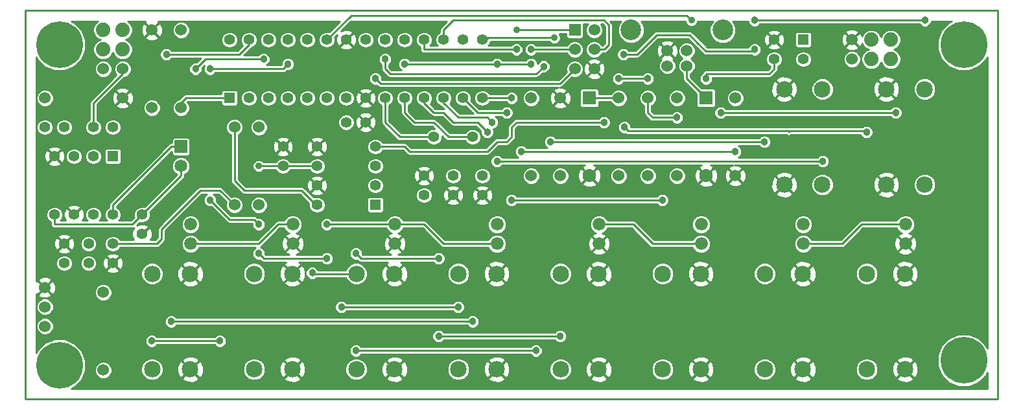
<source format=gbl>
G04 This is an RS-274x file exported by *
G04 gerbv version 2.4.0 *
G04 More information is available about gerbv at *
G04 http://gerbv.gpleda.org/ *
G04 --End of header info--*
%MOIN*%
%FSLAX23Y23*%
%IPPOS*%
G04 --Define apertures--*
%ADD10C,0.0001*%
%ADD11C,0.0100*%
%ADD12C,0.0600*%
%ADD13C,0.0740*%
%ADD14C,0.1063*%
%ADD15R,0.0550X0.0550*%
%ADD16C,0.0550*%
%ADD17R,0.0600X0.0600*%
%ADD18C,0.0660*%
%ADD19C,0.0560*%
%ADD20C,0.0700*%
%ADD21R,0.0700X0.0700*%
%ADD22R,0.0650X0.0650*%
%ADD23C,0.0650*%
%ADD24C,0.2400*%
%ADD25C,0.0850*%
%ADD26C,0.0380*%
%ADD27C,0.0350*%
G04 --Start main section--*
G54D11*
G01X05000Y02000D02*
G01X00000Y02000D01*
G01X05000Y00000D02*
G01X05000Y02000D01*
G01X00000Y00000D02*
G01X05000Y00000D01*
G01X00000Y02000D02*
G01X00000Y00000D01*
G54D12*
G01X00500Y01700D03*
G01X00400Y01700D03*
G54D13*
G01X00500Y01800D03*
G01X00400Y01800D03*
G01X00500Y01900D03*
G01X00400Y01900D03*
G54D12*
G01X03300Y01715D03*
G01X03400Y01715D03*
G01X03400Y01794D03*
G01X03300Y01794D03*
G54D14*
G01X03114Y01900D03*
G01X03586Y01900D03*
G54D12*
G01X00100Y00375D03*
G01X00100Y00475D03*
G01X00100Y00575D03*
G54D15*
G01X04000Y01850D03*
G54D16*
G01X04000Y01750D03*
G54D12*
G01X02600Y01550D03*
G01X02600Y01150D03*
G01X02750Y01150D03*
G01X02750Y01550D03*
G01X03650Y01550D03*
G01X03650Y01150D03*
G01X03350Y01550D03*
G01X03350Y01150D03*
G01X01200Y01000D03*
G01X01200Y01400D03*
G01X01075Y01000D03*
G01X01075Y01400D03*
G01X00800Y01900D03*
G01X00800Y01500D03*
G01X00100Y01550D03*
G01X00500Y01550D03*
G01X00650Y01500D03*
G01X00650Y01900D03*
G01X03200Y01150D03*
G01X03200Y01550D03*
G01X03050Y01150D03*
G01X03050Y01550D03*
G54D17*
G01X02825Y01900D03*
G54D12*
G01X02925Y01900D03*
G01X02825Y01800D03*
G01X02925Y01800D03*
G01X02825Y01700D03*
G01X02925Y01700D03*
G54D18*
G01X04000Y00900D03*
G01X04000Y00800D03*
G01X03475Y00900D03*
G01X03475Y00800D03*
G01X02425Y00900D03*
G01X02425Y00800D03*
G01X00850Y00900D03*
G01X00850Y00800D03*
G01X01375Y00900D03*
G01X01375Y00800D03*
G01X01900Y00900D03*
G01X01900Y00800D03*
G01X02950Y00900D03*
G01X02950Y00800D03*
G01X04525Y00900D03*
G01X04525Y00800D03*
G54D19*
G01X02100Y01350D03*
G01X02300Y01350D03*
G54D15*
G01X01800Y01000D03*
G54D16*
G01X01800Y01100D03*
G01X01800Y01200D03*
G01X01800Y01300D03*
G01X01500Y01300D03*
G01X01500Y01200D03*
G01X01500Y01100D03*
G01X01500Y01000D03*
G54D15*
G01X00450Y01250D03*
G54D16*
G01X00350Y01250D03*
G01X00250Y01250D03*
G01X00150Y01250D03*
G01X00150Y00950D03*
G01X00250Y00950D03*
G01X00350Y00950D03*
G01X00450Y00950D03*
G01X01150Y01550D03*
G01X01250Y01550D03*
G01X01350Y01550D03*
G01X01450Y01550D03*
G01X01550Y01550D03*
G01X01650Y01550D03*
G01X01750Y01550D03*
G01X01850Y01550D03*
G01X01950Y01550D03*
G01X02050Y01550D03*
G01X02150Y01550D03*
G01X02250Y01550D03*
G01X02350Y01550D03*
G54D15*
G01X01050Y01550D03*
G54D16*
G01X02350Y01850D03*
G01X02250Y01850D03*
G01X02150Y01850D03*
G01X02050Y01850D03*
G01X01950Y01850D03*
G01X01850Y01850D03*
G01X01750Y01850D03*
G01X01650Y01850D03*
G01X01550Y01850D03*
G01X01450Y01850D03*
G01X01350Y01850D03*
G01X01250Y01850D03*
G01X01150Y01850D03*
G01X01050Y01850D03*
G54D20*
G01X03500Y01150D03*
G54D21*
G01X03500Y01550D03*
G54D20*
G01X02900Y01150D03*
G54D21*
G01X02900Y01550D03*
G54D16*
G01X00600Y00950D03*
G01X00600Y00850D03*
G01X00450Y00800D03*
G01X00450Y00700D03*
G01X02350Y01150D03*
G01X02350Y01050D03*
G01X02200Y01150D03*
G01X02200Y01050D03*
G01X00200Y00800D03*
G01X00200Y00700D03*
G01X00200Y01400D03*
G01X00100Y01400D03*
G01X01650Y01425D03*
G01X01750Y01425D03*
G01X00325Y00700D03*
G01X00325Y00800D03*
G01X00350Y01400D03*
G01X00450Y01400D03*
G01X02050Y01150D03*
G01X02050Y01050D03*
G01X03850Y01850D03*
G01X03850Y01750D03*
G01X01325Y01300D03*
G01X01325Y01200D03*
G54D12*
G01X00400Y00150D03*
G01X00400Y00550D03*
G54D22*
G01X00800Y01300D03*
G54D23*
G01X00800Y01200D03*
G54D24*
G01X00175Y01825D03*
G01X04825Y01825D03*
G01X00175Y00175D03*
G01X04825Y00200D03*
G54D12*
G01X04250Y01750D03*
G01X04250Y01850D03*
G54D13*
G01X04350Y01750D03*
G01X04350Y01850D03*
G01X04450Y01750D03*
G01X04450Y01850D03*
G54D25*
G01X00652Y00154D03*
G01X00652Y00646D03*
G01X00848Y00154D03*
G01X00848Y00646D03*
G01X01177Y00154D03*
G01X01177Y00646D03*
G01X01373Y00154D03*
G01X01373Y00646D03*
G01X01702Y00154D03*
G01X01702Y00646D03*
G01X01898Y00154D03*
G01X01898Y00646D03*
G01X02227Y00154D03*
G01X02227Y00646D03*
G01X02423Y00154D03*
G01X02423Y00646D03*
G01X02752Y00154D03*
G01X02752Y00646D03*
G01X02948Y00154D03*
G01X02948Y00646D03*
G01X03277Y00154D03*
G01X03277Y00646D03*
G01X03473Y00154D03*
G01X03473Y00646D03*
G01X03802Y00154D03*
G01X03802Y00646D03*
G01X03998Y00154D03*
G01X03998Y00646D03*
G01X04327Y00154D03*
G01X04327Y00646D03*
G01X04523Y00154D03*
G01X04523Y00646D03*
G01X04098Y01596D03*
G01X04098Y01104D03*
G01X03902Y01596D03*
G01X03902Y01104D03*
G01X04623Y01596D03*
G01X04623Y01104D03*
G01X04427Y01596D03*
G01X04427Y01104D03*
G54D26*
G01X00650Y00300D03*
G01X01000Y00300D03*
G01X01475Y00650D03*
G01X02625Y00250D03*
G01X01700Y00250D03*
G01X01625Y00475D03*
G01X02225Y00475D03*
G01X02125Y00725D03*
G01X01700Y00750D03*
G01X02750Y00325D03*
G01X02125Y00325D03*
G01X03275Y01025D03*
G01X02375Y01375D03*
G01X02500Y01025D03*
G01X02700Y01325D03*
G01X03800Y01325D03*
G01X02500Y01550D03*
G01X04325Y01375D03*
G01X03080Y01400D03*
G54D27*
G01X02720Y01860D03*
G54D26*
G01X00725Y01775D03*
G01X04100Y01225D03*
G01X02425Y01225D03*
G01X02300Y00400D03*
G01X00750Y00400D03*
G01X04625Y01950D03*
G01X03750Y01950D03*
G01X03750Y01800D03*
G01X03075Y01775D03*
G01X03200Y01650D03*
G01X03050Y01650D03*
G01X03350Y01450D03*
G54D27*
G01X03425Y01950D03*
G54D26*
G01X03575Y01475D03*
G01X04475Y01475D03*
G01X01850Y01750D03*
G01X02665Y01713D03*
G01X01350Y01725D03*
G01X00950Y01700D03*
G01X01550Y00900D03*
G01X01550Y00725D03*
G01X01200Y00750D03*
G01X01200Y00900D03*
G01X00950Y01025D03*
G01X00875Y01700D03*
G01X01225Y01750D03*
G54D27*
G01X02525Y01900D03*
G54D26*
G01X02525Y01800D03*
G01X02975Y01425D03*
G01X01800Y01650D03*
G01X02425Y01725D03*
G01X02600Y01800D03*
G01X02600Y01725D03*
G01X01950Y01725D03*
G01X02475Y01475D03*
G01X03650Y01275D03*
G01X02550Y01275D03*
G01X02400Y01425D03*
G54D27*
G01X03850Y01750D03*
G54D26*
G01X03500Y01650D03*
G54D27*
G01X01200Y01200D03*
G54D11*
G01X01000Y00300D02*
G01X00650Y00300D01*
G01X01479Y00646D02*
G01X01702Y00646D01*
G01X01475Y00650D02*
G01X01479Y00646D01*
G01X02575Y00250D02*
G01X02625Y00250D01*
G01X02575Y00250D02*
G01X01700Y00250D01*
G01X02225Y00475D02*
G01X02050Y00475D01*
G01X02050Y00475D02*
G01X01625Y00475D01*
G01X01725Y00725D02*
G01X02125Y00725D01*
G01X01700Y00750D02*
G01X01725Y00725D01*
G01X02750Y00325D02*
G01X02700Y00325D01*
G01X02125Y00325D02*
G01X02700Y00325D01*
G01X02050Y01550D02*
G01X02050Y01525D01*
G01X02050Y01525D02*
G01X02100Y01475D01*
G01X02200Y01425D02*
G01X02325Y01425D01*
G01X02150Y01475D02*
G01X02200Y01425D01*
G01X02100Y01475D02*
G01X02150Y01475D01*
G01X02325Y01425D02*
G01X02375Y01375D01*
G01X02325Y01425D02*
G01X02375Y01375D01*
G01X03275Y01025D02*
G01X03225Y01025D01*
G01X02500Y01025D02*
G01X03225Y01025D01*
G01X02325Y01425D02*
G01X02375Y01375D01*
G01X02700Y01325D02*
G01X03800Y01325D01*
G01X02350Y01550D02*
G01X02500Y01550D01*
G01X03925Y01375D02*
G01X03925Y01380D01*
G01X03930Y01380D02*
G01X03925Y01375D01*
G01X04320Y01380D02*
G01X03930Y01380D01*
G01X04325Y01375D02*
G01X04320Y01380D01*
G01X02380Y01860D02*
G01X02720Y01860D01*
G01X03080Y01400D02*
G01X03100Y01380D01*
G01X03100Y01380D02*
G01X03925Y01380D01*
G01X02350Y01850D02*
G01X02370Y01850D01*
G01X02370Y01850D02*
G01X02380Y01860D01*
G01X00725Y01775D02*
G01X01075Y01775D01*
G01X01150Y01825D02*
G01X01150Y01850D01*
G01X01075Y01775D02*
G01X01100Y01775D01*
G01X01100Y01775D02*
G01X01150Y01825D01*
G01X04075Y01225D02*
G01X04100Y01225D01*
G01X02425Y01225D02*
G01X04075Y01225D01*
G01X02300Y00400D02*
G01X00750Y00400D01*
G01X04450Y01950D02*
G01X04625Y01950D01*
G01X03575Y01790D02*
G01X03740Y01790D01*
G01X03750Y01950D02*
G01X03950Y01950D01*
G01X03740Y01790D02*
G01X03750Y01800D01*
G01X03458Y01833D02*
G01X03500Y01790D01*
G01X03500Y01790D02*
G01X03575Y01790D01*
G01X03075Y01775D02*
G01X03145Y01775D01*
G01X03415Y01875D02*
G01X03458Y01833D01*
G01X03245Y01875D02*
G01X03415Y01875D01*
G01X03145Y01775D02*
G01X03245Y01875D01*
G01X03950Y01950D02*
G01X04450Y01950D01*
G01X03075Y01650D02*
G01X03200Y01650D01*
G01X03050Y01650D02*
G01X03075Y01650D01*
G01X03050Y01550D02*
G01X02900Y01550D01*
G01X03200Y01550D02*
G01X03200Y01475D01*
G01X03225Y01450D02*
G01X03350Y01450D01*
G01X03200Y01475D02*
G01X03225Y01450D01*
G01X03400Y01715D02*
G01X03400Y01650D01*
G01X03400Y01650D02*
G01X03500Y01550D01*
G01X03376Y01975D02*
G01X03375Y01975D01*
G01X03400Y01975D02*
G01X03376Y01975D01*
G01X03425Y01950D02*
G01X03400Y01975D01*
G01X03875Y01475D02*
G01X03575Y01475D01*
G01X01675Y01975D02*
G01X01550Y01850D01*
G01X03235Y01975D02*
G01X03375Y01975D01*
G01X03200Y01975D02*
G01X03235Y01975D01*
G01X03200Y01975D02*
G01X01675Y01975D01*
G01X04475Y01475D02*
G01X04375Y01475D01*
G01X03875Y01475D02*
G01X04375Y01475D01*
G01X04525Y00900D02*
G01X04300Y00900D01*
G01X04300Y00900D02*
G01X04200Y00800D01*
G01X04200Y00800D02*
G01X04000Y00800D01*
G01X01850Y01750D02*
G01X01850Y01700D01*
G01X01850Y01700D02*
G01X01875Y01675D01*
G01X02627Y01675D02*
G01X02665Y01713D01*
G01X01875Y01675D02*
G01X02627Y01675D01*
G01X01850Y01700D02*
G01X01875Y01675D01*
G01X03225Y00800D02*
G01X03475Y00800D01*
G01X03125Y00900D02*
G01X03225Y00800D01*
G01X02950Y00900D02*
G01X03125Y00900D01*
G01X01450Y01851D02*
G01X01450Y01850D01*
G01X01448Y01853D02*
G01X01450Y01851D01*
G01X01468Y01841D02*
G01X01462Y01847D01*
G01X01225Y01700D02*
G01X01325Y01700D01*
G01X01325Y01700D02*
G01X01350Y01725D01*
G01X00950Y01700D02*
G01X01225Y01700D01*
G01X01150Y00925D02*
G01X01175Y00925D01*
G01X01550Y00900D02*
G01X01900Y00900D01*
G01X01225Y00725D02*
G01X01550Y00725D01*
G01X01200Y00750D02*
G01X01225Y00725D01*
G01X01175Y00925D02*
G01X01200Y00900D01*
G01X01125Y00925D02*
G01X01150Y00925D01*
G01X02150Y00800D02*
G01X02425Y00800D01*
G01X01900Y00900D02*
G01X02050Y00900D01*
G01X02050Y00900D02*
G01X02150Y00800D01*
G01X01050Y00925D02*
G01X01125Y00925D01*
G01X00950Y01025D02*
G01X01050Y00925D01*
G01X00925Y01750D02*
G01X01225Y01750D01*
G01X00875Y01700D02*
G01X00925Y01750D01*
G01X01200Y00800D02*
G01X00850Y00800D01*
G01X01300Y00900D02*
G01X01375Y00900D01*
G01X01200Y00800D02*
G01X01300Y00900D01*
G01X02050Y01850D02*
G01X02050Y01800D01*
G01X02525Y01900D02*
G01X02825Y01900D01*
G01X02050Y01800D02*
G01X02525Y01800D01*
G01X02350Y01275D02*
G01X02375Y01275D01*
G01X02475Y01325D02*
G01X02500Y01350D01*
G01X02425Y01325D02*
G01X02475Y01325D01*
G01X02375Y01275D02*
G01X02425Y01325D01*
G01X02300Y01275D02*
G01X02350Y01275D01*
G01X02525Y01425D02*
G01X02975Y01425D01*
G01X02500Y01400D02*
G01X02525Y01425D01*
G01X02500Y01350D02*
G01X02500Y01400D01*
G01X01800Y01300D02*
G01X01950Y01300D01*
G01X01950Y01300D02*
G01X01975Y01275D01*
G01X02300Y01275D02*
G01X01975Y01275D01*
G01X02975Y01800D02*
G01X02925Y01800D01*
G01X03000Y01825D02*
G01X02975Y01800D01*
G01X03000Y01925D02*
G01X03000Y01825D01*
G01X02975Y01950D02*
G01X03000Y01925D01*
G01X02200Y01950D02*
G01X02975Y01950D01*
G01X02150Y01900D02*
G01X02200Y01950D01*
G01X02150Y01850D02*
G01X02150Y01900D01*
G01X00800Y01500D02*
G01X00800Y01525D01*
G01X00825Y01550D02*
G01X00875Y01550D01*
G01X00800Y01525D02*
G01X00825Y01550D01*
G01X01800Y01650D02*
G01X01825Y01625D01*
G01X02025Y01625D02*
G01X01825Y01625D01*
G01X02750Y01625D02*
G01X02825Y01700D01*
G01X02025Y01625D02*
G01X02750Y01625D01*
G01X00875Y01550D02*
G01X01050Y01550D01*
G01X02425Y01725D02*
G01X02600Y01725D01*
G01X02600Y01800D02*
G01X02825Y01800D01*
G01X01950Y01725D02*
G01X02425Y01725D01*
G01X01850Y01550D02*
G01X01850Y01425D01*
G01X01925Y01350D02*
G01X02100Y01350D01*
G01X01850Y01425D02*
G01X01925Y01350D01*
G01X01950Y01550D02*
G01X01950Y01475D01*
G01X02175Y01350D02*
G01X02300Y01350D01*
G01X02100Y01425D02*
G01X02175Y01350D01*
G01X02000Y01425D02*
G01X02100Y01425D01*
G01X01950Y01475D02*
G01X02000Y01425D01*
G01X02250Y01550D02*
G01X02325Y01475D01*
G01X02325Y01475D02*
G01X02475Y01475D01*
G01X02550Y01275D02*
G01X03650Y01275D01*
G01X02375Y01450D02*
G01X02400Y01425D01*
G01X02225Y01450D02*
G01X02375Y01450D01*
G01X02150Y01525D02*
G01X02225Y01450D01*
G01X02150Y01550D02*
G01X02150Y01525D01*
G01X03850Y01750D02*
G01X03850Y01700D01*
G01X03825Y01675D02*
G01X03800Y01675D01*
G01X03850Y01700D02*
G01X03825Y01675D01*
G01X03500Y01650D02*
G01X03500Y01675D01*
G01X03500Y01675D02*
G01X03800Y01675D01*
G01X00350Y01525D02*
G01X00350Y01400D01*
G01X00500Y01675D02*
G01X00350Y01525D01*
G01X00500Y01700D02*
G01X00500Y01675D01*
G01X01325Y01200D02*
G01X01200Y01200D01*
G01X01500Y01200D02*
G01X01325Y01200D01*
G01X01375Y01075D02*
G01X01420Y01075D01*
G01X01500Y00995D02*
G01X01500Y01000D01*
G01X01420Y01075D02*
G01X01500Y00995D01*
G01X01075Y01400D02*
G01X01075Y01125D01*
G01X01125Y01075D02*
G01X01375Y01075D01*
G01X01075Y01125D02*
G01X01125Y01075D01*
G01X00600Y00950D02*
G01X00800Y01150D01*
G01X00800Y01150D02*
G01X00800Y01200D01*
G01X00550Y00900D02*
G01X00600Y00950D01*
G01X00150Y00900D02*
G01X00550Y00900D01*
G01X00150Y00950D02*
G01X00150Y00900D01*
G01X00450Y00950D02*
G01X00450Y01000D01*
G01X00750Y01300D02*
G01X00800Y01300D01*
G01X00450Y01000D02*
G01X00750Y01300D01*
G01X01075Y01000D02*
G01X01000Y01075D01*
G01X00675Y00800D02*
G01X00450Y00800D01*
G01X00700Y00825D02*
G01X00675Y00800D01*
G01X00700Y00875D02*
G01X00700Y00825D01*
G01X00900Y01075D02*
G01X00700Y00875D01*
G01X01000Y01075D02*
G01X00900Y01075D01*
G54D10*
G36*
G01X04945Y00055D02*
G01X04681Y00055D01*
G01X04681Y01093D01*
G01X04681Y01115D01*
G01X04681Y01585D01*
G01X04681Y01607D01*
G01X04672Y01629D01*
G01X04656Y01645D01*
G01X04635Y01654D01*
G01X04612Y01654D01*
G01X04591Y01645D01*
G01X04575Y01629D01*
G01X04566Y01608D01*
G01X04566Y01585D01*
G01X04575Y01564D01*
G01X04591Y01547D01*
G01X04612Y01539D01*
G01X04635Y01539D01*
G01X04656Y01547D01*
G01X04672Y01563D01*
G01X04681Y01585D01*
G01X04681Y01115D01*
G01X04672Y01137D01*
G01X04656Y01153D01*
G01X04635Y01162D01*
G01X04612Y01162D01*
G01X04591Y01153D01*
G01X04575Y01137D01*
G01X04566Y01116D01*
G01X04566Y01093D01*
G01X04575Y01072D01*
G01X04591Y01055D01*
G01X04612Y01047D01*
G01X04635Y01047D01*
G01X04656Y01055D01*
G01X04672Y01071D01*
G01X04681Y01093D01*
G01X04681Y00055D01*
G01X04591Y00055D01*
G01X04591Y00166D01*
G01X04591Y00658D01*
G01X04583Y00679D01*
G01X04583Y00810D01*
G01X04575Y00832D01*
G01X04573Y00834D01*
G01X04573Y00834D01*
G01X04573Y00890D01*
G01X04573Y00910D01*
G01X04566Y00927D01*
G01X04552Y00941D01*
G01X04535Y00948D01*
G01X04516Y00948D01*
G01X04509Y00945D01*
G01X04509Y01468D01*
G01X04509Y01482D01*
G01X04504Y01494D01*
G01X04502Y01496D01*
G01X04502Y01740D01*
G01X04502Y01760D01*
G01X04494Y01779D01*
G01X04480Y01794D01*
G01X04465Y01800D01*
G01X04479Y01806D01*
G01X04494Y01821D01*
G01X04502Y01840D01*
G01X04502Y01860D01*
G01X04494Y01879D01*
G01X04480Y01894D01*
G01X04460Y01902D01*
G01X04440Y01902D01*
G01X04421Y01894D01*
G01X04406Y01880D01*
G01X04400Y01865D01*
G01X04394Y01879D01*
G01X04380Y01894D01*
G01X04360Y01902D01*
G01X04340Y01902D01*
G01X04321Y01894D01*
G01X04306Y01880D01*
G01X04302Y01869D01*
G01X04297Y01880D01*
G01X04296Y01882D01*
G01X04286Y01884D01*
G01X04284Y01883D01*
G01X04284Y01886D01*
G01X04282Y01896D01*
G01X04262Y01905D01*
G01X04240Y01905D01*
G01X04220Y01897D01*
G01X04218Y01896D01*
G01X04216Y01886D01*
G01X04250Y01851D01*
G01X04284Y01886D01*
G01X04284Y01883D01*
G01X04251Y01850D01*
G01X04286Y01816D01*
G01X04296Y01818D01*
G01X04302Y01831D01*
G01X04306Y01821D01*
G01X04321Y01806D01*
G01X04335Y01800D01*
G01X04321Y01794D01*
G01X04306Y01780D01*
G01X04298Y01760D01*
G01X04298Y01740D01*
G01X04306Y01721D01*
G01X04321Y01706D01*
G01X04340Y01698D01*
G01X04360Y01698D01*
G01X04379Y01706D01*
G01X04394Y01721D01*
G01X04400Y01735D01*
G01X04406Y01721D01*
G01X04421Y01706D01*
G01X04440Y01698D01*
G01X04460Y01698D01*
G01X04479Y01706D01*
G01X04494Y01721D01*
G01X04502Y01740D01*
G01X04502Y01496D01*
G01X04494Y01504D01*
G01X04494Y01608D01*
G01X04485Y01633D01*
G01X04483Y01636D01*
G01X04472Y01640D01*
G01X04470Y01638D01*
G01X04470Y01641D01*
G01X04466Y01652D01*
G01X04442Y01663D01*
G01X04415Y01664D01*
G01X04390Y01654D01*
G01X04387Y01652D01*
G01X04383Y01641D01*
G01X04427Y01597D01*
G01X04470Y01641D01*
G01X04470Y01638D01*
G01X04428Y01596D01*
G01X04472Y01553D01*
G01X04483Y01556D01*
G01X04494Y01581D01*
G01X04494Y01608D01*
G01X04494Y01504D01*
G01X04494Y01504D01*
G01X04482Y01509D01*
G01X04470Y01509D01*
G01X04470Y01551D01*
G01X04427Y01595D01*
G01X04425Y01593D01*
G01X04425Y01596D01*
G01X04382Y01640D01*
G01X04371Y01636D01*
G01X04360Y01611D01*
G01X04359Y01584D01*
G01X04369Y01559D01*
G01X04371Y01556D01*
G01X04382Y01553D01*
G01X04425Y01596D01*
G01X04425Y01593D01*
G01X04383Y01551D01*
G01X04387Y01540D01*
G01X04412Y01529D01*
G01X04438Y01528D01*
G01X04463Y01538D01*
G01X04466Y01540D01*
G01X04470Y01551D01*
G01X04470Y01509D01*
G01X04468Y01509D01*
G01X04456Y01504D01*
G01X04447Y01495D01*
G01X04375Y01495D01*
G01X04295Y01495D01*
G01X04295Y01741D01*
G01X04295Y01759D01*
G01X04288Y01775D01*
G01X04284Y01779D01*
G01X04284Y01814D01*
G01X04250Y01849D01*
G01X04249Y01847D01*
G01X04249Y01850D01*
G01X04214Y01884D01*
G01X04204Y01882D01*
G01X04195Y01862D01*
G01X04195Y01840D01*
G01X04203Y01820D01*
G01X04204Y01818D01*
G01X04214Y01816D01*
G01X04249Y01850D01*
G01X04249Y01847D01*
G01X04216Y01814D01*
G01X04218Y01804D01*
G01X04238Y01795D01*
G01X04260Y01795D01*
G01X04280Y01803D01*
G01X04282Y01804D01*
G01X04284Y01814D01*
G01X04284Y01779D01*
G01X04276Y01788D01*
G01X04259Y01795D01*
G01X04241Y01795D01*
G01X04225Y01788D01*
G01X04212Y01776D01*
G01X04205Y01759D01*
G01X04205Y01741D01*
G01X04212Y01725D01*
G01X04225Y01712D01*
G01X04241Y01705D01*
G01X04259Y01705D01*
G01X04275Y01712D01*
G01X04288Y01725D01*
G01X04295Y01741D01*
G01X04295Y01495D01*
G01X04156Y01495D01*
G01X04156Y01585D01*
G01X04156Y01607D01*
G01X04147Y01629D01*
G01X04131Y01645D01*
G01X04110Y01654D01*
G01X04087Y01654D01*
G01X04066Y01645D01*
G01X04050Y01629D01*
G01X04043Y01611D01*
G01X04043Y01742D01*
G01X04043Y01758D01*
G01X04042Y01759D01*
G01X04042Y01820D01*
G01X04042Y01826D01*
G01X04042Y01881D01*
G01X04040Y01886D01*
G01X04036Y01890D01*
G01X04030Y01892D01*
G01X04024Y01892D01*
G01X03970Y01892D01*
G01X03964Y01890D01*
G01X03960Y01886D01*
G01X03958Y01880D01*
G01X03958Y01875D01*
G01X03958Y01820D01*
G01X03960Y01814D01*
G01X03964Y01810D01*
G01X03970Y01808D01*
G01X03976Y01808D01*
G01X04031Y01808D01*
G01X04036Y01810D01*
G01X04040Y01814D01*
G01X04042Y01820D01*
G01X04042Y01759D01*
G01X04036Y01774D01*
G01X04024Y01786D01*
G01X04008Y01793D01*
G01X03992Y01793D01*
G01X03976Y01786D01*
G01X03964Y01774D01*
G01X03958Y01759D01*
G01X03958Y01742D01*
G01X03964Y01726D01*
G01X03976Y01714D01*
G01X03992Y01708D01*
G01X04008Y01708D01*
G01X04024Y01714D01*
G01X04036Y01726D01*
G01X04043Y01742D01*
G01X04043Y01611D01*
G01X04041Y01608D01*
G01X04041Y01585D01*
G01X04050Y01564D01*
G01X04066Y01547D01*
G01X04087Y01539D01*
G01X04110Y01539D01*
G01X04131Y01547D01*
G01X04147Y01563D01*
G01X04156Y01585D01*
G01X04156Y01495D01*
G01X03969Y01495D01*
G01X03969Y01608D01*
G01X03960Y01633D01*
G01X03958Y01636D01*
G01X03947Y01640D01*
G01X03945Y01638D01*
G01X03945Y01641D01*
G01X03941Y01652D01*
G01X03917Y01663D01*
G01X03903Y01663D01*
G01X03903Y01859D01*
G01X03895Y01879D01*
G01X03894Y01881D01*
G01X03884Y01883D01*
G01X03883Y01881D01*
G01X03883Y01884D01*
G01X03881Y01894D01*
G01X03862Y01902D01*
G01X03841Y01903D01*
G01X03821Y01895D01*
G01X03819Y01894D01*
G01X03817Y01884D01*
G01X03850Y01851D01*
G01X03883Y01884D01*
G01X03883Y01881D01*
G01X03851Y01850D01*
G01X03884Y01817D01*
G01X03894Y01819D01*
G01X03902Y01839D01*
G01X03903Y01859D01*
G01X03903Y01663D01*
G01X03893Y01664D01*
G01X03893Y01742D01*
G01X03893Y01758D01*
G01X03886Y01774D01*
G01X03883Y01777D01*
G01X03883Y01816D01*
G01X03850Y01849D01*
G01X03849Y01847D01*
G01X03849Y01850D01*
G01X03816Y01883D01*
G01X03806Y01881D01*
G01X03798Y01862D01*
G01X03798Y01841D01*
G01X03805Y01821D01*
G01X03806Y01819D01*
G01X03816Y01817D01*
G01X03849Y01850D01*
G01X03849Y01847D01*
G01X03817Y01816D01*
G01X03819Y01806D01*
G01X03839Y01798D01*
G01X03859Y01798D01*
G01X03879Y01805D01*
G01X03881Y01806D01*
G01X03883Y01816D01*
G01X03883Y01777D01*
G01X03874Y01786D01*
G01X03859Y01793D01*
G01X03842Y01793D01*
G01X03826Y01786D01*
G01X03814Y01774D01*
G01X03808Y01759D01*
G01X03808Y01742D01*
G01X03814Y01726D01*
G01X03826Y01714D01*
G01X03830Y01712D01*
G01X03830Y01708D01*
G01X03817Y01695D01*
G01X03800Y01695D01*
G01X03784Y01695D01*
G01X03784Y01793D01*
G01X03784Y01807D01*
G01X03779Y01819D01*
G01X03769Y01829D01*
G01X03757Y01834D01*
G01X03743Y01834D01*
G01X03731Y01829D01*
G01X03721Y01819D01*
G01X03717Y01810D01*
G01X03575Y01810D01*
G01X03508Y01810D01*
G01X03472Y01847D01*
G01X03429Y01889D01*
G01X03423Y01894D01*
G01X03415Y01895D01*
G01X03245Y01895D01*
G01X03237Y01894D01*
G01X03231Y01889D01*
G01X03137Y01795D01*
G01X03103Y01795D01*
G01X03094Y01804D01*
G01X03082Y01809D01*
G01X03068Y01809D01*
G01X03056Y01804D01*
G01X03046Y01794D01*
G01X03041Y01782D01*
G01X03041Y01768D01*
G01X03046Y01756D01*
G01X03056Y01746D01*
G01X03068Y01741D01*
G01X03082Y01741D01*
G01X03094Y01746D01*
G01X03103Y01755D01*
G01X03145Y01755D01*
G01X03145Y01755D01*
G01X03153Y01757D01*
G01X03153Y01757D01*
G01X03159Y01761D01*
G01X03253Y01855D01*
G01X03407Y01855D01*
G01X03443Y01818D01*
G01X03486Y01776D01*
G01X03492Y01772D01*
G01X03492Y01772D01*
G01X03500Y01770D01*
G01X03575Y01770D01*
G01X03734Y01770D01*
G01X03743Y01766D01*
G01X03757Y01766D01*
G01X03769Y01771D01*
G01X03779Y01781D01*
G01X03784Y01793D01*
G01X03784Y01695D01*
G01X03500Y01695D01*
G01X03492Y01694D01*
G01X03486Y01689D01*
G01X03482Y01683D01*
G01X03481Y01679D01*
G01X03471Y01669D01*
G01X03466Y01657D01*
G01X03466Y01643D01*
G01X03471Y01631D01*
G01X03481Y01621D01*
G01X03493Y01616D01*
G01X03507Y01616D01*
G01X03519Y01621D01*
G01X03529Y01631D01*
G01X03534Y01643D01*
G01X03534Y01655D01*
G01X03800Y01655D01*
G01X03825Y01655D01*
G01X03825Y01655D01*
G01X03833Y01657D01*
G01X03833Y01657D01*
G01X03839Y01661D01*
G01X03864Y01686D01*
G01X03864Y01686D01*
G01X03869Y01692D01*
G01X03870Y01700D01*
G01X03870Y01700D01*
G01X03870Y01712D01*
G01X03874Y01714D01*
G01X03886Y01726D01*
G01X03893Y01742D01*
G01X03893Y01664D01*
G01X03890Y01664D01*
G01X03865Y01654D01*
G01X03862Y01652D01*
G01X03858Y01641D01*
G01X03902Y01597D01*
G01X03945Y01641D01*
G01X03945Y01638D01*
G01X03903Y01596D01*
G01X03947Y01553D01*
G01X03958Y01556D01*
G01X03969Y01581D01*
G01X03969Y01608D01*
G01X03969Y01495D01*
G01X03945Y01495D01*
G01X03945Y01551D01*
G01X03902Y01595D01*
G01X03900Y01593D01*
G01X03900Y01596D01*
G01X03857Y01640D01*
G01X03846Y01636D01*
G01X03835Y01611D01*
G01X03834Y01584D01*
G01X03844Y01559D01*
G01X03846Y01556D01*
G01X03857Y01553D01*
G01X03900Y01596D01*
G01X03900Y01593D01*
G01X03858Y01551D01*
G01X03862Y01540D01*
G01X03887Y01529D01*
G01X03913Y01528D01*
G01X03938Y01538D01*
G01X03941Y01540D01*
G01X03945Y01551D01*
G01X03945Y01495D01*
G01X03875Y01495D01*
G01X03695Y01495D01*
G01X03695Y01541D01*
G01X03695Y01559D01*
G01X03688Y01575D01*
G01X03676Y01588D01*
G01X03659Y01595D01*
G01X03641Y01595D01*
G01X03625Y01588D01*
G01X03612Y01576D01*
G01X03605Y01559D01*
G01X03605Y01541D01*
G01X03612Y01525D01*
G01X03625Y01512D01*
G01X03641Y01505D01*
G01X03659Y01505D01*
G01X03675Y01512D01*
G01X03688Y01525D01*
G01X03695Y01541D01*
G01X03695Y01495D01*
G01X03603Y01495D01*
G01X03594Y01504D01*
G01X03582Y01509D01*
G01X03568Y01509D01*
G01X03556Y01504D01*
G01X03550Y01498D01*
G01X03550Y01512D01*
G01X03550Y01518D01*
G01X03550Y01588D01*
G01X03548Y01594D01*
G01X03543Y01598D01*
G01X03538Y01600D01*
G01X03532Y01600D01*
G01X03478Y01600D01*
G01X03420Y01658D01*
G01X03420Y01675D01*
G01X03425Y01677D01*
G01X03438Y01690D01*
G01X03445Y01706D01*
G01X03445Y01724D01*
G01X03438Y01740D01*
G01X03426Y01753D01*
G01X03422Y01754D01*
G01X03425Y01756D01*
G01X03438Y01768D01*
G01X03445Y01785D01*
G01X03445Y01803D01*
G01X03438Y01819D01*
G01X03426Y01832D01*
G01X03409Y01839D01*
G01X03391Y01839D01*
G01X03375Y01832D01*
G01X03362Y01819D01*
G01X03355Y01803D01*
G01X03355Y01803D01*
G01X03347Y01824D01*
G01X03346Y01826D01*
G01X03336Y01828D01*
G01X03334Y01827D01*
G01X03334Y01830D01*
G01X03332Y01840D01*
G01X03312Y01848D01*
G01X03290Y01849D01*
G01X03270Y01841D01*
G01X03268Y01840D01*
G01X03266Y01830D01*
G01X03300Y01795D01*
G01X03334Y01830D01*
G01X03334Y01827D01*
G01X03301Y01794D01*
G01X03336Y01759D01*
G01X03346Y01762D01*
G01X03355Y01782D01*
G01X03355Y01803D01*
G01X03355Y01803D01*
G01X03355Y01785D01*
G01X03362Y01768D01*
G01X03375Y01756D01*
G01X03378Y01754D01*
G01X03375Y01753D01*
G01X03362Y01741D01*
G01X03355Y01724D01*
G01X03355Y01706D01*
G01X03362Y01690D01*
G01X03375Y01677D01*
G01X03380Y01675D01*
G01X03380Y01650D01*
G01X03382Y01642D01*
G01X03386Y01636D01*
G01X03450Y01572D01*
G01X03450Y01512D01*
G01X03452Y01507D01*
G01X03457Y01502D01*
G01X03462Y01500D01*
G01X03468Y01500D01*
G01X03538Y01500D01*
G01X03544Y01502D01*
G01X03548Y01507D01*
G01X03550Y01512D01*
G01X03550Y01498D01*
G01X03546Y01494D01*
G01X03541Y01482D01*
G01X03541Y01468D01*
G01X03546Y01456D01*
G01X03556Y01446D01*
G01X03568Y01441D01*
G01X03582Y01441D01*
G01X03594Y01446D01*
G01X03603Y01455D01*
G01X03875Y01455D01*
G01X04375Y01455D01*
G01X04447Y01455D01*
G01X04456Y01446D01*
G01X04468Y01441D01*
G01X04482Y01441D01*
G01X04494Y01446D01*
G01X04504Y01456D01*
G01X04509Y01468D01*
G01X04509Y00945D01*
G01X04498Y00941D01*
G01X04494Y00937D01*
G01X04494Y01116D01*
G01X04485Y01141D01*
G01X04483Y01144D01*
G01X04472Y01148D01*
G01X04470Y01146D01*
G01X04470Y01149D01*
G01X04466Y01160D01*
G01X04442Y01171D01*
G01X04415Y01172D01*
G01X04390Y01162D01*
G01X04387Y01160D01*
G01X04383Y01149D01*
G01X04427Y01105D01*
G01X04470Y01149D01*
G01X04470Y01146D01*
G01X04428Y01104D01*
G01X04472Y01061D01*
G01X04483Y01064D01*
G01X04494Y01089D01*
G01X04494Y01116D01*
G01X04494Y00937D01*
G01X04484Y00927D01*
G01X04481Y00920D01*
G01X04470Y00920D01*
G01X04470Y01059D01*
G01X04427Y01103D01*
G01X04425Y01101D01*
G01X04425Y01104D01*
G01X04382Y01148D01*
G01X04371Y01144D01*
G01X04360Y01119D01*
G01X04359Y01092D01*
G01X04359Y01368D01*
G01X04359Y01382D01*
G01X04354Y01394D01*
G01X04344Y01404D01*
G01X04332Y01409D01*
G01X04318Y01409D01*
G01X04306Y01404D01*
G01X04302Y01400D01*
G01X03930Y01400D01*
G01X03928Y01400D01*
G01X03925Y01400D01*
G01X03395Y01400D01*
G01X03395Y01541D01*
G01X03395Y01559D01*
G01X03388Y01575D01*
G01X03376Y01588D01*
G01X03359Y01595D01*
G01X03345Y01595D01*
G01X03345Y01706D01*
G01X03345Y01724D01*
G01X03338Y01740D01*
G01X03331Y01747D01*
G01X03332Y01748D01*
G01X03334Y01758D01*
G01X03300Y01792D01*
G01X03299Y01791D01*
G01X03299Y01794D01*
G01X03264Y01828D01*
G01X03254Y01826D01*
G01X03245Y01806D01*
G01X03245Y01784D01*
G01X03253Y01764D01*
G01X03254Y01762D01*
G01X03264Y01759D01*
G01X03299Y01794D01*
G01X03299Y01791D01*
G01X03266Y01758D01*
G01X03268Y01748D01*
G01X03269Y01748D01*
G01X03262Y01741D01*
G01X03255Y01724D01*
G01X03255Y01706D01*
G01X03262Y01690D01*
G01X03275Y01677D01*
G01X03291Y01670D01*
G01X03309Y01670D01*
G01X03325Y01677D01*
G01X03338Y01690D01*
G01X03345Y01706D01*
G01X03345Y01595D01*
G01X03341Y01595D01*
G01X03325Y01588D01*
G01X03312Y01576D01*
G01X03305Y01559D01*
G01X03305Y01541D01*
G01X03312Y01525D01*
G01X03325Y01512D01*
G01X03341Y01505D01*
G01X03359Y01505D01*
G01X03375Y01512D01*
G01X03388Y01525D01*
G01X03395Y01541D01*
G01X03395Y01400D01*
G01X03384Y01400D01*
G01X03384Y01443D01*
G01X03384Y01457D01*
G01X03379Y01469D01*
G01X03369Y01479D01*
G01X03357Y01484D01*
G01X03343Y01484D01*
G01X03331Y01479D01*
G01X03322Y01470D01*
G01X03233Y01470D01*
G01X03220Y01483D01*
G01X03220Y01510D01*
G01X03225Y01512D01*
G01X03238Y01525D01*
G01X03245Y01541D01*
G01X03245Y01559D01*
G01X03238Y01575D01*
G01X03234Y01580D01*
G01X03234Y01643D01*
G01X03234Y01657D01*
G01X03229Y01669D01*
G01X03219Y01679D01*
G01X03207Y01684D01*
G01X03193Y01684D01*
G01X03181Y01679D01*
G01X03172Y01670D01*
G01X03078Y01670D01*
G01X03069Y01679D01*
G01X03057Y01684D01*
G01X03043Y01684D01*
G01X03031Y01679D01*
G01X03021Y01669D01*
G01X03016Y01657D01*
G01X03016Y01643D01*
G01X03021Y01631D01*
G01X03031Y01621D01*
G01X03043Y01616D01*
G01X03057Y01616D01*
G01X03069Y01621D01*
G01X03078Y01630D01*
G01X03172Y01630D01*
G01X03181Y01621D01*
G01X03193Y01616D01*
G01X03207Y01616D01*
G01X03219Y01621D01*
G01X03229Y01631D01*
G01X03234Y01643D01*
G01X03234Y01580D01*
G01X03226Y01588D01*
G01X03209Y01595D01*
G01X03191Y01595D01*
G01X03175Y01588D01*
G01X03162Y01576D01*
G01X03155Y01559D01*
G01X03155Y01541D01*
G01X03162Y01525D01*
G01X03175Y01512D01*
G01X03180Y01510D01*
G01X03180Y01475D01*
G01X03182Y01467D01*
G01X03186Y01461D01*
G01X03211Y01436D01*
G01X03211Y01436D01*
G01X03217Y01432D01*
G01X03225Y01430D01*
G01X03322Y01430D01*
G01X03331Y01421D01*
G01X03343Y01416D01*
G01X03357Y01416D01*
G01X03369Y01421D01*
G01X03379Y01431D01*
G01X03384Y01443D01*
G01X03384Y01400D01*
G01X03114Y01400D01*
G01X03114Y01407D01*
G01X03109Y01419D01*
G01X03099Y01429D01*
G01X03095Y01431D01*
G01X03095Y01541D01*
G01X03095Y01559D01*
G01X03088Y01575D01*
G01X03076Y01588D01*
G01X03059Y01595D01*
G01X03041Y01595D01*
G01X03025Y01588D01*
G01X03012Y01576D01*
G01X03010Y01570D01*
G01X02980Y01570D01*
G01X02980Y01710D01*
G01X02972Y01730D01*
G01X02971Y01732D01*
G01X02961Y01734D01*
G01X02926Y01700D01*
G01X02961Y01666D01*
G01X02971Y01668D01*
G01X02980Y01688D01*
G01X02980Y01710D01*
G01X02980Y01570D01*
G01X02959Y01570D01*
G01X02959Y01664D01*
G01X02925Y01699D01*
G01X02924Y01697D01*
G01X02924Y01700D01*
G01X02889Y01734D01*
G01X02879Y01732D01*
G01X02870Y01712D01*
G01X02870Y01691D01*
G01X02870Y01709D01*
G01X02870Y01791D01*
G01X02870Y01809D01*
G01X02863Y01825D01*
G01X02851Y01838D01*
G01X02834Y01845D01*
G01X02816Y01845D01*
G01X02800Y01838D01*
G01X02787Y01826D01*
G01X02785Y01820D01*
G01X02628Y01820D01*
G01X02619Y01829D01*
G01X02607Y01834D01*
G01X02593Y01834D01*
G01X02581Y01829D01*
G01X02571Y01819D01*
G01X02566Y01807D01*
G01X02566Y01793D01*
G01X02571Y01781D01*
G01X02581Y01771D01*
G01X02593Y01766D01*
G01X02607Y01766D01*
G01X02619Y01771D01*
G01X02628Y01780D01*
G01X02785Y01780D01*
G01X02787Y01775D01*
G01X02800Y01762D01*
G01X02816Y01755D01*
G01X02834Y01755D01*
G01X02850Y01762D01*
G01X02863Y01775D01*
G01X02870Y01791D01*
G01X02870Y01709D01*
G01X02863Y01725D01*
G01X02851Y01738D01*
G01X02834Y01745D01*
G01X02816Y01745D01*
G01X02800Y01738D01*
G01X02787Y01726D01*
G01X02780Y01709D01*
G01X02780Y01691D01*
G01X02782Y01686D01*
G01X02742Y01645D01*
G01X02699Y01645D01*
G01X02699Y01706D01*
G01X02699Y01720D01*
G01X02694Y01732D01*
G01X02684Y01742D01*
G01X02672Y01747D01*
G01X02658Y01747D01*
G01X02646Y01742D01*
G01X02636Y01732D01*
G01X02634Y01727D01*
G01X02634Y01732D01*
G01X02629Y01744D01*
G01X02619Y01754D01*
G01X02607Y01759D01*
G01X02593Y01759D01*
G01X02581Y01754D01*
G01X02572Y01745D01*
G01X02453Y01745D01*
G01X02444Y01754D01*
G01X02432Y01759D01*
G01X02418Y01759D01*
G01X02406Y01754D01*
G01X02397Y01745D01*
G01X01993Y01745D01*
G01X01993Y01842D01*
G01X01993Y01858D01*
G01X01986Y01874D01*
G01X01974Y01886D01*
G01X01959Y01893D01*
G01X01942Y01893D01*
G01X01926Y01886D01*
G01X01914Y01874D01*
G01X01908Y01859D01*
G01X01908Y01842D01*
G01X01914Y01826D01*
G01X01926Y01814D01*
G01X01942Y01808D01*
G01X01958Y01808D01*
G01X01974Y01814D01*
G01X01986Y01826D01*
G01X01993Y01842D01*
G01X01993Y01745D01*
G01X01978Y01745D01*
G01X01969Y01754D01*
G01X01957Y01759D01*
G01X01943Y01759D01*
G01X01931Y01754D01*
G01X01921Y01744D01*
G01X01916Y01732D01*
G01X01916Y01718D01*
G01X01921Y01706D01*
G01X01931Y01696D01*
G01X01934Y01695D01*
G01X01893Y01695D01*
G01X01893Y01842D01*
G01X01893Y01858D01*
G01X01886Y01874D01*
G01X01874Y01886D01*
G01X01859Y01893D01*
G01X01842Y01893D01*
G01X01826Y01886D01*
G01X01814Y01874D01*
G01X01808Y01859D01*
G01X01808Y01842D01*
G01X01814Y01826D01*
G01X01826Y01814D01*
G01X01842Y01808D01*
G01X01858Y01808D01*
G01X01874Y01814D01*
G01X01886Y01826D01*
G01X01893Y01842D01*
G01X01893Y01695D01*
G01X01883Y01695D01*
G01X01870Y01708D01*
G01X01870Y01722D01*
G01X01879Y01731D01*
G01X01884Y01743D01*
G01X01884Y01757D01*
G01X01879Y01769D01*
G01X01869Y01779D01*
G01X01857Y01784D01*
G01X01843Y01784D01*
G01X01831Y01779D01*
G01X01821Y01769D01*
G01X01816Y01757D01*
G01X01816Y01743D01*
G01X01821Y01731D01*
G01X01830Y01722D01*
G01X01830Y01700D01*
G01X01832Y01692D01*
G01X01836Y01686D01*
G01X01861Y01661D01*
G01X01861Y01661D01*
G01X01867Y01657D01*
G01X01875Y01655D01*
G01X02627Y01655D01*
G01X02627Y01655D01*
G01X02634Y01657D01*
G01X02635Y01657D01*
G01X02641Y01661D01*
G01X02659Y01679D01*
G01X02671Y01679D01*
G01X02684Y01684D01*
G01X02693Y01694D01*
G01X02699Y01706D01*
G01X02699Y01645D01*
G01X02025Y01645D01*
G01X01834Y01645D01*
G01X01834Y01657D01*
G01X01829Y01669D01*
G01X01819Y01679D01*
G01X01807Y01684D01*
G01X01793Y01684D01*
G01X01793Y01684D01*
G01X01793Y01842D01*
G01X01793Y01858D01*
G01X01786Y01874D01*
G01X01774Y01886D01*
G01X01759Y01893D01*
G01X01742Y01893D01*
G01X01726Y01886D01*
G01X01714Y01874D01*
G01X01708Y01859D01*
G01X01708Y01842D01*
G01X01714Y01826D01*
G01X01726Y01814D01*
G01X01742Y01808D01*
G01X01758Y01808D01*
G01X01774Y01814D01*
G01X01786Y01826D01*
G01X01793Y01842D01*
G01X01793Y01684D01*
G01X01781Y01679D01*
G01X01771Y01669D01*
G01X01766Y01657D01*
G01X01766Y01643D01*
G01X01771Y01631D01*
G01X01781Y01621D01*
G01X01793Y01616D01*
G01X01806Y01616D01*
G01X01811Y01611D01*
G01X01811Y01611D01*
G01X01817Y01607D01*
G01X01825Y01605D01*
G01X02025Y01605D01*
G01X02740Y01605D01*
G01X02720Y01597D01*
G01X02718Y01596D01*
G01X02716Y01586D01*
G01X02750Y01551D01*
G01X02784Y01586D01*
G01X02782Y01596D01*
G01X02762Y01605D01*
G01X02745Y01605D01*
G01X02750Y01605D01*
G01X02750Y01605D01*
G01X02758Y01607D01*
G01X02758Y01607D01*
G01X02764Y01611D01*
G01X02811Y01657D01*
G01X02816Y01655D01*
G01X02834Y01655D01*
G01X02850Y01662D01*
G01X02863Y01675D01*
G01X02870Y01691D01*
G01X02870Y01690D01*
G01X02878Y01670D01*
G01X02879Y01668D01*
G01X02889Y01666D01*
G01X02924Y01700D01*
G01X02924Y01697D01*
G01X02891Y01664D01*
G01X02893Y01654D01*
G01X02913Y01645D01*
G01X02935Y01645D01*
G01X02955Y01653D01*
G01X02957Y01654D01*
G01X02959Y01664D01*
G01X02959Y01570D01*
G01X02950Y01570D01*
G01X02950Y01588D01*
G01X02948Y01594D01*
G01X02943Y01598D01*
G01X02938Y01600D01*
G01X02932Y01600D01*
G01X02862Y01600D01*
G01X02857Y01598D01*
G01X02852Y01593D01*
G01X02850Y01588D01*
G01X02850Y01582D01*
G01X02850Y01512D01*
G01X02852Y01507D01*
G01X02857Y01502D01*
G01X02862Y01500D01*
G01X02868Y01500D01*
G01X02938Y01500D01*
G01X02944Y01502D01*
G01X02948Y01507D01*
G01X02950Y01512D01*
G01X02950Y01518D01*
G01X02950Y01530D01*
G01X03010Y01530D01*
G01X03012Y01525D01*
G01X03025Y01512D01*
G01X03041Y01505D01*
G01X03059Y01505D01*
G01X03075Y01512D01*
G01X03088Y01525D01*
G01X03095Y01541D01*
G01X03095Y01431D01*
G01X03087Y01434D01*
G01X03073Y01434D01*
G01X03061Y01429D01*
G01X03051Y01419D01*
G01X03046Y01407D01*
G01X03046Y01393D01*
G01X03051Y01381D01*
G01X03061Y01371D01*
G01X03073Y01366D01*
G01X03086Y01366D01*
G01X03086Y01366D01*
G01X03086Y01366D01*
G01X03086Y01366D01*
G01X03092Y01362D01*
G01X03100Y01360D01*
G01X03100Y01360D01*
G01X03912Y01360D01*
G01X03917Y01357D01*
G01X03917Y01357D01*
G01X03925Y01355D01*
G01X03925Y01355D01*
G01X03933Y01357D01*
G01X03933Y01357D01*
G01X03938Y01360D01*
G01X04294Y01360D01*
G01X04296Y01356D01*
G01X04306Y01346D01*
G01X04318Y01341D01*
G01X04332Y01341D01*
G01X04344Y01346D01*
G01X04354Y01356D01*
G01X04359Y01368D01*
G01X04359Y01092D01*
G01X04369Y01067D01*
G01X04371Y01064D01*
G01X04382Y01061D01*
G01X04425Y01104D01*
G01X04425Y01101D01*
G01X04383Y01059D01*
G01X04387Y01048D01*
G01X04412Y01037D01*
G01X04438Y01036D01*
G01X04463Y01046D01*
G01X04466Y01048D01*
G01X04470Y01059D01*
G01X04470Y00920D01*
G01X04300Y00920D01*
G01X04292Y00919D01*
G01X04286Y00914D01*
G01X04192Y00820D01*
G01X04156Y00820D01*
G01X04156Y01093D01*
G01X04156Y01115D01*
G01X04147Y01137D01*
G01X04134Y01150D01*
G01X04134Y01218D01*
G01X04134Y01232D01*
G01X04129Y01244D01*
G01X04119Y01254D01*
G01X04107Y01259D01*
G01X04093Y01259D01*
G01X04081Y01254D01*
G01X04072Y01245D01*
G01X03666Y01245D01*
G01X03669Y01246D01*
G01X03679Y01256D01*
G01X03684Y01268D01*
G01X03684Y01282D01*
G01X03679Y01294D01*
G01X03669Y01304D01*
G01X03666Y01305D01*
G01X03772Y01305D01*
G01X03781Y01296D01*
G01X03793Y01291D01*
G01X03807Y01291D01*
G01X03819Y01296D01*
G01X03829Y01306D01*
G01X03834Y01318D01*
G01X03834Y01332D01*
G01X03829Y01344D01*
G01X03819Y01354D01*
G01X03807Y01359D01*
G01X03793Y01359D01*
G01X03781Y01354D01*
G01X03772Y01345D01*
G01X03009Y01345D01*
G01X03009Y01418D01*
G01X03009Y01432D01*
G01X03004Y01444D01*
G01X02994Y01454D01*
G01X02982Y01459D01*
G01X02968Y01459D01*
G01X02956Y01454D01*
G01X02947Y01445D01*
G01X02805Y01445D01*
G01X02805Y01560D01*
G01X02797Y01580D01*
G01X02796Y01582D01*
G01X02786Y01584D01*
G01X02751Y01550D01*
G01X02786Y01516D01*
G01X02796Y01518D01*
G01X02805Y01538D01*
G01X02805Y01560D01*
G01X02805Y01445D01*
G01X02784Y01445D01*
G01X02784Y01514D01*
G01X02750Y01549D01*
G01X02749Y01547D01*
G01X02749Y01550D01*
G01X02714Y01584D01*
G01X02704Y01582D01*
G01X02695Y01562D01*
G01X02695Y01540D01*
G01X02703Y01520D01*
G01X02704Y01518D01*
G01X02714Y01516D01*
G01X02749Y01550D01*
G01X02749Y01547D01*
G01X02716Y01514D01*
G01X02718Y01504D01*
G01X02738Y01495D01*
G01X02760Y01495D01*
G01X02780Y01503D01*
G01X02782Y01504D01*
G01X02784Y01514D01*
G01X02784Y01445D01*
G01X02645Y01445D01*
G01X02645Y01541D01*
G01X02645Y01559D01*
G01X02638Y01575D01*
G01X02626Y01588D01*
G01X02609Y01595D01*
G01X02591Y01595D01*
G01X02575Y01588D01*
G01X02562Y01576D01*
G01X02555Y01559D01*
G01X02555Y01541D01*
G01X02562Y01525D01*
G01X02575Y01512D01*
G01X02591Y01505D01*
G01X02609Y01505D01*
G01X02625Y01512D01*
G01X02638Y01525D01*
G01X02645Y01541D01*
G01X02645Y01445D01*
G01X02534Y01445D01*
G01X02534Y01543D01*
G01X02534Y01557D01*
G01X02529Y01569D01*
G01X02519Y01579D01*
G01X02507Y01584D01*
G01X02493Y01584D01*
G01X02481Y01579D01*
G01X02472Y01570D01*
G01X02388Y01570D01*
G01X02386Y01574D01*
G01X02374Y01586D01*
G01X02359Y01593D01*
G01X02342Y01593D01*
G01X02326Y01586D01*
G01X02314Y01574D01*
G01X02308Y01559D01*
G01X02308Y01542D01*
G01X02314Y01526D01*
G01X02326Y01514D01*
G01X02342Y01508D01*
G01X02358Y01508D01*
G01X02374Y01514D01*
G01X02386Y01526D01*
G01X02388Y01530D01*
G01X02472Y01530D01*
G01X02481Y01521D01*
G01X02493Y01516D01*
G01X02507Y01516D01*
G01X02519Y01521D01*
G01X02529Y01531D01*
G01X02534Y01543D01*
G01X02534Y01445D01*
G01X02525Y01445D01*
G01X02517Y01444D01*
G01X02511Y01439D01*
G01X02509Y01437D01*
G01X02509Y01468D01*
G01X02509Y01482D01*
G01X02504Y01494D01*
G01X02494Y01504D01*
G01X02482Y01509D01*
G01X02468Y01509D01*
G01X02456Y01504D01*
G01X02447Y01495D01*
G01X02333Y01495D01*
G01X02291Y01538D01*
G01X02293Y01542D01*
G01X02293Y01558D01*
G01X02286Y01574D01*
G01X02274Y01586D01*
G01X02259Y01593D01*
G01X02242Y01593D01*
G01X02226Y01586D01*
G01X02214Y01574D01*
G01X02208Y01559D01*
G01X02208Y01542D01*
G01X02214Y01526D01*
G01X02226Y01514D01*
G01X02242Y01508D01*
G01X02258Y01508D01*
G01X02263Y01509D01*
G01X02302Y01470D01*
G01X02233Y01470D01*
G01X02182Y01522D01*
G01X02186Y01526D01*
G01X02193Y01542D01*
G01X02193Y01558D01*
G01X02186Y01574D01*
G01X02174Y01586D01*
G01X02159Y01593D01*
G01X02142Y01593D01*
G01X02126Y01586D01*
G01X02114Y01574D01*
G01X02108Y01559D01*
G01X02108Y01542D01*
G01X02114Y01526D01*
G01X02126Y01514D01*
G01X02138Y01509D01*
G01X02152Y01495D01*
G01X02150Y01495D01*
G01X02108Y01495D01*
G01X02082Y01522D01*
G01X02086Y01526D01*
G01X02093Y01542D01*
G01X02093Y01558D01*
G01X02086Y01574D01*
G01X02074Y01586D01*
G01X02059Y01593D01*
G01X02042Y01593D01*
G01X02026Y01586D01*
G01X02014Y01574D01*
G01X02007Y01559D01*
G01X02007Y01542D01*
G01X02014Y01526D01*
G01X02026Y01514D01*
G01X02038Y01509D01*
G01X02086Y01461D01*
G01X02092Y01457D01*
G01X02092Y01457D01*
G01X02100Y01455D01*
G01X02142Y01455D01*
G01X02186Y01411D01*
G01X02192Y01407D01*
G01X02192Y01407D01*
G01X02200Y01405D01*
G01X02317Y01405D01*
G01X02341Y01381D01*
G01X02341Y01368D01*
G01X02346Y01356D01*
G01X02356Y01346D01*
G01X02368Y01341D01*
G01X02382Y01341D01*
G01X02394Y01346D01*
G01X02404Y01356D01*
G01X02409Y01368D01*
G01X02409Y01382D01*
G01X02405Y01391D01*
G01X02407Y01391D01*
G01X02419Y01396D01*
G01X02429Y01406D01*
G01X02434Y01418D01*
G01X02434Y01432D01*
G01X02429Y01444D01*
G01X02419Y01454D01*
G01X02416Y01455D01*
G01X02447Y01455D01*
G01X02456Y01446D01*
G01X02468Y01441D01*
G01X02482Y01441D01*
G01X02494Y01446D01*
G01X02504Y01456D01*
G01X02509Y01468D01*
G01X02509Y01437D01*
G01X02486Y01414D01*
G01X02482Y01408D01*
G01X02480Y01400D01*
G01X02480Y01358D01*
G01X02467Y01345D01*
G01X02425Y01345D01*
G01X02417Y01344D01*
G01X02411Y01339D01*
G01X02367Y01295D01*
G01X02350Y01295D01*
G01X02343Y01295D01*
G01X02343Y01341D01*
G01X02343Y01359D01*
G01X02337Y01374D01*
G01X02324Y01386D01*
G01X02309Y01393D01*
G01X02292Y01393D01*
G01X02276Y01387D01*
G01X02264Y01374D01*
G01X02262Y01370D01*
G01X02183Y01370D01*
G01X02114Y01439D01*
G01X02108Y01444D01*
G01X02100Y01445D01*
G01X02008Y01445D01*
G01X01970Y01483D01*
G01X01970Y01512D01*
G01X01974Y01514D01*
G01X01986Y01526D01*
G01X01993Y01542D01*
G01X01993Y01558D01*
G01X01986Y01574D01*
G01X01974Y01586D01*
G01X01959Y01593D01*
G01X01942Y01593D01*
G01X01926Y01586D01*
G01X01914Y01574D01*
G01X01908Y01559D01*
G01X01908Y01542D01*
G01X01914Y01526D01*
G01X01926Y01514D01*
G01X01930Y01512D01*
G01X01930Y01475D01*
G01X01932Y01467D01*
G01X01936Y01461D01*
G01X01986Y01411D01*
G01X01992Y01407D01*
G01X01992Y01407D01*
G01X02000Y01405D01*
G01X02092Y01405D01*
G01X02104Y01393D01*
G01X02092Y01393D01*
G01X02076Y01387D01*
G01X02064Y01374D01*
G01X02062Y01370D01*
G01X01933Y01370D01*
G01X01870Y01433D01*
G01X01870Y01512D01*
G01X01874Y01514D01*
G01X01886Y01526D01*
G01X01893Y01542D01*
G01X01893Y01558D01*
G01X01886Y01574D01*
G01X01874Y01586D01*
G01X01859Y01593D01*
G01X01842Y01593D01*
G01X01826Y01586D01*
G01X01814Y01574D01*
G01X01808Y01559D01*
G01X01808Y01542D01*
G01X01814Y01526D01*
G01X01826Y01514D01*
G01X01830Y01512D01*
G01X01830Y01425D01*
G01X01832Y01417D01*
G01X01836Y01411D01*
G01X01911Y01336D01*
G01X01911Y01336D01*
G01X01917Y01332D01*
G01X01925Y01330D01*
G01X02062Y01330D01*
G01X02064Y01326D01*
G01X02076Y01314D01*
G01X02091Y01307D01*
G01X02109Y01307D01*
G01X02124Y01314D01*
G01X02136Y01326D01*
G01X02143Y01341D01*
G01X02143Y01354D01*
G01X02161Y01336D01*
G01X02161Y01336D01*
G01X02167Y01332D01*
G01X02175Y01330D01*
G01X02262Y01330D01*
G01X02264Y01326D01*
G01X02276Y01314D01*
G01X02291Y01307D01*
G01X02309Y01307D01*
G01X02324Y01314D01*
G01X02336Y01326D01*
G01X02343Y01341D01*
G01X02343Y01295D01*
G01X02300Y01295D01*
G01X01983Y01295D01*
G01X01964Y01314D01*
G01X01958Y01319D01*
G01X01950Y01320D01*
G01X01838Y01320D01*
G01X01836Y01324D01*
G01X01824Y01336D01*
G01X01809Y01343D01*
G01X01803Y01343D01*
G01X01803Y01434D01*
G01X01803Y01559D01*
G01X01795Y01579D01*
G01X01794Y01581D01*
G01X01784Y01583D01*
G01X01783Y01581D01*
G01X01783Y01584D01*
G01X01781Y01594D01*
G01X01762Y01602D01*
G01X01741Y01603D01*
G01X01721Y01595D01*
G01X01719Y01594D01*
G01X01717Y01584D01*
G01X01750Y01551D01*
G01X01783Y01584D01*
G01X01783Y01581D01*
G01X01751Y01550D01*
G01X01784Y01517D01*
G01X01794Y01519D01*
G01X01802Y01539D01*
G01X01803Y01559D01*
G01X01803Y01434D01*
G01X01795Y01454D01*
G01X01794Y01456D01*
G01X01784Y01458D01*
G01X01783Y01456D01*
G01X01783Y01459D01*
G01X01783Y01516D01*
G01X01750Y01549D01*
G01X01749Y01547D01*
G01X01749Y01550D01*
G01X01716Y01583D01*
G01X01706Y01581D01*
G01X01703Y01572D01*
G01X01703Y01859D01*
G01X01695Y01879D01*
G01X01694Y01881D01*
G01X01684Y01883D01*
G01X01651Y01850D01*
G01X01684Y01817D01*
G01X01694Y01819D01*
G01X01702Y01839D01*
G01X01703Y01859D01*
G01X01703Y01572D01*
G01X01698Y01562D01*
G01X01698Y01541D01*
G01X01705Y01521D01*
G01X01706Y01519D01*
G01X01716Y01517D01*
G01X01749Y01550D01*
G01X01749Y01547D01*
G01X01717Y01516D01*
G01X01719Y01506D01*
G01X01739Y01498D01*
G01X01759Y01498D01*
G01X01779Y01505D01*
G01X01781Y01506D01*
G01X01783Y01516D01*
G01X01783Y01459D01*
G01X01781Y01469D01*
G01X01762Y01477D01*
G01X01741Y01478D01*
G01X01721Y01470D01*
G01X01719Y01469D01*
G01X01717Y01459D01*
G01X01750Y01426D01*
G01X01783Y01459D01*
G01X01783Y01456D01*
G01X01751Y01425D01*
G01X01784Y01392D01*
G01X01794Y01394D01*
G01X01802Y01414D01*
G01X01803Y01434D01*
G01X01803Y01343D01*
G01X01792Y01343D01*
G01X01783Y01339D01*
G01X01783Y01391D01*
G01X01750Y01424D01*
G01X01749Y01422D01*
G01X01749Y01425D01*
G01X01716Y01458D01*
G01X01706Y01456D01*
G01X01698Y01437D01*
G01X01698Y01416D01*
G01X01705Y01396D01*
G01X01706Y01394D01*
G01X01716Y01392D01*
G01X01749Y01425D01*
G01X01749Y01422D01*
G01X01717Y01391D01*
G01X01719Y01381D01*
G01X01739Y01373D01*
G01X01759Y01373D01*
G01X01779Y01380D01*
G01X01781Y01381D01*
G01X01783Y01391D01*
G01X01783Y01339D01*
G01X01776Y01336D01*
G01X01764Y01324D01*
G01X01758Y01309D01*
G01X01758Y01292D01*
G01X01764Y01276D01*
G01X01776Y01264D01*
G01X01792Y01258D01*
G01X01808Y01258D01*
G01X01824Y01264D01*
G01X01836Y01276D01*
G01X01838Y01280D01*
G01X01942Y01280D01*
G01X01961Y01261D01*
G01X01961Y01261D01*
G01X01967Y01257D01*
G01X01975Y01255D01*
G01X02300Y01255D01*
G01X02350Y01255D01*
G01X02375Y01255D01*
G01X02375Y01255D01*
G01X02383Y01257D01*
G01X02383Y01257D01*
G01X02389Y01261D01*
G01X02433Y01305D01*
G01X02475Y01305D01*
G01X02475Y01305D01*
G01X02483Y01307D01*
G01X02483Y01307D01*
G01X02489Y01311D01*
G01X02514Y01336D01*
G01X02514Y01336D01*
G01X02519Y01342D01*
G01X02520Y01350D01*
G01X02520Y01350D01*
G01X02520Y01392D01*
G01X02533Y01405D01*
G01X02947Y01405D01*
G01X02956Y01396D01*
G01X02968Y01391D01*
G01X02982Y01391D01*
G01X02994Y01396D01*
G01X03004Y01406D01*
G01X03009Y01418D01*
G01X03009Y01345D01*
G01X02728Y01345D01*
G01X02719Y01354D01*
G01X02707Y01359D01*
G01X02693Y01359D01*
G01X02681Y01354D01*
G01X02671Y01344D01*
G01X02666Y01332D01*
G01X02666Y01318D01*
G01X02671Y01306D01*
G01X02681Y01296D01*
G01X02684Y01295D01*
G01X02578Y01295D01*
G01X02569Y01304D01*
G01X02557Y01309D01*
G01X02543Y01309D01*
G01X02531Y01304D01*
G01X02521Y01294D01*
G01X02516Y01282D01*
G01X02516Y01268D01*
G01X02521Y01256D01*
G01X02531Y01246D01*
G01X02534Y01245D01*
G01X02453Y01245D01*
G01X02444Y01254D01*
G01X02432Y01259D01*
G01X02418Y01259D01*
G01X02406Y01254D01*
G01X02396Y01244D01*
G01X02391Y01232D01*
G01X02391Y01218D01*
G01X02396Y01206D01*
G01X02406Y01196D01*
G01X02418Y01191D01*
G01X02432Y01191D01*
G01X02444Y01196D01*
G01X02453Y01205D01*
G01X02876Y01205D01*
G01X02867Y01202D01*
G01X02865Y01200D01*
G01X02862Y01190D01*
G01X02900Y01151D01*
G01X02938Y01190D01*
G01X02935Y01200D01*
G01X02924Y01205D01*
G01X03476Y01205D01*
G01X03467Y01202D01*
G01X03465Y01200D01*
G01X03462Y01190D01*
G01X03500Y01151D01*
G01X03538Y01190D01*
G01X03535Y01200D01*
G01X03524Y01205D01*
G01X03640Y01205D01*
G01X03620Y01197D01*
G01X03618Y01196D01*
G01X03616Y01186D01*
G01X03650Y01151D01*
G01X03684Y01186D01*
G01X03682Y01196D01*
G01X03662Y01205D01*
G01X03645Y01205D01*
G01X04072Y01205D01*
G01X04081Y01196D01*
G01X04093Y01191D01*
G01X04107Y01191D01*
G01X04119Y01196D01*
G01X04129Y01206D01*
G01X04134Y01218D01*
G01X04134Y01150D01*
G01X04131Y01153D01*
G01X04110Y01162D01*
G01X04087Y01162D01*
G01X04066Y01153D01*
G01X04050Y01137D01*
G01X04041Y01116D01*
G01X04041Y01093D01*
G01X04050Y01072D01*
G01X04066Y01055D01*
G01X04087Y01047D01*
G01X04110Y01047D01*
G01X04131Y01055D01*
G01X04147Y01071D01*
G01X04156Y01093D01*
G01X04156Y00820D01*
G01X04048Y00820D01*
G01X04048Y00890D01*
G01X04048Y00910D01*
G01X04041Y00927D01*
G01X04027Y00941D01*
G01X04010Y00948D01*
G01X03991Y00948D01*
G01X03973Y00941D01*
G01X03969Y00937D01*
G01X03969Y01116D01*
G01X03960Y01141D01*
G01X03958Y01144D01*
G01X03947Y01148D01*
G01X03945Y01146D01*
G01X03945Y01149D01*
G01X03941Y01160D01*
G01X03917Y01171D01*
G01X03890Y01172D01*
G01X03865Y01162D01*
G01X03862Y01160D01*
G01X03858Y01149D01*
G01X03902Y01105D01*
G01X03945Y01149D01*
G01X03945Y01146D01*
G01X03903Y01104D01*
G01X03947Y01061D01*
G01X03958Y01064D01*
G01X03969Y01089D01*
G01X03969Y01116D01*
G01X03969Y00937D01*
G01X03959Y00927D01*
G01X03952Y00910D01*
G01X03952Y00891D01*
G01X03959Y00873D01*
G01X03973Y00859D01*
G01X03990Y00852D01*
G01X04010Y00852D01*
G01X04027Y00859D01*
G01X04041Y00873D01*
G01X04048Y00890D01*
G01X04048Y00820D01*
G01X04044Y00820D01*
G01X04041Y00827D01*
G01X04027Y00841D01*
G01X04010Y00848D01*
G01X03991Y00848D01*
G01X03973Y00841D01*
G01X03959Y00827D01*
G01X03952Y00810D01*
G01X03952Y00791D01*
G01X03959Y00773D01*
G01X03973Y00759D01*
G01X03990Y00752D01*
G01X04010Y00752D01*
G01X04027Y00759D01*
G01X04041Y00773D01*
G01X04044Y00780D01*
G01X04200Y00780D01*
G01X04200Y00780D01*
G01X04208Y00782D01*
G01X04208Y00782D01*
G01X04214Y00786D01*
G01X04308Y00880D01*
G01X04481Y00880D01*
G01X04484Y00873D01*
G01X04498Y00859D01*
G01X04507Y00855D01*
G01X04493Y00850D01*
G01X04491Y00848D01*
G01X04488Y00838D01*
G01X04525Y00801D01*
G01X04562Y00838D01*
G01X04559Y00848D01*
G01X04543Y00856D01*
G01X04552Y00859D01*
G01X04566Y00873D01*
G01X04573Y00890D01*
G01X04573Y00834D01*
G01X04563Y00837D01*
G01X04526Y00800D01*
G01X04563Y00763D01*
G01X04573Y00766D01*
G01X04583Y00787D01*
G01X04583Y00810D01*
G01X04583Y00679D01*
G01X04582Y00683D01*
G01X04580Y00686D01*
G01X04568Y00690D01*
G01X04567Y00688D01*
G01X04567Y00691D01*
G01X04563Y00702D01*
G01X04562Y00703D01*
G01X04562Y00762D01*
G01X04525Y00799D01*
G01X04524Y00797D01*
G01X04524Y00800D01*
G01X04487Y00837D01*
G01X04477Y00834D01*
G01X04467Y00813D01*
G01X04467Y00790D01*
G01X04475Y00768D01*
G01X04477Y00766D01*
G01X04487Y00763D01*
G01X04524Y00800D01*
G01X04524Y00797D01*
G01X04488Y00762D01*
G01X04491Y00752D01*
G01X04512Y00742D01*
G01X04535Y00742D01*
G01X04557Y00750D01*
G01X04559Y00752D01*
G01X04562Y00762D01*
G01X04562Y00703D01*
G01X04539Y00713D01*
G01X04512Y00714D01*
G01X04487Y00704D01*
G01X04484Y00702D01*
G01X04480Y00691D01*
G01X04523Y00647D01*
G01X04567Y00691D01*
G01X04567Y00688D01*
G01X04525Y00646D01*
G01X04568Y00603D01*
G01X04580Y00606D01*
G01X04590Y00631D01*
G01X04591Y00658D01*
G01X04591Y00166D01*
G01X04582Y00191D01*
G01X04580Y00194D01*
G01X04568Y00198D01*
G01X04567Y00196D01*
G01X04567Y00199D01*
G01X04567Y00601D01*
G01X04523Y00645D01*
G01X04522Y00643D01*
G01X04522Y00646D01*
G01X04479Y00690D01*
G01X04467Y00686D01*
G01X04456Y00661D01*
G01X04456Y00634D01*
G01X04465Y00609D01*
G01X04467Y00606D01*
G01X04479Y00603D01*
G01X04522Y00646D01*
G01X04522Y00643D01*
G01X04480Y00601D01*
G01X04484Y00590D01*
G01X04508Y00579D01*
G01X04535Y00578D01*
G01X04560Y00588D01*
G01X04563Y00590D01*
G01X04567Y00601D01*
G01X04567Y00199D01*
G01X04563Y00210D01*
G01X04539Y00221D01*
G01X04512Y00222D01*
G01X04487Y00212D01*
G01X04484Y00210D01*
G01X04480Y00199D01*
G01X04523Y00155D01*
G01X04567Y00199D01*
G01X04567Y00196D01*
G01X04525Y00154D01*
G01X04568Y00111D01*
G01X04580Y00114D01*
G01X04590Y00139D01*
G01X04591Y00166D01*
G01X04591Y00055D01*
G01X04567Y00055D01*
G01X04567Y00109D01*
G01X04523Y00153D01*
G01X04522Y00151D01*
G01X04522Y00154D01*
G01X04479Y00198D01*
G01X04467Y00194D01*
G01X04456Y00169D01*
G01X04456Y00142D01*
G01X04465Y00117D01*
G01X04467Y00114D01*
G01X04479Y00111D01*
G01X04522Y00154D01*
G01X04522Y00151D01*
G01X04480Y00109D01*
G01X04484Y00098D01*
G01X04508Y00087D01*
G01X04535Y00086D01*
G01X04560Y00096D01*
G01X04563Y00098D01*
G01X04567Y00109D01*
G01X04567Y00055D01*
G01X04384Y00055D01*
G01X04384Y00143D01*
G01X04384Y00165D01*
G01X04384Y00635D01*
G01X04384Y00657D01*
G01X04375Y00679D01*
G01X04359Y00695D01*
G01X04338Y00704D01*
G01X04315Y00704D01*
G01X04294Y00695D01*
G01X04278Y00679D01*
G01X04269Y00658D01*
G01X04269Y00635D01*
G01X04278Y00614D01*
G01X04294Y00597D01*
G01X04315Y00589D01*
G01X04338Y00589D01*
G01X04359Y00597D01*
G01X04375Y00613D01*
G01X04384Y00635D01*
G01X04384Y00165D01*
G01X04375Y00187D01*
G01X04359Y00203D01*
G01X04338Y00212D01*
G01X04315Y00212D01*
G01X04294Y00203D01*
G01X04278Y00187D01*
G01X04269Y00166D01*
G01X04269Y00143D01*
G01X04278Y00122D01*
G01X04294Y00105D01*
G01X04315Y00097D01*
G01X04338Y00097D01*
G01X04359Y00105D01*
G01X04375Y00121D01*
G01X04384Y00143D01*
G01X04384Y00055D01*
G01X04066Y00055D01*
G01X04066Y00166D01*
G01X04066Y00658D01*
G01X04057Y00683D01*
G01X04055Y00686D01*
G01X04043Y00690D01*
G01X04042Y00688D01*
G01X04042Y00691D01*
G01X04038Y00702D01*
G01X04013Y00713D01*
G01X03987Y00714D01*
G01X03962Y00704D01*
G01X03959Y00702D01*
G01X03955Y00691D01*
G01X03998Y00647D01*
G01X04042Y00691D01*
G01X04042Y00688D01*
G01X04000Y00646D01*
G01X04043Y00603D01*
G01X04055Y00606D01*
G01X04065Y00631D01*
G01X04066Y00658D01*
G01X04066Y00166D01*
G01X04057Y00191D01*
G01X04055Y00194D01*
G01X04043Y00198D01*
G01X04042Y00196D01*
G01X04042Y00199D01*
G01X04042Y00601D01*
G01X03998Y00645D01*
G01X03997Y00643D01*
G01X03997Y00646D01*
G01X03954Y00690D01*
G01X03945Y00687D01*
G01X03945Y01059D01*
G01X03902Y01103D01*
G01X03900Y01101D01*
G01X03900Y01104D01*
G01X03857Y01148D01*
G01X03846Y01144D01*
G01X03835Y01119D01*
G01X03834Y01092D01*
G01X03844Y01067D01*
G01X03846Y01064D01*
G01X03857Y01061D01*
G01X03900Y01104D01*
G01X03900Y01101D01*
G01X03858Y01059D01*
G01X03862Y01048D01*
G01X03887Y01037D01*
G01X03913Y01036D01*
G01X03938Y01046D01*
G01X03941Y01048D01*
G01X03945Y01059D01*
G01X03945Y00687D01*
G01X03942Y00686D01*
G01X03931Y00661D01*
G01X03931Y00634D01*
G01X03940Y00609D01*
G01X03942Y00606D01*
G01X03954Y00603D01*
G01X03997Y00646D01*
G01X03997Y00643D01*
G01X03955Y00601D01*
G01X03959Y00590D01*
G01X03983Y00579D01*
G01X04010Y00578D01*
G01X04035Y00588D01*
G01X04038Y00590D01*
G01X04042Y00601D01*
G01X04042Y00199D01*
G01X04038Y00210D01*
G01X04013Y00221D01*
G01X03987Y00222D01*
G01X03962Y00212D01*
G01X03959Y00210D01*
G01X03955Y00199D01*
G01X03998Y00155D01*
G01X04042Y00199D01*
G01X04042Y00196D01*
G01X04000Y00154D01*
G01X04043Y00111D01*
G01X04055Y00114D01*
G01X04065Y00139D01*
G01X04066Y00166D01*
G01X04066Y00055D01*
G01X04042Y00055D01*
G01X04042Y00109D01*
G01X03998Y00153D01*
G01X03997Y00151D01*
G01X03997Y00154D01*
G01X03954Y00198D01*
G01X03942Y00194D01*
G01X03931Y00169D01*
G01X03931Y00142D01*
G01X03940Y00117D01*
G01X03942Y00114D01*
G01X03954Y00111D01*
G01X03997Y00154D01*
G01X03997Y00151D01*
G01X03955Y00109D01*
G01X03959Y00098D01*
G01X03983Y00087D01*
G01X04010Y00086D01*
G01X04035Y00096D01*
G01X04038Y00098D01*
G01X04042Y00109D01*
G01X04042Y00055D01*
G01X03859Y00055D01*
G01X03859Y00143D01*
G01X03859Y00165D01*
G01X03859Y00635D01*
G01X03859Y00657D01*
G01X03850Y00679D01*
G01X03834Y00695D01*
G01X03813Y00704D01*
G01X03790Y00704D01*
G01X03769Y00695D01*
G01X03753Y00679D01*
G01X03744Y00658D01*
G01X03744Y00635D01*
G01X03753Y00614D01*
G01X03769Y00597D01*
G01X03790Y00589D01*
G01X03813Y00589D01*
G01X03834Y00597D01*
G01X03850Y00613D01*
G01X03859Y00635D01*
G01X03859Y00165D01*
G01X03850Y00187D01*
G01X03834Y00203D01*
G01X03813Y00212D01*
G01X03790Y00212D01*
G01X03769Y00203D01*
G01X03753Y00187D01*
G01X03744Y00166D01*
G01X03744Y00143D01*
G01X03753Y00122D01*
G01X03769Y00105D01*
G01X03790Y00097D01*
G01X03813Y00097D01*
G01X03834Y00105D01*
G01X03850Y00121D01*
G01X03859Y00143D01*
G01X03859Y00055D01*
G01X03705Y00055D01*
G01X03705Y01160D01*
G01X03697Y01180D01*
G01X03696Y01182D01*
G01X03686Y01184D01*
G01X03651Y01150D01*
G01X03686Y01116D01*
G01X03696Y01118D01*
G01X03705Y01138D01*
G01X03705Y01160D01*
G01X03705Y00055D01*
G01X03684Y00055D01*
G01X03684Y01114D01*
G01X03650Y01149D01*
G01X03649Y01147D01*
G01X03649Y01150D01*
G01X03614Y01184D01*
G01X03604Y01182D01*
G01X03595Y01162D01*
G01X03595Y01140D01*
G01X03603Y01120D01*
G01X03604Y01118D01*
G01X03614Y01116D01*
G01X03649Y01150D01*
G01X03649Y01147D01*
G01X03616Y01114D01*
G01X03618Y01104D01*
G01X03638Y01095D01*
G01X03660Y01095D01*
G01X03680Y01103D01*
G01X03682Y01104D01*
G01X03684Y01114D01*
G01X03684Y00055D01*
G01X03560Y00055D01*
G01X03560Y01161D01*
G01X03552Y01183D01*
G01X03550Y01185D01*
G01X03540Y01188D01*
G01X03501Y01150D01*
G01X03540Y01112D01*
G01X03550Y01115D01*
G01X03560Y01137D01*
G01X03560Y01161D01*
G01X03560Y00055D01*
G01X03541Y00055D01*
G01X03541Y00166D01*
G01X03541Y00658D01*
G01X03538Y00666D01*
G01X03538Y01111D01*
G01X03500Y01149D01*
G01X03499Y01147D01*
G01X03499Y01150D01*
G01X03461Y01188D01*
G01X03450Y01185D01*
G01X03441Y01163D01*
G01X03440Y01140D01*
G01X03449Y01117D01*
G01X03450Y01115D01*
G01X03461Y01112D01*
G01X03499Y01150D01*
G01X03499Y01147D01*
G01X03462Y01111D01*
G01X03465Y01100D01*
G01X03487Y01091D01*
G01X03511Y01090D01*
G01X03533Y01099D01*
G01X03535Y01100D01*
G01X03538Y01111D01*
G01X03538Y00666D01*
G01X03532Y00683D01*
G01X03530Y00686D01*
G01X03523Y00688D01*
G01X03523Y00790D01*
G01X03523Y00810D01*
G01X03523Y00890D01*
G01X03523Y00910D01*
G01X03516Y00927D01*
G01X03502Y00941D01*
G01X03485Y00948D01*
G01X03466Y00948D01*
G01X03448Y00941D01*
G01X03434Y00927D01*
G01X03427Y00910D01*
G01X03427Y00891D01*
G01X03434Y00873D01*
G01X03448Y00859D01*
G01X03465Y00852D01*
G01X03485Y00852D01*
G01X03502Y00859D01*
G01X03516Y00873D01*
G01X03523Y00890D01*
G01X03523Y00810D01*
G01X03516Y00827D01*
G01X03502Y00841D01*
G01X03485Y00848D01*
G01X03466Y00848D01*
G01X03448Y00841D01*
G01X03434Y00827D01*
G01X03431Y00820D01*
G01X03395Y00820D01*
G01X03395Y01141D01*
G01X03395Y01159D01*
G01X03388Y01175D01*
G01X03376Y01188D01*
G01X03359Y01195D01*
G01X03341Y01195D01*
G01X03325Y01188D01*
G01X03312Y01176D01*
G01X03305Y01159D01*
G01X03305Y01141D01*
G01X03312Y01125D01*
G01X03325Y01112D01*
G01X03341Y01105D01*
G01X03359Y01105D01*
G01X03375Y01112D01*
G01X03388Y01125D01*
G01X03395Y01141D01*
G01X03395Y00820D01*
G01X03309Y00820D01*
G01X03309Y01018D01*
G01X03309Y01032D01*
G01X03304Y01044D01*
G01X03294Y01054D01*
G01X03282Y01059D01*
G01X03268Y01059D01*
G01X03256Y01054D01*
G01X03247Y01045D01*
G01X03245Y01045D01*
G01X03245Y01141D01*
G01X03245Y01159D01*
G01X03238Y01175D01*
G01X03226Y01188D01*
G01X03209Y01195D01*
G01X03191Y01195D01*
G01X03175Y01188D01*
G01X03162Y01176D01*
G01X03155Y01159D01*
G01X03155Y01141D01*
G01X03162Y01125D01*
G01X03175Y01112D01*
G01X03191Y01105D01*
G01X03209Y01105D01*
G01X03225Y01112D01*
G01X03238Y01125D01*
G01X03245Y01141D01*
G01X03245Y01045D01*
G01X03225Y01045D01*
G01X03095Y01045D01*
G01X03095Y01141D01*
G01X03095Y01159D01*
G01X03088Y01175D01*
G01X03076Y01188D01*
G01X03059Y01195D01*
G01X03041Y01195D01*
G01X03025Y01188D01*
G01X03012Y01176D01*
G01X03005Y01159D01*
G01X03005Y01141D01*
G01X03012Y01125D01*
G01X03025Y01112D01*
G01X03041Y01105D01*
G01X03059Y01105D01*
G01X03075Y01112D01*
G01X03088Y01125D01*
G01X03095Y01141D01*
G01X03095Y01045D01*
G01X02960Y01045D01*
G01X02960Y01161D01*
G01X02952Y01183D01*
G01X02950Y01185D01*
G01X02940Y01188D01*
G01X02901Y01150D01*
G01X02940Y01112D01*
G01X02950Y01115D01*
G01X02960Y01137D01*
G01X02960Y01161D01*
G01X02960Y01045D01*
G01X02938Y01045D01*
G01X02938Y01111D01*
G01X02900Y01149D01*
G01X02899Y01147D01*
G01X02899Y01150D01*
G01X02861Y01188D01*
G01X02850Y01185D01*
G01X02841Y01163D01*
G01X02840Y01140D01*
G01X02849Y01117D01*
G01X02850Y01115D01*
G01X02861Y01112D01*
G01X02899Y01150D01*
G01X02899Y01147D01*
G01X02862Y01111D01*
G01X02865Y01100D01*
G01X02887Y01091D01*
G01X02911Y01090D01*
G01X02933Y01099D01*
G01X02935Y01100D01*
G01X02938Y01111D01*
G01X02938Y01045D01*
G01X02795Y01045D01*
G01X02795Y01141D01*
G01X02795Y01159D01*
G01X02788Y01175D01*
G01X02776Y01188D01*
G01X02759Y01195D01*
G01X02741Y01195D01*
G01X02725Y01188D01*
G01X02712Y01176D01*
G01X02705Y01159D01*
G01X02705Y01141D01*
G01X02712Y01125D01*
G01X02725Y01112D01*
G01X02741Y01105D01*
G01X02759Y01105D01*
G01X02775Y01112D01*
G01X02788Y01125D01*
G01X02795Y01141D01*
G01X02795Y01045D01*
G01X02645Y01045D01*
G01X02645Y01141D01*
G01X02645Y01159D01*
G01X02638Y01175D01*
G01X02626Y01188D01*
G01X02609Y01195D01*
G01X02591Y01195D01*
G01X02575Y01188D01*
G01X02562Y01176D01*
G01X02555Y01159D01*
G01X02555Y01141D01*
G01X02562Y01125D01*
G01X02575Y01112D01*
G01X02591Y01105D01*
G01X02609Y01105D01*
G01X02625Y01112D01*
G01X02638Y01125D01*
G01X02645Y01141D01*
G01X02645Y01045D01*
G01X02528Y01045D01*
G01X02519Y01054D01*
G01X02507Y01059D01*
G01X02493Y01059D01*
G01X02481Y01054D01*
G01X02471Y01044D01*
G01X02466Y01032D01*
G01X02466Y01018D01*
G01X02471Y01006D01*
G01X02481Y00996D01*
G01X02493Y00991D01*
G01X02507Y00991D01*
G01X02519Y00996D01*
G01X02528Y01005D01*
G01X03225Y01005D01*
G01X03247Y01005D01*
G01X03256Y00996D01*
G01X03268Y00991D01*
G01X03282Y00991D01*
G01X03294Y00996D01*
G01X03304Y01006D01*
G01X03309Y01018D01*
G01X03309Y00820D01*
G01X03233Y00820D01*
G01X03139Y00914D01*
G01X03133Y00919D01*
G01X03125Y00920D01*
G01X02994Y00920D01*
G01X02991Y00927D01*
G01X02977Y00941D01*
G01X02960Y00948D01*
G01X02941Y00948D01*
G01X02923Y00941D01*
G01X02909Y00927D01*
G01X02902Y00910D01*
G01X02902Y00891D01*
G01X02909Y00873D01*
G01X02923Y00859D01*
G01X02932Y00855D01*
G01X02918Y00850D01*
G01X02916Y00848D01*
G01X02913Y00838D01*
G01X02950Y00801D01*
G01X02987Y00838D01*
G01X02984Y00848D01*
G01X02968Y00856D01*
G01X02977Y00859D01*
G01X02991Y00873D01*
G01X02994Y00880D01*
G01X03117Y00880D01*
G01X03211Y00786D01*
G01X03211Y00786D01*
G01X03217Y00782D01*
G01X03225Y00780D01*
G01X03431Y00780D01*
G01X03434Y00773D01*
G01X03448Y00759D01*
G01X03465Y00752D01*
G01X03485Y00752D01*
G01X03502Y00759D01*
G01X03516Y00773D01*
G01X03523Y00790D01*
G01X03523Y00688D01*
G01X03518Y00690D01*
G01X03517Y00688D01*
G01X03517Y00691D01*
G01X03513Y00702D01*
G01X03489Y00713D01*
G01X03462Y00714D01*
G01X03437Y00704D01*
G01X03434Y00702D01*
G01X03430Y00691D01*
G01X03473Y00647D01*
G01X03517Y00691D01*
G01X03517Y00688D01*
G01X03475Y00646D01*
G01X03518Y00603D01*
G01X03530Y00606D01*
G01X03540Y00631D01*
G01X03541Y00658D01*
G01X03541Y00166D01*
G01X03532Y00191D01*
G01X03530Y00194D01*
G01X03518Y00198D01*
G01X03517Y00196D01*
G01X03517Y00199D01*
G01X03517Y00601D01*
G01X03473Y00645D01*
G01X03472Y00643D01*
G01X03472Y00646D01*
G01X03429Y00690D01*
G01X03417Y00686D01*
G01X03406Y00661D01*
G01X03406Y00634D01*
G01X03415Y00609D01*
G01X03417Y00606D01*
G01X03429Y00603D01*
G01X03472Y00646D01*
G01X03472Y00643D01*
G01X03430Y00601D01*
G01X03434Y00590D01*
G01X03458Y00579D01*
G01X03485Y00578D01*
G01X03510Y00588D01*
G01X03513Y00590D01*
G01X03517Y00601D01*
G01X03517Y00199D01*
G01X03513Y00210D01*
G01X03489Y00221D01*
G01X03462Y00222D01*
G01X03437Y00212D01*
G01X03434Y00210D01*
G01X03430Y00199D01*
G01X03473Y00155D01*
G01X03517Y00199D01*
G01X03517Y00196D01*
G01X03475Y00154D01*
G01X03518Y00111D01*
G01X03530Y00114D01*
G01X03540Y00139D01*
G01X03541Y00166D01*
G01X03541Y00055D01*
G01X03517Y00055D01*
G01X03517Y00109D01*
G01X03473Y00153D01*
G01X03472Y00151D01*
G01X03472Y00154D01*
G01X03429Y00198D01*
G01X03417Y00194D01*
G01X03406Y00169D01*
G01X03406Y00142D01*
G01X03415Y00117D01*
G01X03417Y00114D01*
G01X03429Y00111D01*
G01X03472Y00154D01*
G01X03472Y00151D01*
G01X03430Y00109D01*
G01X03434Y00098D01*
G01X03458Y00087D01*
G01X03485Y00086D01*
G01X03510Y00096D01*
G01X03513Y00098D01*
G01X03517Y00109D01*
G01X03517Y00055D01*
G01X03334Y00055D01*
G01X03334Y00143D01*
G01X03334Y00165D01*
G01X03334Y00635D01*
G01X03334Y00657D01*
G01X03325Y00679D01*
G01X03309Y00695D01*
G01X03288Y00704D01*
G01X03265Y00704D01*
G01X03244Y00695D01*
G01X03228Y00679D01*
G01X03219Y00658D01*
G01X03219Y00635D01*
G01X03228Y00614D01*
G01X03244Y00597D01*
G01X03265Y00589D01*
G01X03288Y00589D01*
G01X03309Y00597D01*
G01X03325Y00613D01*
G01X03334Y00635D01*
G01X03334Y00165D01*
G01X03325Y00187D01*
G01X03309Y00203D01*
G01X03288Y00212D01*
G01X03265Y00212D01*
G01X03244Y00203D01*
G01X03228Y00187D01*
G01X03219Y00166D01*
G01X03219Y00143D01*
G01X03228Y00122D01*
G01X03244Y00105D01*
G01X03265Y00097D01*
G01X03288Y00097D01*
G01X03309Y00105D01*
G01X03325Y00121D01*
G01X03334Y00143D01*
G01X03334Y00055D01*
G01X03016Y00055D01*
G01X03016Y00166D01*
G01X03016Y00658D01*
G01X03008Y00679D01*
G01X03008Y00810D01*
G01X03000Y00832D01*
G01X02998Y00834D01*
G01X02988Y00837D01*
G01X02951Y00800D01*
G01X02988Y00763D01*
G01X02998Y00766D01*
G01X03008Y00787D01*
G01X03008Y00810D01*
G01X03008Y00679D01*
G01X03007Y00683D01*
G01X03005Y00686D01*
G01X02993Y00690D01*
G01X02992Y00688D01*
G01X02992Y00691D01*
G01X02988Y00702D01*
G01X02987Y00703D01*
G01X02987Y00762D01*
G01X02950Y00799D01*
G01X02949Y00797D01*
G01X02949Y00800D01*
G01X02912Y00837D01*
G01X02902Y00834D01*
G01X02892Y00813D01*
G01X02892Y00790D01*
G01X02900Y00768D01*
G01X02902Y00766D01*
G01X02912Y00763D01*
G01X02949Y00800D01*
G01X02949Y00797D01*
G01X02913Y00762D01*
G01X02916Y00752D01*
G01X02937Y00742D01*
G01X02960Y00742D01*
G01X02982Y00750D01*
G01X02984Y00752D01*
G01X02987Y00762D01*
G01X02987Y00703D01*
G01X02964Y00713D01*
G01X02937Y00714D01*
G01X02912Y00704D01*
G01X02909Y00702D01*
G01X02905Y00691D01*
G01X02948Y00647D01*
G01X02992Y00691D01*
G01X02992Y00688D01*
G01X02950Y00646D01*
G01X02993Y00603D01*
G01X03005Y00606D01*
G01X03015Y00631D01*
G01X03016Y00658D01*
G01X03016Y00166D01*
G01X03007Y00191D01*
G01X03005Y00194D01*
G01X02993Y00198D01*
G01X02992Y00196D01*
G01X02992Y00199D01*
G01X02992Y00601D01*
G01X02948Y00645D01*
G01X02947Y00643D01*
G01X02947Y00646D01*
G01X02904Y00690D01*
G01X02892Y00686D01*
G01X02881Y00661D01*
G01X02881Y00634D01*
G01X02890Y00609D01*
G01X02892Y00606D01*
G01X02904Y00603D01*
G01X02947Y00646D01*
G01X02947Y00643D01*
G01X02905Y00601D01*
G01X02909Y00590D01*
G01X02933Y00579D01*
G01X02960Y00578D01*
G01X02985Y00588D01*
G01X02988Y00590D01*
G01X02992Y00601D01*
G01X02992Y00199D01*
G01X02988Y00210D01*
G01X02964Y00221D01*
G01X02937Y00222D01*
G01X02912Y00212D01*
G01X02909Y00210D01*
G01X02905Y00199D01*
G01X02948Y00155D01*
G01X02992Y00199D01*
G01X02992Y00196D01*
G01X02950Y00154D01*
G01X02993Y00111D01*
G01X03005Y00114D01*
G01X03015Y00139D01*
G01X03016Y00166D01*
G01X03016Y00055D01*
G01X02992Y00055D01*
G01X02992Y00109D01*
G01X02948Y00153D01*
G01X02947Y00151D01*
G01X02947Y00154D01*
G01X02904Y00198D01*
G01X02892Y00194D01*
G01X02881Y00169D01*
G01X02881Y00142D01*
G01X02890Y00117D01*
G01X02892Y00114D01*
G01X02904Y00111D01*
G01X02947Y00154D01*
G01X02947Y00151D01*
G01X02905Y00109D01*
G01X02909Y00098D01*
G01X02933Y00087D01*
G01X02960Y00086D01*
G01X02985Y00096D01*
G01X02988Y00098D01*
G01X02992Y00109D01*
G01X02992Y00055D01*
G01X02809Y00055D01*
G01X02809Y00143D01*
G01X02809Y00165D01*
G01X02809Y00635D01*
G01X02809Y00657D01*
G01X02800Y00679D01*
G01X02784Y00695D01*
G01X02763Y00704D01*
G01X02740Y00704D01*
G01X02719Y00695D01*
G01X02703Y00679D01*
G01X02694Y00658D01*
G01X02694Y00635D01*
G01X02703Y00614D01*
G01X02719Y00597D01*
G01X02740Y00589D01*
G01X02763Y00589D01*
G01X02784Y00597D01*
G01X02800Y00613D01*
G01X02809Y00635D01*
G01X02809Y00165D01*
G01X02800Y00187D01*
G01X02784Y00203D01*
G01X02784Y00203D01*
G01X02784Y00318D01*
G01X02784Y00332D01*
G01X02779Y00344D01*
G01X02769Y00354D01*
G01X02757Y00359D01*
G01X02743Y00359D01*
G01X02731Y00354D01*
G01X02722Y00345D01*
G01X02700Y00345D01*
G01X02491Y00345D01*
G01X02491Y00658D01*
G01X02482Y00683D01*
G01X02480Y00686D01*
G01X02473Y00688D01*
G01X02473Y00790D01*
G01X02473Y00810D01*
G01X02473Y00890D01*
G01X02473Y00910D01*
G01X02466Y00927D01*
G01X02452Y00941D01*
G01X02435Y00948D01*
G01X02416Y00948D01*
G01X02403Y00943D01*
G01X02403Y01059D01*
G01X02395Y01079D01*
G01X02394Y01081D01*
G01X02393Y01081D01*
G01X02393Y01142D01*
G01X02393Y01158D01*
G01X02386Y01174D01*
G01X02374Y01186D01*
G01X02359Y01193D01*
G01X02342Y01193D01*
G01X02326Y01186D01*
G01X02314Y01174D01*
G01X02308Y01159D01*
G01X02308Y01142D01*
G01X02314Y01126D01*
G01X02326Y01114D01*
G01X02342Y01108D01*
G01X02358Y01108D01*
G01X02374Y01114D01*
G01X02386Y01126D01*
G01X02393Y01142D01*
G01X02393Y01081D01*
G01X02384Y01083D01*
G01X02383Y01081D01*
G01X02383Y01084D01*
G01X02381Y01094D01*
G01X02362Y01102D01*
G01X02341Y01103D01*
G01X02321Y01095D01*
G01X02319Y01094D01*
G01X02317Y01084D01*
G01X02350Y01051D01*
G01X02383Y01084D01*
G01X02383Y01081D01*
G01X02351Y01050D01*
G01X02384Y01017D01*
G01X02394Y01019D01*
G01X02402Y01039D01*
G01X02403Y01059D01*
G01X02403Y00943D01*
G01X02398Y00941D01*
G01X02384Y00927D01*
G01X02383Y00923D01*
G01X02383Y01016D01*
G01X02350Y01049D01*
G01X02349Y01047D01*
G01X02349Y01050D01*
G01X02316Y01083D01*
G01X02306Y01081D01*
G01X02298Y01062D01*
G01X02298Y01041D01*
G01X02305Y01021D01*
G01X02306Y01019D01*
G01X02316Y01017D01*
G01X02349Y01050D01*
G01X02349Y01047D01*
G01X02317Y01016D01*
G01X02319Y01006D01*
G01X02339Y00998D01*
G01X02359Y00998D01*
G01X02379Y01005D01*
G01X02381Y01006D01*
G01X02383Y01016D01*
G01X02383Y00923D01*
G01X02377Y00910D01*
G01X02377Y00891D01*
G01X02384Y00873D01*
G01X02398Y00859D01*
G01X02415Y00852D01*
G01X02435Y00852D01*
G01X02452Y00859D01*
G01X02466Y00873D01*
G01X02473Y00890D01*
G01X02473Y00810D01*
G01X02466Y00827D01*
G01X02452Y00841D01*
G01X02435Y00848D01*
G01X02416Y00848D01*
G01X02398Y00841D01*
G01X02384Y00827D01*
G01X02381Y00820D01*
G01X02253Y00820D01*
G01X02253Y01059D01*
G01X02245Y01079D01*
G01X02244Y01081D01*
G01X02243Y01081D01*
G01X02243Y01142D01*
G01X02243Y01158D01*
G01X02236Y01174D01*
G01X02224Y01186D01*
G01X02209Y01193D01*
G01X02192Y01193D01*
G01X02176Y01186D01*
G01X02164Y01174D01*
G01X02158Y01159D01*
G01X02158Y01142D01*
G01X02164Y01126D01*
G01X02176Y01114D01*
G01X02192Y01108D01*
G01X02208Y01108D01*
G01X02224Y01114D01*
G01X02236Y01126D01*
G01X02243Y01142D01*
G01X02243Y01081D01*
G01X02234Y01083D01*
G01X02233Y01081D01*
G01X02233Y01084D01*
G01X02231Y01094D01*
G01X02212Y01102D01*
G01X02191Y01103D01*
G01X02171Y01095D01*
G01X02169Y01094D01*
G01X02167Y01084D01*
G01X02200Y01051D01*
G01X02233Y01084D01*
G01X02233Y01081D01*
G01X02201Y01050D01*
G01X02234Y01017D01*
G01X02244Y01019D01*
G01X02252Y01039D01*
G01X02253Y01059D01*
G01X02253Y00820D01*
G01X02233Y00820D01*
G01X02233Y01016D01*
G01X02200Y01049D01*
G01X02199Y01047D01*
G01X02199Y01050D01*
G01X02166Y01083D01*
G01X02156Y01081D01*
G01X02148Y01062D01*
G01X02148Y01041D01*
G01X02155Y01021D01*
G01X02156Y01019D01*
G01X02166Y01017D01*
G01X02199Y01050D01*
G01X02199Y01047D01*
G01X02167Y01016D01*
G01X02169Y01006D01*
G01X02189Y00998D01*
G01X02209Y00998D01*
G01X02229Y01005D01*
G01X02231Y01006D01*
G01X02233Y01016D01*
G01X02233Y00820D01*
G01X02158Y00820D01*
G01X02103Y00876D01*
G01X02103Y01159D01*
G01X02095Y01179D01*
G01X02094Y01181D01*
G01X02084Y01183D01*
G01X02083Y01181D01*
G01X02083Y01184D01*
G01X02081Y01194D01*
G01X02062Y01202D01*
G01X02041Y01203D01*
G01X02021Y01195D01*
G01X02019Y01194D01*
G01X02017Y01184D01*
G01X02050Y01151D01*
G01X02083Y01184D01*
G01X02083Y01181D01*
G01X02051Y01150D01*
G01X02084Y01117D01*
G01X02094Y01119D01*
G01X02102Y01139D01*
G01X02103Y01159D01*
G01X02103Y00876D01*
G01X02093Y00886D01*
G01X02093Y01042D01*
G01X02093Y01058D01*
G01X02086Y01074D01*
G01X02083Y01077D01*
G01X02083Y01116D01*
G01X02050Y01149D01*
G01X02049Y01147D01*
G01X02049Y01150D01*
G01X02016Y01183D01*
G01X02006Y01181D01*
G01X01998Y01162D01*
G01X01998Y01141D01*
G01X02005Y01121D01*
G01X02006Y01119D01*
G01X02016Y01117D01*
G01X02049Y01150D01*
G01X02049Y01147D01*
G01X02017Y01116D01*
G01X02019Y01106D01*
G01X02039Y01098D01*
G01X02059Y01098D01*
G01X02079Y01105D01*
G01X02081Y01106D01*
G01X02083Y01116D01*
G01X02083Y01077D01*
G01X02074Y01086D01*
G01X02059Y01093D01*
G01X02042Y01093D01*
G01X02026Y01086D01*
G01X02014Y01074D01*
G01X02007Y01059D01*
G01X02007Y01042D01*
G01X02014Y01026D01*
G01X02026Y01014D01*
G01X02042Y01008D01*
G01X02058Y01008D01*
G01X02074Y01014D01*
G01X02086Y01026D01*
G01X02093Y01042D01*
G01X02093Y00886D01*
G01X02064Y00914D01*
G01X02058Y00919D01*
G01X02050Y00920D01*
G01X01944Y00920D01*
G01X01941Y00927D01*
G01X01927Y00941D01*
G01X01910Y00948D01*
G01X01891Y00948D01*
G01X01873Y00941D01*
G01X01859Y00927D01*
G01X01856Y00920D01*
G01X01843Y00920D01*
G01X01843Y01092D01*
G01X01843Y01108D01*
G01X01843Y01192D01*
G01X01843Y01208D01*
G01X01836Y01224D01*
G01X01824Y01236D01*
G01X01809Y01243D01*
G01X01792Y01243D01*
G01X01776Y01236D01*
G01X01764Y01224D01*
G01X01758Y01209D01*
G01X01758Y01192D01*
G01X01764Y01176D01*
G01X01776Y01164D01*
G01X01792Y01158D01*
G01X01808Y01158D01*
G01X01824Y01164D01*
G01X01836Y01176D01*
G01X01843Y01192D01*
G01X01843Y01108D01*
G01X01836Y01124D01*
G01X01824Y01136D01*
G01X01809Y01143D01*
G01X01792Y01143D01*
G01X01776Y01136D01*
G01X01764Y01124D01*
G01X01758Y01109D01*
G01X01758Y01092D01*
G01X01764Y01076D01*
G01X01776Y01064D01*
G01X01792Y01058D01*
G01X01808Y01058D01*
G01X01824Y01064D01*
G01X01836Y01076D01*
G01X01843Y01092D01*
G01X01843Y00920D01*
G01X01842Y00920D01*
G01X01842Y00970D01*
G01X01842Y00976D01*
G01X01842Y01031D01*
G01X01840Y01036D01*
G01X01836Y01040D01*
G01X01830Y01042D01*
G01X01825Y01042D01*
G01X01770Y01042D01*
G01X01764Y01040D01*
G01X01760Y01036D01*
G01X01758Y01030D01*
G01X01758Y01025D01*
G01X01758Y00970D01*
G01X01760Y00964D01*
G01X01764Y00960D01*
G01X01770Y00958D01*
G01X01776Y00958D01*
G01X01831Y00958D01*
G01X01836Y00960D01*
G01X01840Y00964D01*
G01X01842Y00970D01*
G01X01842Y00920D01*
G01X01693Y00920D01*
G01X01693Y01417D01*
G01X01693Y01433D01*
G01X01693Y01542D01*
G01X01693Y01558D01*
G01X01686Y01574D01*
G01X01683Y01577D01*
G01X01683Y01816D01*
G01X01650Y01849D01*
G01X01617Y01816D01*
G01X01619Y01806D01*
G01X01639Y01798D01*
G01X01659Y01798D01*
G01X01679Y01805D01*
G01X01681Y01806D01*
G01X01683Y01816D01*
G01X01683Y01577D01*
G01X01674Y01586D01*
G01X01659Y01593D01*
G01X01642Y01593D01*
G01X01626Y01586D01*
G01X01614Y01574D01*
G01X01608Y01559D01*
G01X01608Y01542D01*
G01X01614Y01526D01*
G01X01626Y01514D01*
G01X01642Y01508D01*
G01X01658Y01508D01*
G01X01674Y01514D01*
G01X01686Y01526D01*
G01X01693Y01542D01*
G01X01693Y01433D01*
G01X01686Y01449D01*
G01X01674Y01461D01*
G01X01659Y01468D01*
G01X01642Y01468D01*
G01X01626Y01461D01*
G01X01614Y01449D01*
G01X01608Y01434D01*
G01X01608Y01417D01*
G01X01614Y01401D01*
G01X01626Y01389D01*
G01X01642Y01383D01*
G01X01658Y01383D01*
G01X01674Y01389D01*
G01X01686Y01401D01*
G01X01693Y01417D01*
G01X01693Y00920D01*
G01X01593Y00920D01*
G01X01593Y01542D01*
G01X01593Y01558D01*
G01X01586Y01574D01*
G01X01574Y01586D01*
G01X01559Y01593D01*
G01X01542Y01593D01*
G01X01526Y01586D01*
G01X01514Y01574D01*
G01X01508Y01559D01*
G01X01508Y01542D01*
G01X01514Y01526D01*
G01X01526Y01514D01*
G01X01542Y01508D01*
G01X01558Y01508D01*
G01X01574Y01514D01*
G01X01586Y01526D01*
G01X01593Y01542D01*
G01X01593Y00920D01*
G01X01578Y00920D01*
G01X01569Y00929D01*
G01X01557Y00934D01*
G01X01553Y00934D01*
G01X01553Y01109D01*
G01X01553Y01309D01*
G01X01545Y01329D01*
G01X01544Y01331D01*
G01X01534Y01333D01*
G01X01533Y01331D01*
G01X01533Y01334D01*
G01X01531Y01344D01*
G01X01512Y01352D01*
G01X01493Y01353D01*
G01X01493Y01542D01*
G01X01493Y01558D01*
G01X01493Y01842D01*
G01X01493Y01858D01*
G01X01486Y01874D01*
G01X01474Y01886D01*
G01X01459Y01893D01*
G01X01442Y01893D01*
G01X01426Y01886D01*
G01X01414Y01874D01*
G01X01408Y01859D01*
G01X01408Y01842D01*
G01X01414Y01826D01*
G01X01426Y01814D01*
G01X01442Y01808D01*
G01X01458Y01808D01*
G01X01474Y01814D01*
G01X01486Y01826D01*
G01X01493Y01842D01*
G01X01493Y01558D01*
G01X01486Y01574D01*
G01X01474Y01586D01*
G01X01459Y01593D01*
G01X01442Y01593D01*
G01X01426Y01586D01*
G01X01414Y01574D01*
G01X01408Y01559D01*
G01X01408Y01542D01*
G01X01414Y01526D01*
G01X01426Y01514D01*
G01X01442Y01508D01*
G01X01458Y01508D01*
G01X01474Y01514D01*
G01X01486Y01526D01*
G01X01493Y01542D01*
G01X01493Y01353D01*
G01X01491Y01353D01*
G01X01471Y01345D01*
G01X01469Y01344D01*
G01X01467Y01334D01*
G01X01500Y01301D01*
G01X01533Y01334D01*
G01X01533Y01331D01*
G01X01501Y01300D01*
G01X01534Y01267D01*
G01X01544Y01269D01*
G01X01552Y01289D01*
G01X01553Y01309D01*
G01X01553Y01109D01*
G01X01545Y01129D01*
G01X01544Y01131D01*
G01X01543Y01131D01*
G01X01543Y01192D01*
G01X01543Y01208D01*
G01X01536Y01224D01*
G01X01533Y01227D01*
G01X01533Y01266D01*
G01X01500Y01299D01*
G01X01499Y01297D01*
G01X01499Y01300D01*
G01X01466Y01333D01*
G01X01456Y01331D01*
G01X01448Y01312D01*
G01X01448Y01291D01*
G01X01455Y01271D01*
G01X01456Y01269D01*
G01X01466Y01267D01*
G01X01499Y01300D01*
G01X01499Y01297D01*
G01X01467Y01266D01*
G01X01469Y01256D01*
G01X01489Y01248D01*
G01X01509Y01248D01*
G01X01529Y01255D01*
G01X01531Y01256D01*
G01X01533Y01266D01*
G01X01533Y01227D01*
G01X01524Y01236D01*
G01X01509Y01243D01*
G01X01492Y01243D01*
G01X01476Y01236D01*
G01X01464Y01224D01*
G01X01462Y01220D01*
G01X01393Y01220D01*
G01X01393Y01542D01*
G01X01393Y01558D01*
G01X01393Y01842D01*
G01X01393Y01858D01*
G01X01386Y01874D01*
G01X01374Y01886D01*
G01X01359Y01893D01*
G01X01342Y01893D01*
G01X01326Y01886D01*
G01X01314Y01874D01*
G01X01308Y01859D01*
G01X01308Y01842D01*
G01X01314Y01826D01*
G01X01326Y01814D01*
G01X01342Y01808D01*
G01X01358Y01808D01*
G01X01374Y01814D01*
G01X01386Y01826D01*
G01X01393Y01842D01*
G01X01393Y01558D01*
G01X01386Y01574D01*
G01X01384Y01576D01*
G01X01384Y01718D01*
G01X01384Y01732D01*
G01X01379Y01744D01*
G01X01369Y01754D01*
G01X01357Y01759D01*
G01X01343Y01759D01*
G01X01331Y01754D01*
G01X01321Y01744D01*
G01X01316Y01732D01*
G01X01316Y01720D01*
G01X01293Y01720D01*
G01X01293Y01842D01*
G01X01293Y01858D01*
G01X01286Y01874D01*
G01X01274Y01886D01*
G01X01259Y01893D01*
G01X01242Y01893D01*
G01X01226Y01886D01*
G01X01214Y01874D01*
G01X01208Y01859D01*
G01X01208Y01842D01*
G01X01214Y01826D01*
G01X01226Y01814D01*
G01X01242Y01808D01*
G01X01258Y01808D01*
G01X01274Y01814D01*
G01X01286Y01826D01*
G01X01293Y01842D01*
G01X01293Y01720D01*
G01X01241Y01720D01*
G01X01244Y01721D01*
G01X01254Y01731D01*
G01X01259Y01743D01*
G01X01259Y01757D01*
G01X01254Y01769D01*
G01X01244Y01779D01*
G01X01232Y01784D01*
G01X01218Y01784D01*
G01X01206Y01779D01*
G01X01197Y01770D01*
G01X01123Y01770D01*
G01X01162Y01809D01*
G01X01174Y01814D01*
G01X01186Y01826D01*
G01X01193Y01842D01*
G01X01193Y01858D01*
G01X01186Y01874D01*
G01X01174Y01886D01*
G01X01159Y01893D01*
G01X01142Y01893D01*
G01X01126Y01886D01*
G01X01114Y01874D01*
G01X01108Y01859D01*
G01X01108Y01842D01*
G01X01114Y01826D01*
G01X01118Y01822D01*
G01X01093Y01796D01*
G01X01093Y01842D01*
G01X01093Y01858D01*
G01X01086Y01874D01*
G01X01074Y01886D01*
G01X01059Y01893D01*
G01X01042Y01893D01*
G01X01026Y01886D01*
G01X01014Y01874D01*
G01X01008Y01859D01*
G01X01008Y01842D01*
G01X01014Y01826D01*
G01X01026Y01814D01*
G01X01042Y01808D01*
G01X01058Y01808D01*
G01X01074Y01814D01*
G01X01086Y01826D01*
G01X01093Y01842D01*
G01X01093Y01796D01*
G01X01092Y01795D01*
G01X01075Y01795D01*
G01X00845Y01795D01*
G01X00845Y01891D01*
G01X00845Y01909D01*
G01X00838Y01925D01*
G01X00826Y01938D01*
G01X00809Y01945D01*
G01X00791Y01945D01*
G01X00775Y01938D01*
G01X00762Y01926D01*
G01X00755Y01909D01*
G01X00755Y01891D01*
G01X00762Y01875D01*
G01X00775Y01862D01*
G01X00791Y01855D01*
G01X00809Y01855D01*
G01X00825Y01862D01*
G01X00838Y01875D01*
G01X00845Y01891D01*
G01X00845Y01795D01*
G01X00753Y01795D01*
G01X00744Y01804D01*
G01X00732Y01809D01*
G01X00718Y01809D01*
G01X00706Y01804D01*
G01X00705Y01803D01*
G01X00705Y01910D01*
G01X00697Y01930D01*
G01X00696Y01932D01*
G01X00686Y01934D01*
G01X00651Y01900D01*
G01X00686Y01866D01*
G01X00696Y01868D01*
G01X00705Y01888D01*
G01X00705Y01910D01*
G01X00705Y01803D01*
G01X00696Y01794D01*
G01X00691Y01782D01*
G01X00691Y01768D01*
G01X00696Y01756D01*
G01X00706Y01746D01*
G01X00718Y01741D01*
G01X00732Y01741D01*
G01X00744Y01746D01*
G01X00753Y01755D01*
G01X00902Y01755D01*
G01X00881Y01734D01*
G01X00868Y01734D01*
G01X00856Y01729D01*
G01X00846Y01719D01*
G01X00841Y01707D01*
G01X00841Y01693D01*
G01X00846Y01681D01*
G01X00856Y01671D01*
G01X00868Y01666D01*
G01X00882Y01666D01*
G01X00894Y01671D01*
G01X00904Y01681D01*
G01X00909Y01693D01*
G01X00909Y01706D01*
G01X00921Y01717D01*
G01X00916Y01707D01*
G01X00916Y01693D01*
G01X00921Y01681D01*
G01X00931Y01671D01*
G01X00943Y01666D01*
G01X00957Y01666D01*
G01X00969Y01671D01*
G01X00978Y01680D01*
G01X01225Y01680D01*
G01X01325Y01680D01*
G01X01325Y01680D01*
G01X01333Y01682D01*
G01X01333Y01682D01*
G01X01339Y01686D01*
G01X01344Y01691D01*
G01X01357Y01691D01*
G01X01369Y01696D01*
G01X01379Y01706D01*
G01X01384Y01718D01*
G01X01384Y01576D01*
G01X01374Y01586D01*
G01X01359Y01593D01*
G01X01342Y01593D01*
G01X01326Y01586D01*
G01X01314Y01574D01*
G01X01308Y01559D01*
G01X01308Y01542D01*
G01X01314Y01526D01*
G01X01326Y01514D01*
G01X01342Y01508D01*
G01X01358Y01508D01*
G01X01374Y01514D01*
G01X01386Y01526D01*
G01X01393Y01542D01*
G01X01393Y01220D01*
G01X01378Y01220D01*
G01X01378Y01309D01*
G01X01370Y01329D01*
G01X01369Y01331D01*
G01X01359Y01333D01*
G01X01358Y01331D01*
G01X01358Y01334D01*
G01X01356Y01344D01*
G01X01337Y01352D01*
G01X01316Y01353D01*
G01X01296Y01345D01*
G01X01294Y01344D01*
G01X01293Y01335D01*
G01X01293Y01542D01*
G01X01293Y01558D01*
G01X01286Y01574D01*
G01X01274Y01586D01*
G01X01259Y01593D01*
G01X01242Y01593D01*
G01X01226Y01586D01*
G01X01214Y01574D01*
G01X01208Y01559D01*
G01X01208Y01542D01*
G01X01214Y01526D01*
G01X01226Y01514D01*
G01X01242Y01508D01*
G01X01258Y01508D01*
G01X01274Y01514D01*
G01X01286Y01526D01*
G01X01293Y01542D01*
G01X01293Y01335D01*
G01X01292Y01334D01*
G01X01325Y01301D01*
G01X01358Y01334D01*
G01X01358Y01331D01*
G01X01326Y01300D01*
G01X01359Y01267D01*
G01X01369Y01269D01*
G01X01377Y01289D01*
G01X01378Y01309D01*
G01X01378Y01220D01*
G01X01363Y01220D01*
G01X01361Y01224D01*
G01X01358Y01227D01*
G01X01358Y01266D01*
G01X01325Y01299D01*
G01X01324Y01297D01*
G01X01324Y01300D01*
G01X01291Y01333D01*
G01X01281Y01331D01*
G01X01273Y01312D01*
G01X01273Y01291D01*
G01X01280Y01271D01*
G01X01281Y01269D01*
G01X01291Y01267D01*
G01X01324Y01300D01*
G01X01324Y01297D01*
G01X01292Y01266D01*
G01X01294Y01256D01*
G01X01314Y01248D01*
G01X01334Y01248D01*
G01X01354Y01255D01*
G01X01356Y01256D01*
G01X01358Y01266D01*
G01X01358Y01227D01*
G01X01349Y01236D01*
G01X01334Y01243D01*
G01X01317Y01243D01*
G01X01301Y01236D01*
G01X01289Y01224D01*
G01X01287Y01220D01*
G01X01245Y01220D01*
G01X01245Y01391D01*
G01X01245Y01409D01*
G01X01238Y01425D01*
G01X01226Y01438D01*
G01X01209Y01445D01*
G01X01193Y01445D01*
G01X01193Y01542D01*
G01X01193Y01558D01*
G01X01186Y01574D01*
G01X01174Y01586D01*
G01X01159Y01593D01*
G01X01142Y01593D01*
G01X01126Y01586D01*
G01X01114Y01574D01*
G01X01108Y01559D01*
G01X01108Y01542D01*
G01X01114Y01526D01*
G01X01126Y01514D01*
G01X01142Y01508D01*
G01X01158Y01508D01*
G01X01174Y01514D01*
G01X01186Y01526D01*
G01X01193Y01542D01*
G01X01193Y01445D01*
G01X01191Y01445D01*
G01X01175Y01438D01*
G01X01162Y01426D01*
G01X01155Y01409D01*
G01X01155Y01391D01*
G01X01162Y01375D01*
G01X01175Y01362D01*
G01X01191Y01355D01*
G01X01209Y01355D01*
G01X01225Y01362D01*
G01X01238Y01375D01*
G01X01245Y01391D01*
G01X01245Y01220D01*
G01X01226Y01220D01*
G01X01219Y01228D01*
G01X01207Y01233D01*
G01X01194Y01233D01*
G01X01182Y01228D01*
G01X01173Y01219D01*
G01X01168Y01207D01*
G01X01168Y01194D01*
G01X01172Y01182D01*
G01X01182Y01173D01*
G01X01194Y01168D01*
G01X01206Y01168D01*
G01X01218Y01172D01*
G01X01226Y01180D01*
G01X01287Y01180D01*
G01X01289Y01176D01*
G01X01301Y01164D01*
G01X01317Y01158D01*
G01X01333Y01158D01*
G01X01349Y01164D01*
G01X01361Y01176D01*
G01X01363Y01180D01*
G01X01462Y01180D01*
G01X01464Y01176D01*
G01X01476Y01164D01*
G01X01492Y01158D01*
G01X01508Y01158D01*
G01X01524Y01164D01*
G01X01536Y01176D01*
G01X01543Y01192D01*
G01X01543Y01131D01*
G01X01534Y01133D01*
G01X01533Y01131D01*
G01X01533Y01134D01*
G01X01531Y01144D01*
G01X01512Y01152D01*
G01X01491Y01153D01*
G01X01471Y01145D01*
G01X01469Y01144D01*
G01X01467Y01134D01*
G01X01500Y01101D01*
G01X01533Y01134D01*
G01X01533Y01131D01*
G01X01501Y01100D01*
G01X01534Y01067D01*
G01X01544Y01069D01*
G01X01552Y01089D01*
G01X01553Y01109D01*
G01X01553Y00934D01*
G01X01543Y00934D01*
G01X01543Y00934D01*
G01X01543Y00992D01*
G01X01543Y01008D01*
G01X01536Y01024D01*
G01X01533Y01027D01*
G01X01533Y01066D01*
G01X01500Y01099D01*
G01X01499Y01097D01*
G01X01499Y01100D01*
G01X01466Y01133D01*
G01X01456Y01131D01*
G01X01448Y01112D01*
G01X01448Y01091D01*
G01X01455Y01071D01*
G01X01456Y01069D01*
G01X01466Y01067D01*
G01X01499Y01100D01*
G01X01499Y01097D01*
G01X01467Y01066D01*
G01X01469Y01056D01*
G01X01489Y01048D01*
G01X01509Y01048D01*
G01X01529Y01055D01*
G01X01531Y01056D01*
G01X01533Y01066D01*
G01X01533Y01027D01*
G01X01524Y01036D01*
G01X01509Y01043D01*
G01X01492Y01043D01*
G01X01484Y01040D01*
G01X01434Y01089D01*
G01X01428Y01094D01*
G01X01420Y01095D01*
G01X01375Y01095D01*
G01X01133Y01095D01*
G01X01095Y01133D01*
G01X01095Y01360D01*
G01X01100Y01362D01*
G01X01113Y01375D01*
G01X01120Y01391D01*
G01X01120Y01409D01*
G01X01113Y01425D01*
G01X01101Y01438D01*
G01X01092Y01441D01*
G01X01092Y01520D01*
G01X01092Y01526D01*
G01X01092Y01581D01*
G01X01090Y01586D01*
G01X01086Y01590D01*
G01X01080Y01592D01*
G01X01075Y01592D01*
G01X01020Y01592D01*
G01X01014Y01590D01*
G01X01010Y01586D01*
G01X01008Y01580D01*
G01X01008Y01575D01*
G01X01008Y01570D01*
G01X00875Y01570D01*
G01X00825Y01570D01*
G01X00817Y01569D01*
G01X00811Y01564D01*
G01X00792Y01545D01*
G01X00791Y01545D01*
G01X00775Y01538D01*
G01X00762Y01526D01*
G01X00755Y01509D01*
G01X00755Y01491D01*
G01X00762Y01475D01*
G01X00775Y01462D01*
G01X00791Y01455D01*
G01X00809Y01455D01*
G01X00825Y01462D01*
G01X00838Y01475D01*
G01X00845Y01491D01*
G01X00845Y01509D01*
G01X00838Y01525D01*
G01X00834Y01530D01*
G01X00875Y01530D01*
G01X01008Y01530D01*
G01X01008Y01520D01*
G01X01010Y01514D01*
G01X01014Y01510D01*
G01X01020Y01508D01*
G01X01026Y01508D01*
G01X01081Y01508D01*
G01X01086Y01510D01*
G01X01090Y01514D01*
G01X01092Y01520D01*
G01X01092Y01441D01*
G01X01084Y01445D01*
G01X01066Y01445D01*
G01X01050Y01438D01*
G01X01037Y01426D01*
G01X01030Y01409D01*
G01X01030Y01391D01*
G01X01037Y01375D01*
G01X01050Y01362D01*
G01X01055Y01360D01*
G01X01055Y01125D01*
G01X01057Y01117D01*
G01X01061Y01111D01*
G01X01111Y01061D01*
G01X01117Y01057D01*
G01X01117Y01057D01*
G01X01125Y01055D01*
G01X01375Y01055D01*
G01X01412Y01055D01*
G01X01458Y01009D01*
G01X01458Y01009D01*
G01X01458Y00992D01*
G01X01464Y00976D01*
G01X01476Y00964D01*
G01X01492Y00958D01*
G01X01508Y00958D01*
G01X01524Y00964D01*
G01X01536Y00976D01*
G01X01543Y00992D01*
G01X01543Y00934D01*
G01X01531Y00929D01*
G01X01521Y00919D01*
G01X01516Y00907D01*
G01X01516Y00893D01*
G01X01521Y00881D01*
G01X01531Y00871D01*
G01X01543Y00866D01*
G01X01557Y00866D01*
G01X01569Y00871D01*
G01X01578Y00880D01*
G01X01856Y00880D01*
G01X01859Y00873D01*
G01X01873Y00859D01*
G01X01882Y00855D01*
G01X01868Y00850D01*
G01X01866Y00848D01*
G01X01863Y00838D01*
G01X01900Y00801D01*
G01X01937Y00838D01*
G01X01934Y00848D01*
G01X01918Y00856D01*
G01X01927Y00859D01*
G01X01941Y00873D01*
G01X01944Y00880D01*
G01X02042Y00880D01*
G01X02136Y00786D01*
G01X02136Y00786D01*
G01X02142Y00782D01*
G01X02150Y00780D01*
G01X02381Y00780D01*
G01X02384Y00773D01*
G01X02398Y00759D01*
G01X02415Y00752D01*
G01X02435Y00752D01*
G01X02452Y00759D01*
G01X02466Y00773D01*
G01X02473Y00790D01*
G01X02473Y00688D01*
G01X02468Y00690D01*
G01X02467Y00688D01*
G01X02467Y00691D01*
G01X02463Y00702D01*
G01X02439Y00713D01*
G01X02412Y00714D01*
G01X02387Y00704D01*
G01X02384Y00702D01*
G01X02380Y00691D01*
G01X02423Y00647D01*
G01X02467Y00691D01*
G01X02467Y00688D01*
G01X02425Y00646D01*
G01X02468Y00603D01*
G01X02480Y00606D01*
G01X02490Y00631D01*
G01X02491Y00658D01*
G01X02491Y00345D01*
G01X02467Y00345D01*
G01X02467Y00601D01*
G01X02423Y00645D01*
G01X02422Y00643D01*
G01X02422Y00646D01*
G01X02379Y00690D01*
G01X02367Y00686D01*
G01X02356Y00661D01*
G01X02356Y00634D01*
G01X02365Y00609D01*
G01X02367Y00606D01*
G01X02379Y00603D01*
G01X02422Y00646D01*
G01X02422Y00643D01*
G01X02380Y00601D01*
G01X02384Y00590D01*
G01X02408Y00579D01*
G01X02435Y00578D01*
G01X02460Y00588D01*
G01X02463Y00590D01*
G01X02467Y00601D01*
G01X02467Y00345D01*
G01X02334Y00345D01*
G01X02334Y00393D01*
G01X02334Y00407D01*
G01X02329Y00419D01*
G01X02319Y00429D01*
G01X02307Y00434D01*
G01X02293Y00434D01*
G01X02284Y00430D01*
G01X02284Y00635D01*
G01X02284Y00657D01*
G01X02275Y00679D01*
G01X02259Y00695D01*
G01X02238Y00704D01*
G01X02215Y00704D01*
G01X02194Y00695D01*
G01X02178Y00679D01*
G01X02169Y00658D01*
G01X02169Y00635D01*
G01X02178Y00614D01*
G01X02194Y00597D01*
G01X02215Y00589D01*
G01X02238Y00589D01*
G01X02259Y00597D01*
G01X02275Y00613D01*
G01X02284Y00635D01*
G01X02284Y00430D01*
G01X02281Y00429D01*
G01X02272Y00420D01*
G01X02259Y00420D01*
G01X02259Y00468D01*
G01X02259Y00482D01*
G01X02254Y00494D01*
G01X02244Y00504D01*
G01X02232Y00509D01*
G01X02218Y00509D01*
G01X02206Y00504D01*
G01X02197Y00495D01*
G01X02159Y00495D01*
G01X02159Y00718D01*
G01X02159Y00732D01*
G01X02154Y00744D01*
G01X02144Y00754D01*
G01X02132Y00759D01*
G01X02118Y00759D01*
G01X02106Y00754D01*
G01X02097Y00745D01*
G01X01958Y00745D01*
G01X01958Y00810D01*
G01X01950Y00832D01*
G01X01948Y00834D01*
G01X01938Y00837D01*
G01X01901Y00800D01*
G01X01938Y00763D01*
G01X01948Y00766D01*
G01X01958Y00787D01*
G01X01958Y00810D01*
G01X01958Y00745D01*
G01X01918Y00745D01*
G01X01932Y00750D01*
G01X01934Y00752D01*
G01X01937Y00762D01*
G01X01900Y00799D01*
G01X01899Y00797D01*
G01X01899Y00800D01*
G01X01862Y00837D01*
G01X01852Y00834D01*
G01X01842Y00813D01*
G01X01842Y00790D01*
G01X01850Y00768D01*
G01X01852Y00766D01*
G01X01862Y00763D01*
G01X01899Y00800D01*
G01X01899Y00797D01*
G01X01863Y00762D01*
G01X01866Y00752D01*
G01X01881Y00745D01*
G01X01734Y00745D01*
G01X01734Y00757D01*
G01X01729Y00769D01*
G01X01719Y00779D01*
G01X01707Y00784D01*
G01X01693Y00784D01*
G01X01681Y00779D01*
G01X01671Y00769D01*
G01X01666Y00757D01*
G01X01666Y00743D01*
G01X01671Y00731D01*
G01X01681Y00721D01*
G01X01693Y00716D01*
G01X01706Y00716D01*
G01X01711Y00711D01*
G01X01711Y00711D01*
G01X01717Y00707D01*
G01X01725Y00705D01*
G01X01864Y00705D01*
G01X01862Y00704D01*
G01X01859Y00702D01*
G01X01855Y00691D01*
G01X01898Y00647D01*
G01X01942Y00691D01*
G01X01938Y00702D01*
G01X01931Y00705D01*
G01X02097Y00705D01*
G01X02106Y00696D01*
G01X02118Y00691D01*
G01X02132Y00691D01*
G01X02144Y00696D01*
G01X02154Y00706D01*
G01X02159Y00718D01*
G01X02159Y00495D01*
G01X02050Y00495D01*
G01X01966Y00495D01*
G01X01966Y00658D01*
G01X01957Y00683D01*
G01X01955Y00686D01*
G01X01943Y00690D01*
G01X01900Y00646D01*
G01X01943Y00603D01*
G01X01955Y00606D01*
G01X01965Y00631D01*
G01X01966Y00658D01*
G01X01966Y00495D01*
G01X01942Y00495D01*
G01X01942Y00601D01*
G01X01898Y00645D01*
G01X01897Y00643D01*
G01X01897Y00646D01*
G01X01854Y00690D01*
G01X01842Y00686D01*
G01X01831Y00661D01*
G01X01831Y00634D01*
G01X01840Y00609D01*
G01X01842Y00606D01*
G01X01854Y00603D01*
G01X01897Y00646D01*
G01X01897Y00643D01*
G01X01855Y00601D01*
G01X01859Y00590D01*
G01X01883Y00579D01*
G01X01910Y00578D01*
G01X01935Y00588D01*
G01X01938Y00590D01*
G01X01942Y00601D01*
G01X01942Y00495D01*
G01X01759Y00495D01*
G01X01759Y00635D01*
G01X01759Y00657D01*
G01X01750Y00679D01*
G01X01734Y00695D01*
G01X01713Y00704D01*
G01X01690Y00704D01*
G01X01669Y00695D01*
G01X01653Y00679D01*
G01X01648Y00666D01*
G01X01584Y00666D01*
G01X01584Y00718D01*
G01X01584Y00732D01*
G01X01579Y00744D01*
G01X01569Y00754D01*
G01X01557Y00759D01*
G01X01543Y00759D01*
G01X01531Y00754D01*
G01X01522Y00745D01*
G01X01433Y00745D01*
G01X01433Y00810D01*
G01X01425Y00832D01*
G01X01423Y00834D01*
G01X01413Y00837D01*
G01X01376Y00800D01*
G01X01413Y00763D01*
G01X01423Y00766D01*
G01X01433Y00787D01*
G01X01433Y00810D01*
G01X01433Y00745D01*
G01X01393Y00745D01*
G01X01407Y00750D01*
G01X01409Y00752D01*
G01X01412Y00762D01*
G01X01375Y00799D01*
G01X01374Y00797D01*
G01X01374Y00800D01*
G01X01337Y00837D01*
G01X01327Y00834D01*
G01X01317Y00813D01*
G01X01317Y00790D01*
G01X01325Y00768D01*
G01X01327Y00766D01*
G01X01337Y00763D01*
G01X01374Y00800D01*
G01X01374Y00797D01*
G01X01338Y00762D01*
G01X01341Y00752D01*
G01X01356Y00745D01*
G01X01234Y00745D01*
G01X01234Y00757D01*
G01X01229Y00769D01*
G01X01219Y00779D01*
G01X01210Y00783D01*
G01X01214Y00786D01*
G01X01308Y00880D01*
G01X01331Y00880D01*
G01X01334Y00873D01*
G01X01348Y00859D01*
G01X01357Y00855D01*
G01X01343Y00850D01*
G01X01341Y00848D01*
G01X01338Y00838D01*
G01X01375Y00801D01*
G01X01412Y00838D01*
G01X01409Y00848D01*
G01X01393Y00856D01*
G01X01402Y00859D01*
G01X01416Y00873D01*
G01X01423Y00890D01*
G01X01423Y00910D01*
G01X01416Y00927D01*
G01X01402Y00941D01*
G01X01385Y00948D01*
G01X01366Y00948D01*
G01X01348Y00941D01*
G01X01334Y00927D01*
G01X01331Y00920D01*
G01X01300Y00920D01*
G01X01292Y00919D01*
G01X01286Y00914D01*
G01X01245Y00873D01*
G01X01245Y00991D01*
G01X01245Y01009D01*
G01X01238Y01025D01*
G01X01226Y01038D01*
G01X01209Y01045D01*
G01X01191Y01045D01*
G01X01175Y01038D01*
G01X01162Y01026D01*
G01X01155Y01009D01*
G01X01155Y00991D01*
G01X01162Y00975D01*
G01X01175Y00962D01*
G01X01191Y00955D01*
G01X01209Y00955D01*
G01X01225Y00962D01*
G01X01238Y00975D01*
G01X01245Y00991D01*
G01X01245Y00873D01*
G01X01234Y00862D01*
G01X01234Y00893D01*
G01X01234Y00907D01*
G01X01229Y00919D01*
G01X01219Y00929D01*
G01X01207Y00934D01*
G01X01194Y00934D01*
G01X01189Y00939D01*
G01X01183Y00944D01*
G01X01175Y00945D01*
G01X01150Y00945D01*
G01X01125Y00945D01*
G01X01058Y00945D01*
G01X00984Y01019D01*
G01X00984Y01032D01*
G01X00979Y01044D01*
G01X00969Y01054D01*
G01X00966Y01055D01*
G01X00992Y01055D01*
G01X01032Y01014D01*
G01X01030Y01009D01*
G01X01030Y00991D01*
G01X01037Y00975D01*
G01X01050Y00962D01*
G01X01066Y00955D01*
G01X01084Y00955D01*
G01X01100Y00962D01*
G01X01113Y00975D01*
G01X01120Y00991D01*
G01X01120Y01009D01*
G01X01113Y01025D01*
G01X01101Y01038D01*
G01X01084Y01045D01*
G01X01066Y01045D01*
G01X01061Y01043D01*
G01X01014Y01089D01*
G01X01008Y01094D01*
G01X01000Y01095D01*
G01X00900Y01095D01*
G01X00892Y01094D01*
G01X00886Y01089D01*
G01X00848Y01051D01*
G01X00686Y00889D01*
G01X00682Y00883D01*
G01X00680Y00875D01*
G01X00680Y00833D01*
G01X00667Y00820D01*
G01X00644Y00820D01*
G01X00652Y00839D01*
G01X00653Y00859D01*
G01X00645Y00879D01*
G01X00644Y00881D01*
G01X00634Y00883D01*
G01X00605Y00854D01*
G01X00601Y00850D01*
G01X00600Y00849D01*
G01X00599Y00850D01*
G01X00600Y00851D01*
G01X00604Y00855D01*
G01X00633Y00884D01*
G01X00631Y00894D01*
G01X00612Y00902D01*
G01X00591Y00903D01*
G01X00574Y00896D01*
G01X00587Y00909D01*
G01X00592Y00908D01*
G01X00608Y00908D01*
G01X00624Y00914D01*
G01X00636Y00926D01*
G01X00643Y00942D01*
G01X00643Y00958D01*
G01X00641Y00963D01*
G01X00814Y01136D01*
G01X00814Y01136D01*
G01X00819Y01142D01*
G01X00820Y01150D01*
G01X00820Y01150D01*
G01X00820Y01157D01*
G01X00827Y01160D01*
G01X00840Y01173D01*
G01X00848Y01191D01*
G01X00848Y01209D01*
G01X00840Y01227D01*
G01X00827Y01240D01*
G01X00810Y01248D01*
G01X00791Y01248D01*
G01X00773Y01240D01*
G01X00760Y01227D01*
G01X00753Y01210D01*
G01X00753Y01191D01*
G01X00760Y01173D01*
G01X00773Y01160D01*
G01X00779Y01157D01*
G01X00613Y00991D01*
G01X00609Y00993D01*
G01X00592Y00993D01*
G01X00576Y00986D01*
G01X00564Y00974D01*
G01X00558Y00959D01*
G01X00558Y00942D01*
G01X00559Y00938D01*
G01X00542Y00920D01*
G01X00480Y00920D01*
G01X00486Y00926D01*
G01X00493Y00942D01*
G01X00493Y00958D01*
G01X00486Y00974D01*
G01X00474Y00986D01*
G01X00470Y00988D01*
G01X00470Y00992D01*
G01X00753Y01274D01*
G01X00753Y01265D01*
G01X00755Y01259D01*
G01X00759Y01255D01*
G01X00765Y01253D01*
G01X00771Y01253D01*
G01X00836Y01253D01*
G01X00841Y01255D01*
G01X00845Y01259D01*
G01X00847Y01265D01*
G01X00847Y01271D01*
G01X00847Y01336D01*
G01X00845Y01341D01*
G01X00841Y01345D01*
G01X00835Y01347D01*
G01X00830Y01347D01*
G01X00765Y01347D01*
G01X00759Y01345D01*
G01X00755Y01341D01*
G01X00753Y01335D01*
G01X00753Y01330D01*
G01X00753Y01320D01*
G01X00750Y01320D01*
G01X00742Y01319D01*
G01X00736Y01314D01*
G01X00695Y01273D01*
G01X00695Y01491D01*
G01X00695Y01509D01*
G01X00688Y01525D01*
G01X00684Y01529D01*
G01X00684Y01864D01*
G01X00650Y01899D01*
G01X00649Y01897D01*
G01X00649Y01900D01*
G01X00614Y01934D01*
G01X00604Y01932D01*
G01X00595Y01912D01*
G01X00595Y01890D01*
G01X00603Y01870D01*
G01X00604Y01868D01*
G01X00614Y01866D01*
G01X00649Y01900D01*
G01X00649Y01897D01*
G01X00616Y01864D01*
G01X00618Y01854D01*
G01X00638Y01845D01*
G01X00660Y01845D01*
G01X00680Y01853D01*
G01X00682Y01854D01*
G01X00684Y01864D01*
G01X00684Y01529D01*
G01X00676Y01538D01*
G01X00659Y01545D01*
G01X00641Y01545D01*
G01X00625Y01538D01*
G01X00612Y01526D01*
G01X00605Y01509D01*
G01X00605Y01491D01*
G01X00612Y01475D01*
G01X00625Y01462D01*
G01X00641Y01455D01*
G01X00659Y01455D01*
G01X00675Y01462D01*
G01X00688Y01475D01*
G01X00695Y01491D01*
G01X00695Y01273D01*
G01X00555Y01133D01*
G01X00555Y01560D01*
G01X00547Y01580D01*
G01X00546Y01582D01*
G01X00545Y01582D01*
G01X00545Y01691D01*
G01X00545Y01709D01*
G01X00538Y01725D01*
G01X00526Y01738D01*
G01X00509Y01745D01*
G01X00491Y01745D01*
G01X00475Y01738D01*
G01X00462Y01726D01*
G01X00455Y01709D01*
G01X00455Y01691D01*
G01X00462Y01675D01*
G01X00467Y01670D01*
G01X00445Y01648D01*
G01X00445Y01691D01*
G01X00445Y01709D01*
G01X00438Y01725D01*
G01X00426Y01738D01*
G01X00409Y01745D01*
G01X00391Y01745D01*
G01X00375Y01738D01*
G01X00362Y01726D01*
G01X00355Y01709D01*
G01X00355Y01691D01*
G01X00362Y01675D01*
G01X00375Y01662D01*
G01X00391Y01655D01*
G01X00409Y01655D01*
G01X00425Y01662D01*
G01X00438Y01675D01*
G01X00445Y01691D01*
G01X00445Y01648D01*
G01X00336Y01539D01*
G01X00332Y01533D01*
G01X00330Y01525D01*
G01X00330Y01438D01*
G01X00326Y01436D01*
G01X00314Y01424D01*
G01X00308Y01409D01*
G01X00308Y01392D01*
G01X00314Y01376D01*
G01X00326Y01364D01*
G01X00342Y01358D01*
G01X00358Y01358D01*
G01X00374Y01364D01*
G01X00386Y01376D01*
G01X00393Y01392D01*
G01X00393Y01408D01*
G01X00386Y01424D01*
G01X00374Y01436D01*
G01X00370Y01438D01*
G01X00370Y01517D01*
G01X00508Y01655D01*
G01X00509Y01655D01*
G01X00525Y01662D01*
G01X00538Y01675D01*
G01X00545Y01691D01*
G01X00545Y01582D01*
G01X00536Y01584D01*
G01X00534Y01583D01*
G01X00534Y01586D01*
G01X00532Y01596D01*
G01X00512Y01605D01*
G01X00490Y01605D01*
G01X00470Y01597D01*
G01X00468Y01596D01*
G01X00466Y01586D01*
G01X00500Y01551D01*
G01X00534Y01586D01*
G01X00534Y01583D01*
G01X00501Y01550D01*
G01X00536Y01516D01*
G01X00546Y01518D01*
G01X00555Y01538D01*
G01X00555Y01560D01*
G01X00555Y01133D01*
G01X00534Y01113D01*
G01X00534Y01514D01*
G01X00500Y01549D01*
G01X00499Y01547D01*
G01X00499Y01550D01*
G01X00464Y01584D01*
G01X00454Y01582D01*
G01X00445Y01562D01*
G01X00445Y01540D01*
G01X00453Y01520D01*
G01X00454Y01518D01*
G01X00464Y01516D01*
G01X00499Y01550D01*
G01X00499Y01547D01*
G01X00466Y01514D01*
G01X00468Y01504D01*
G01X00488Y01495D01*
G01X00510Y01495D01*
G01X00530Y01503D01*
G01X00532Y01504D01*
G01X00534Y01514D01*
G01X00534Y01113D01*
G01X00493Y01071D01*
G01X00493Y01392D01*
G01X00493Y01408D01*
G01X00486Y01424D01*
G01X00474Y01436D01*
G01X00459Y01443D01*
G01X00442Y01443D01*
G01X00426Y01436D01*
G01X00414Y01424D01*
G01X00408Y01409D01*
G01X00408Y01392D01*
G01X00414Y01376D01*
G01X00426Y01364D01*
G01X00442Y01358D01*
G01X00458Y01358D01*
G01X00474Y01364D01*
G01X00486Y01376D01*
G01X00493Y01392D01*
G01X00493Y01071D01*
G01X00492Y01071D01*
G01X00492Y01220D01*
G01X00492Y01226D01*
G01X00492Y01281D01*
G01X00490Y01286D01*
G01X00486Y01290D01*
G01X00480Y01292D01*
G01X00475Y01292D01*
G01X00420Y01292D01*
G01X00414Y01290D01*
G01X00410Y01286D01*
G01X00408Y01280D01*
G01X00408Y01275D01*
G01X00408Y01220D01*
G01X00410Y01214D01*
G01X00414Y01210D01*
G01X00420Y01208D01*
G01X00426Y01208D01*
G01X00481Y01208D01*
G01X00486Y01210D01*
G01X00490Y01214D01*
G01X00492Y01220D01*
G01X00492Y01071D01*
G01X00436Y01014D01*
G01X00432Y01008D01*
G01X00430Y01000D01*
G01X00430Y00988D01*
G01X00426Y00986D01*
G01X00414Y00974D01*
G01X00408Y00959D01*
G01X00408Y00942D01*
G01X00414Y00926D01*
G01X00420Y00920D01*
G01X00380Y00920D01*
G01X00386Y00926D01*
G01X00393Y00942D01*
G01X00393Y00958D01*
G01X00393Y01242D01*
G01X00393Y01258D01*
G01X00386Y01274D01*
G01X00374Y01286D01*
G01X00359Y01293D01*
G01X00342Y01293D01*
G01X00326Y01286D01*
G01X00314Y01274D01*
G01X00308Y01259D01*
G01X00308Y01242D01*
G01X00314Y01226D01*
G01X00326Y01214D01*
G01X00342Y01208D01*
G01X00358Y01208D01*
G01X00374Y01214D01*
G01X00386Y01226D01*
G01X00393Y01242D01*
G01X00393Y00958D01*
G01X00386Y00974D01*
G01X00374Y00986D01*
G01X00359Y00993D01*
G01X00342Y00993D01*
G01X00326Y00986D01*
G01X00314Y00974D01*
G01X00308Y00959D01*
G01X00308Y00942D01*
G01X00314Y00926D01*
G01X00320Y00920D01*
G01X00294Y00920D01*
G01X00302Y00939D01*
G01X00303Y00959D01*
G01X00295Y00979D01*
G01X00294Y00981D01*
G01X00293Y00981D01*
G01X00293Y01242D01*
G01X00293Y01258D01*
G01X00286Y01274D01*
G01X00274Y01286D01*
G01X00259Y01293D01*
G01X00243Y01293D01*
G01X00243Y01392D01*
G01X00243Y01408D01*
G01X00236Y01424D01*
G01X00224Y01436D01*
G01X00209Y01443D01*
G01X00192Y01443D01*
G01X00176Y01436D01*
G01X00164Y01424D01*
G01X00158Y01409D01*
G01X00158Y01392D01*
G01X00164Y01376D01*
G01X00176Y01364D01*
G01X00192Y01358D01*
G01X00208Y01358D01*
G01X00224Y01364D01*
G01X00236Y01376D01*
G01X00243Y01392D01*
G01X00243Y01293D01*
G01X00242Y01293D01*
G01X00226Y01286D01*
G01X00214Y01274D01*
G01X00208Y01259D01*
G01X00208Y01242D01*
G01X00214Y01226D01*
G01X00226Y01214D01*
G01X00242Y01208D01*
G01X00258Y01208D01*
G01X00274Y01214D01*
G01X00286Y01226D01*
G01X00293Y01242D01*
G01X00293Y00981D01*
G01X00284Y00983D01*
G01X00283Y00981D01*
G01X00283Y00984D01*
G01X00281Y00994D01*
G01X00262Y01002D01*
G01X00241Y01003D01*
G01X00221Y00995D01*
G01X00219Y00994D01*
G01X00217Y00984D01*
G01X00250Y00951D01*
G01X00283Y00984D01*
G01X00283Y00981D01*
G01X00255Y00954D01*
G01X00251Y00950D01*
G01X00250Y00949D01*
G01X00249Y00950D01*
G01X00245Y00954D01*
G01X00216Y00983D01*
G01X00206Y00981D01*
G01X00203Y00972D01*
G01X00203Y01259D01*
G01X00195Y01279D01*
G01X00194Y01281D01*
G01X00184Y01283D01*
G01X00183Y01281D01*
G01X00183Y01284D01*
G01X00181Y01294D01*
G01X00162Y01302D01*
G01X00145Y01303D01*
G01X00145Y01541D01*
G01X00145Y01559D01*
G01X00138Y01575D01*
G01X00126Y01588D01*
G01X00109Y01595D01*
G01X00091Y01595D01*
G01X00075Y01588D01*
G01X00062Y01576D01*
G01X00055Y01559D01*
G01X00055Y01541D01*
G01X00062Y01525D01*
G01X00075Y01512D01*
G01X00091Y01505D01*
G01X00109Y01505D01*
G01X00125Y01512D01*
G01X00138Y01525D01*
G01X00145Y01541D01*
G01X00145Y01303D01*
G01X00143Y01303D01*
G01X00143Y01392D01*
G01X00143Y01408D01*
G01X00136Y01424D01*
G01X00124Y01436D01*
G01X00109Y01443D01*
G01X00092Y01443D01*
G01X00076Y01436D01*
G01X00064Y01424D01*
G01X00058Y01409D01*
G01X00058Y01392D01*
G01X00064Y01376D01*
G01X00076Y01364D01*
G01X00092Y01358D01*
G01X00108Y01358D01*
G01X00124Y01364D01*
G01X00136Y01376D01*
G01X00143Y01392D01*
G01X00143Y01303D01*
G01X00141Y01303D01*
G01X00121Y01295D01*
G01X00119Y01294D01*
G01X00117Y01284D01*
G01X00150Y01251D01*
G01X00183Y01284D01*
G01X00183Y01281D01*
G01X00151Y01250D01*
G01X00184Y01217D01*
G01X00194Y01219D01*
G01X00202Y01239D01*
G01X00203Y01259D01*
G01X00203Y00972D01*
G01X00198Y00962D01*
G01X00198Y00941D01*
G01X00205Y00921D01*
G01X00206Y00920D01*
G01X00180Y00920D01*
G01X00186Y00926D01*
G01X00193Y00942D01*
G01X00193Y00958D01*
G01X00186Y00974D01*
G01X00183Y00977D01*
G01X00183Y01216D01*
G01X00150Y01249D01*
G01X00149Y01247D01*
G01X00149Y01250D01*
G01X00116Y01283D01*
G01X00106Y01281D01*
G01X00098Y01262D01*
G01X00098Y01241D01*
G01X00105Y01221D01*
G01X00106Y01219D01*
G01X00116Y01217D01*
G01X00149Y01250D01*
G01X00149Y01247D01*
G01X00117Y01216D01*
G01X00119Y01206D01*
G01X00139Y01198D01*
G01X00159Y01198D01*
G01X00179Y01205D01*
G01X00181Y01206D01*
G01X00183Y01216D01*
G01X00183Y00977D01*
G01X00174Y00986D01*
G01X00159Y00993D01*
G01X00142Y00993D01*
G01X00126Y00986D01*
G01X00114Y00974D01*
G01X00108Y00959D01*
G01X00108Y00942D01*
G01X00114Y00926D01*
G01X00126Y00914D01*
G01X00130Y00912D01*
G01X00130Y00900D01*
G01X00132Y00892D01*
G01X00136Y00886D01*
G01X00142Y00882D01*
G01X00150Y00880D01*
G01X00550Y00880D01*
G01X00550Y00880D01*
G01X00558Y00882D01*
G01X00558Y00882D01*
G01X00559Y00883D01*
G01X00560Y00882D01*
G01X00556Y00881D01*
G01X00548Y00862D01*
G01X00548Y00841D01*
G01X00555Y00821D01*
G01X00556Y00820D01*
G01X00488Y00820D01*
G01X00486Y00824D01*
G01X00474Y00836D01*
G01X00459Y00843D01*
G01X00442Y00843D01*
G01X00426Y00836D01*
G01X00414Y00824D01*
G01X00408Y00809D01*
G01X00408Y00792D01*
G01X00414Y00776D01*
G01X00426Y00764D01*
G01X00442Y00758D01*
G01X00458Y00758D01*
G01X00474Y00764D01*
G01X00486Y00776D01*
G01X00488Y00780D01*
G01X00675Y00780D01*
G01X00675Y00780D01*
G01X00683Y00782D01*
G01X00683Y00782D01*
G01X00689Y00786D01*
G01X00714Y00811D01*
G01X00714Y00811D01*
G01X00719Y00817D01*
G01X00720Y00825D01*
G01X00720Y00825D01*
G01X00720Y00867D01*
G01X00908Y01055D01*
G01X00934Y01055D01*
G01X00931Y01054D01*
G01X00921Y01044D01*
G01X00916Y01032D01*
G01X00916Y01018D01*
G01X00921Y01006D01*
G01X00931Y00996D01*
G01X00943Y00991D01*
G01X00956Y00991D01*
G01X01036Y00911D01*
G01X01036Y00911D01*
G01X01042Y00907D01*
G01X01050Y00905D01*
G01X01125Y00905D01*
G01X01150Y00905D01*
G01X01166Y00905D01*
G01X01166Y00893D01*
G01X01171Y00881D01*
G01X01181Y00871D01*
G01X01193Y00866D01*
G01X01207Y00866D01*
G01X01219Y00871D01*
G01X01229Y00881D01*
G01X01234Y00893D01*
G01X01234Y00862D01*
G01X01192Y00820D01*
G01X00898Y00820D01*
G01X00898Y00890D01*
G01X00898Y00910D01*
G01X00891Y00927D01*
G01X00877Y00941D01*
G01X00860Y00948D01*
G01X00841Y00948D01*
G01X00823Y00941D01*
G01X00809Y00927D01*
G01X00802Y00910D01*
G01X00802Y00891D01*
G01X00809Y00873D01*
G01X00823Y00859D01*
G01X00840Y00852D01*
G01X00860Y00852D01*
G01X00877Y00859D01*
G01X00891Y00873D01*
G01X00898Y00890D01*
G01X00898Y00820D01*
G01X00894Y00820D01*
G01X00891Y00827D01*
G01X00877Y00841D01*
G01X00860Y00848D01*
G01X00841Y00848D01*
G01X00823Y00841D01*
G01X00809Y00827D01*
G01X00802Y00810D01*
G01X00802Y00791D01*
G01X00809Y00773D01*
G01X00823Y00759D01*
G01X00840Y00752D01*
G01X00860Y00752D01*
G01X00877Y00759D01*
G01X00891Y00773D01*
G01X00894Y00780D01*
G01X01184Y00780D01*
G01X01181Y00779D01*
G01X01171Y00769D01*
G01X01166Y00757D01*
G01X01166Y00743D01*
G01X01171Y00731D01*
G01X01181Y00721D01*
G01X01193Y00716D01*
G01X01206Y00716D01*
G01X01211Y00711D01*
G01X01211Y00711D01*
G01X01217Y00707D01*
G01X01225Y00705D01*
G01X01339Y00705D01*
G01X01337Y00704D01*
G01X01334Y00702D01*
G01X01330Y00691D01*
G01X01373Y00647D01*
G01X01417Y00691D01*
G01X01413Y00702D01*
G01X01406Y00705D01*
G01X01522Y00705D01*
G01X01531Y00696D01*
G01X01543Y00691D01*
G01X01557Y00691D01*
G01X01569Y00696D01*
G01X01579Y00706D01*
G01X01584Y00718D01*
G01X01584Y00666D01*
G01X01505Y00666D01*
G01X01504Y00669D01*
G01X01494Y00679D01*
G01X01482Y00684D01*
G01X01468Y00684D01*
G01X01456Y00679D01*
G01X01446Y00669D01*
G01X01441Y00657D01*
G01X01441Y00658D01*
G01X01432Y00683D01*
G01X01430Y00686D01*
G01X01418Y00690D01*
G01X01375Y00646D01*
G01X01418Y00603D01*
G01X01430Y00606D01*
G01X01440Y00631D01*
G01X01441Y00658D01*
G01X01441Y00657D01*
G01X01441Y00643D01*
G01X01446Y00631D01*
G01X01456Y00621D01*
G01X01468Y00616D01*
G01X01482Y00616D01*
G01X01494Y00621D01*
G01X01499Y00626D01*
G01X01648Y00626D01*
G01X01653Y00614D01*
G01X01669Y00597D01*
G01X01690Y00589D01*
G01X01713Y00589D01*
G01X01734Y00597D01*
G01X01750Y00613D01*
G01X01759Y00635D01*
G01X01759Y00495D01*
G01X01653Y00495D01*
G01X01644Y00504D01*
G01X01632Y00509D01*
G01X01618Y00509D01*
G01X01606Y00504D01*
G01X01596Y00494D01*
G01X01591Y00482D01*
G01X01591Y00468D01*
G01X01596Y00456D01*
G01X01606Y00446D01*
G01X01618Y00441D01*
G01X01632Y00441D01*
G01X01644Y00446D01*
G01X01653Y00455D01*
G01X02050Y00455D01*
G01X02197Y00455D01*
G01X02206Y00446D01*
G01X02218Y00441D01*
G01X02232Y00441D01*
G01X02244Y00446D01*
G01X02254Y00456D01*
G01X02259Y00468D01*
G01X02259Y00420D01*
G01X01417Y00420D01*
G01X01417Y00601D01*
G01X01373Y00645D01*
G01X01372Y00643D01*
G01X01372Y00646D01*
G01X01329Y00690D01*
G01X01317Y00686D01*
G01X01306Y00661D01*
G01X01306Y00634D01*
G01X01315Y00609D01*
G01X01317Y00606D01*
G01X01329Y00603D01*
G01X01372Y00646D01*
G01X01372Y00643D01*
G01X01330Y00601D01*
G01X01334Y00590D01*
G01X01358Y00579D01*
G01X01385Y00578D01*
G01X01410Y00588D01*
G01X01413Y00590D01*
G01X01417Y00601D01*
G01X01417Y00420D01*
G01X01234Y00420D01*
G01X01234Y00635D01*
G01X01234Y00657D01*
G01X01225Y00679D01*
G01X01209Y00695D01*
G01X01188Y00704D01*
G01X01165Y00704D01*
G01X01144Y00695D01*
G01X01128Y00679D01*
G01X01119Y00658D01*
G01X01119Y00635D01*
G01X01128Y00614D01*
G01X01144Y00597D01*
G01X01165Y00589D01*
G01X01188Y00589D01*
G01X01209Y00597D01*
G01X01225Y00613D01*
G01X01234Y00635D01*
G01X01234Y00420D01*
G01X00916Y00420D01*
G01X00916Y00658D01*
G01X00907Y00683D01*
G01X00905Y00686D01*
G01X00893Y00690D01*
G01X00892Y00688D01*
G01X00892Y00691D01*
G01X00888Y00702D01*
G01X00864Y00713D01*
G01X00837Y00714D01*
G01X00812Y00704D01*
G01X00809Y00702D01*
G01X00805Y00691D01*
G01X00848Y00647D01*
G01X00892Y00691D01*
G01X00892Y00688D01*
G01X00850Y00646D01*
G01X00893Y00603D01*
G01X00905Y00606D01*
G01X00915Y00631D01*
G01X00916Y00658D01*
G01X00916Y00420D01*
G01X00892Y00420D01*
G01X00892Y00601D01*
G01X00848Y00645D01*
G01X00847Y00643D01*
G01X00847Y00646D01*
G01X00804Y00690D01*
G01X00792Y00686D01*
G01X00781Y00661D01*
G01X00781Y00634D01*
G01X00790Y00609D01*
G01X00792Y00606D01*
G01X00804Y00603D01*
G01X00847Y00646D01*
G01X00847Y00643D01*
G01X00805Y00601D01*
G01X00809Y00590D01*
G01X00833Y00579D01*
G01X00860Y00578D01*
G01X00885Y00588D01*
G01X00888Y00590D01*
G01X00892Y00601D01*
G01X00892Y00420D01*
G01X00778Y00420D01*
G01X00769Y00429D01*
G01X00757Y00434D01*
G01X00743Y00434D01*
G01X00731Y00429D01*
G01X00721Y00419D01*
G01X00716Y00407D01*
G01X00716Y00393D01*
G01X00721Y00381D01*
G01X00731Y00371D01*
G01X00743Y00366D01*
G01X00757Y00366D01*
G01X00769Y00371D01*
G01X00778Y00380D01*
G01X02272Y00380D01*
G01X02281Y00371D01*
G01X02293Y00366D01*
G01X02307Y00366D01*
G01X02319Y00371D01*
G01X02329Y00381D01*
G01X02334Y00393D01*
G01X02334Y00345D01*
G01X02153Y00345D01*
G01X02144Y00354D01*
G01X02132Y00359D01*
G01X02118Y00359D01*
G01X02106Y00354D01*
G01X02096Y00344D01*
G01X02091Y00332D01*
G01X02091Y00318D01*
G01X02096Y00306D01*
G01X02106Y00296D01*
G01X02118Y00291D01*
G01X02132Y00291D01*
G01X02144Y00296D01*
G01X02153Y00305D01*
G01X02700Y00305D01*
G01X02722Y00305D01*
G01X02731Y00296D01*
G01X02743Y00291D01*
G01X02757Y00291D01*
G01X02769Y00296D01*
G01X02779Y00306D01*
G01X02784Y00318D01*
G01X02784Y00203D01*
G01X02763Y00212D01*
G01X02740Y00212D01*
G01X02719Y00203D01*
G01X02703Y00187D01*
G01X02694Y00166D01*
G01X02694Y00143D01*
G01X02703Y00122D01*
G01X02719Y00105D01*
G01X02740Y00097D01*
G01X02763Y00097D01*
G01X02784Y00105D01*
G01X02800Y00121D01*
G01X02809Y00143D01*
G01X02809Y00055D01*
G01X02659Y00055D01*
G01X02659Y00243D01*
G01X02659Y00257D01*
G01X02654Y00269D01*
G01X02644Y00279D01*
G01X02632Y00284D01*
G01X02618Y00284D01*
G01X02606Y00279D01*
G01X02597Y00270D01*
G01X02575Y00270D01*
G01X01728Y00270D01*
G01X01719Y00279D01*
G01X01707Y00284D01*
G01X01693Y00284D01*
G01X01681Y00279D01*
G01X01671Y00269D01*
G01X01666Y00257D01*
G01X01666Y00243D01*
G01X01671Y00231D01*
G01X01681Y00221D01*
G01X01693Y00216D01*
G01X01707Y00216D01*
G01X01719Y00221D01*
G01X01728Y00230D01*
G01X02575Y00230D01*
G01X02597Y00230D01*
G01X02606Y00221D01*
G01X02618Y00216D01*
G01X02632Y00216D01*
G01X02644Y00221D01*
G01X02654Y00231D01*
G01X02659Y00243D01*
G01X02659Y00055D01*
G01X02491Y00055D01*
G01X02491Y00166D01*
G01X02482Y00191D01*
G01X02480Y00194D01*
G01X02468Y00198D01*
G01X02467Y00196D01*
G01X02467Y00199D01*
G01X02463Y00210D01*
G01X02439Y00221D01*
G01X02412Y00222D01*
G01X02387Y00212D01*
G01X02384Y00210D01*
G01X02380Y00199D01*
G01X02423Y00155D01*
G01X02467Y00199D01*
G01X02467Y00196D01*
G01X02425Y00154D01*
G01X02468Y00111D01*
G01X02480Y00114D01*
G01X02490Y00139D01*
G01X02491Y00166D01*
G01X02491Y00055D01*
G01X02467Y00055D01*
G01X02467Y00109D01*
G01X02423Y00153D01*
G01X02422Y00151D01*
G01X02422Y00154D01*
G01X02379Y00198D01*
G01X02367Y00194D01*
G01X02356Y00169D01*
G01X02356Y00142D01*
G01X02365Y00117D01*
G01X02367Y00114D01*
G01X02379Y00111D01*
G01X02422Y00154D01*
G01X02422Y00151D01*
G01X02380Y00109D01*
G01X02384Y00098D01*
G01X02408Y00087D01*
G01X02435Y00086D01*
G01X02460Y00096D01*
G01X02463Y00098D01*
G01X02467Y00109D01*
G01X02467Y00055D01*
G01X02284Y00055D01*
G01X02284Y00143D01*
G01X02284Y00165D01*
G01X02275Y00187D01*
G01X02259Y00203D01*
G01X02238Y00212D01*
G01X02215Y00212D01*
G01X02194Y00203D01*
G01X02178Y00187D01*
G01X02169Y00166D01*
G01X02169Y00143D01*
G01X02178Y00122D01*
G01X02194Y00105D01*
G01X02215Y00097D01*
G01X02238Y00097D01*
G01X02259Y00105D01*
G01X02275Y00121D01*
G01X02284Y00143D01*
G01X02284Y00055D01*
G01X01966Y00055D01*
G01X01966Y00166D01*
G01X01957Y00191D01*
G01X01955Y00194D01*
G01X01943Y00198D01*
G01X01942Y00196D01*
G01X01942Y00199D01*
G01X01938Y00210D01*
G01X01914Y00221D01*
G01X01887Y00222D01*
G01X01862Y00212D01*
G01X01859Y00210D01*
G01X01855Y00199D01*
G01X01898Y00155D01*
G01X01942Y00199D01*
G01X01942Y00196D01*
G01X01900Y00154D01*
G01X01943Y00111D01*
G01X01955Y00114D01*
G01X01965Y00139D01*
G01X01966Y00166D01*
G01X01966Y00055D01*
G01X01942Y00055D01*
G01X01942Y00109D01*
G01X01898Y00153D01*
G01X01897Y00151D01*
G01X01897Y00154D01*
G01X01854Y00198D01*
G01X01842Y00194D01*
G01X01831Y00169D01*
G01X01831Y00142D01*
G01X01840Y00117D01*
G01X01842Y00114D01*
G01X01854Y00111D01*
G01X01897Y00154D01*
G01X01897Y00151D01*
G01X01855Y00109D01*
G01X01859Y00098D01*
G01X01883Y00087D01*
G01X01910Y00086D01*
G01X01935Y00096D01*
G01X01938Y00098D01*
G01X01942Y00109D01*
G01X01942Y00055D01*
G01X01759Y00055D01*
G01X01759Y00143D01*
G01X01759Y00165D01*
G01X01750Y00187D01*
G01X01734Y00203D01*
G01X01713Y00212D01*
G01X01690Y00212D01*
G01X01669Y00203D01*
G01X01653Y00187D01*
G01X01644Y00166D01*
G01X01644Y00143D01*
G01X01653Y00122D01*
G01X01669Y00105D01*
G01X01690Y00097D01*
G01X01713Y00097D01*
G01X01734Y00105D01*
G01X01750Y00121D01*
G01X01759Y00143D01*
G01X01759Y00055D01*
G01X01441Y00055D01*
G01X01441Y00166D01*
G01X01432Y00191D01*
G01X01430Y00194D01*
G01X01418Y00198D01*
G01X01417Y00196D01*
G01X01417Y00199D01*
G01X01413Y00210D01*
G01X01389Y00221D01*
G01X01362Y00222D01*
G01X01337Y00212D01*
G01X01334Y00210D01*
G01X01330Y00199D01*
G01X01373Y00155D01*
G01X01417Y00199D01*
G01X01417Y00196D01*
G01X01375Y00154D01*
G01X01418Y00111D01*
G01X01430Y00114D01*
G01X01440Y00139D01*
G01X01441Y00166D01*
G01X01441Y00055D01*
G01X01417Y00055D01*
G01X01417Y00109D01*
G01X01373Y00153D01*
G01X01372Y00151D01*
G01X01372Y00154D01*
G01X01329Y00198D01*
G01X01317Y00194D01*
G01X01306Y00169D01*
G01X01306Y00142D01*
G01X01315Y00117D01*
G01X01317Y00114D01*
G01X01329Y00111D01*
G01X01372Y00154D01*
G01X01372Y00151D01*
G01X01330Y00109D01*
G01X01334Y00098D01*
G01X01358Y00087D01*
G01X01385Y00086D01*
G01X01410Y00096D01*
G01X01413Y00098D01*
G01X01417Y00109D01*
G01X01417Y00055D01*
G01X01234Y00055D01*
G01X01234Y00143D01*
G01X01234Y00165D01*
G01X01225Y00187D01*
G01X01209Y00203D01*
G01X01188Y00212D01*
G01X01165Y00212D01*
G01X01144Y00203D01*
G01X01128Y00187D01*
G01X01119Y00166D01*
G01X01119Y00143D01*
G01X01128Y00122D01*
G01X01144Y00105D01*
G01X01165Y00097D01*
G01X01188Y00097D01*
G01X01209Y00105D01*
G01X01225Y00121D01*
G01X01234Y00143D01*
G01X01234Y00055D01*
G01X01034Y00055D01*
G01X01034Y00293D01*
G01X01034Y00307D01*
G01X01029Y00319D01*
G01X01019Y00329D01*
G01X01007Y00334D01*
G01X00993Y00334D01*
G01X00981Y00329D01*
G01X00972Y00320D01*
G01X00709Y00320D01*
G01X00709Y00635D01*
G01X00709Y00657D01*
G01X00700Y00679D01*
G01X00684Y00695D01*
G01X00663Y00704D01*
G01X00640Y00704D01*
G01X00619Y00695D01*
G01X00603Y00679D01*
G01X00594Y00658D01*
G01X00594Y00635D01*
G01X00603Y00614D01*
G01X00619Y00597D01*
G01X00640Y00589D01*
G01X00663Y00589D01*
G01X00684Y00597D01*
G01X00700Y00613D01*
G01X00709Y00635D01*
G01X00709Y00320D01*
G01X00678Y00320D01*
G01X00669Y00329D01*
G01X00657Y00334D01*
G01X00643Y00334D01*
G01X00631Y00329D01*
G01X00621Y00319D01*
G01X00616Y00307D01*
G01X00616Y00293D01*
G01X00621Y00281D01*
G01X00631Y00271D01*
G01X00643Y00266D01*
G01X00657Y00266D01*
G01X00669Y00271D01*
G01X00678Y00280D01*
G01X00972Y00280D01*
G01X00981Y00271D01*
G01X00993Y00266D01*
G01X01007Y00266D01*
G01X01019Y00271D01*
G01X01029Y00281D01*
G01X01034Y00293D01*
G01X01034Y00055D01*
G01X00916Y00055D01*
G01X00916Y00166D01*
G01X00907Y00191D01*
G01X00905Y00194D01*
G01X00893Y00198D01*
G01X00892Y00196D01*
G01X00892Y00199D01*
G01X00888Y00210D01*
G01X00864Y00221D01*
G01X00837Y00222D01*
G01X00812Y00212D01*
G01X00809Y00210D01*
G01X00805Y00199D01*
G01X00848Y00155D01*
G01X00892Y00199D01*
G01X00892Y00196D01*
G01X00850Y00154D01*
G01X00893Y00111D01*
G01X00905Y00114D01*
G01X00915Y00139D01*
G01X00916Y00166D01*
G01X00916Y00055D01*
G01X00892Y00055D01*
G01X00892Y00109D01*
G01X00848Y00153D01*
G01X00847Y00151D01*
G01X00847Y00154D01*
G01X00804Y00198D01*
G01X00792Y00194D01*
G01X00781Y00169D01*
G01X00781Y00142D01*
G01X00790Y00117D01*
G01X00792Y00114D01*
G01X00804Y00111D01*
G01X00847Y00154D01*
G01X00847Y00151D01*
G01X00805Y00109D01*
G01X00809Y00098D01*
G01X00833Y00087D01*
G01X00860Y00086D01*
G01X00885Y00096D01*
G01X00888Y00098D01*
G01X00892Y00109D01*
G01X00892Y00055D01*
G01X00709Y00055D01*
G01X00709Y00143D01*
G01X00709Y00165D01*
G01X00700Y00187D01*
G01X00684Y00203D01*
G01X00663Y00212D01*
G01X00640Y00212D01*
G01X00619Y00203D01*
G01X00603Y00187D01*
G01X00594Y00166D01*
G01X00594Y00143D01*
G01X00603Y00122D01*
G01X00619Y00105D01*
G01X00640Y00097D01*
G01X00663Y00097D01*
G01X00684Y00105D01*
G01X00700Y00121D01*
G01X00709Y00143D01*
G01X00709Y00055D01*
G01X00502Y00055D01*
G01X00502Y00709D01*
G01X00495Y00729D01*
G01X00494Y00731D01*
G01X00484Y00733D01*
G01X00483Y00731D01*
G01X00483Y00734D01*
G01X00481Y00744D01*
G01X00462Y00752D01*
G01X00441Y00753D01*
G01X00421Y00745D01*
G01X00419Y00744D01*
G01X00417Y00734D01*
G01X00450Y00701D01*
G01X00483Y00734D01*
G01X00483Y00731D01*
G01X00451Y00700D01*
G01X00484Y00667D01*
G01X00494Y00669D01*
G01X00502Y00689D01*
G01X00502Y00709D01*
G01X00502Y00055D01*
G01X00483Y00055D01*
G01X00483Y00666D01*
G01X00450Y00699D01*
G01X00449Y00697D01*
G01X00449Y00700D01*
G01X00416Y00733D01*
G01X00406Y00731D01*
G01X00398Y00712D01*
G01X00398Y00691D01*
G01X00405Y00671D01*
G01X00406Y00669D01*
G01X00416Y00667D01*
G01X00449Y00700D01*
G01X00449Y00697D01*
G01X00417Y00666D01*
G01X00419Y00656D01*
G01X00439Y00648D01*
G01X00459Y00648D01*
G01X00479Y00655D01*
G01X00481Y00656D01*
G01X00483Y00666D01*
G01X00483Y00055D01*
G01X00445Y00055D01*
G01X00445Y00141D01*
G01X00445Y00159D01*
G01X00445Y00541D01*
G01X00445Y00559D01*
G01X00438Y00575D01*
G01X00426Y00588D01*
G01X00409Y00595D01*
G01X00391Y00595D01*
G01X00375Y00588D01*
G01X00368Y00581D01*
G01X00368Y00692D01*
G01X00368Y00708D01*
G01X00368Y00792D01*
G01X00368Y00808D01*
G01X00361Y00824D01*
G01X00349Y00836D01*
G01X00334Y00843D01*
G01X00317Y00843D01*
G01X00301Y00836D01*
G01X00289Y00824D01*
G01X00283Y00809D01*
G01X00283Y00792D01*
G01X00289Y00776D01*
G01X00301Y00764D01*
G01X00317Y00758D01*
G01X00333Y00758D01*
G01X00349Y00764D01*
G01X00361Y00776D01*
G01X00368Y00792D01*
G01X00368Y00708D01*
G01X00361Y00724D01*
G01X00349Y00736D01*
G01X00334Y00743D01*
G01X00317Y00743D01*
G01X00301Y00736D01*
G01X00289Y00724D01*
G01X00283Y00709D01*
G01X00283Y00692D01*
G01X00289Y00676D01*
G01X00301Y00664D01*
G01X00317Y00658D01*
G01X00333Y00658D01*
G01X00349Y00664D01*
G01X00361Y00676D01*
G01X00368Y00692D01*
G01X00368Y00581D01*
G01X00362Y00576D01*
G01X00355Y00559D01*
G01X00355Y00541D01*
G01X00362Y00525D01*
G01X00375Y00512D01*
G01X00391Y00505D01*
G01X00409Y00505D01*
G01X00425Y00512D01*
G01X00438Y00525D01*
G01X00445Y00541D01*
G01X00445Y00159D01*
G01X00438Y00175D01*
G01X00426Y00188D01*
G01X00409Y00195D01*
G01X00391Y00195D01*
G01X00375Y00188D01*
G01X00362Y00176D01*
G01X00355Y00159D01*
G01X00355Y00141D01*
G01X00362Y00125D01*
G01X00375Y00112D01*
G01X00391Y00105D01*
G01X00409Y00105D01*
G01X00425Y00112D01*
G01X00438Y00125D01*
G01X00445Y00141D01*
G01X00445Y00055D01*
G01X00238Y00055D01*
G01X00251Y00061D01*
G01X00289Y00098D01*
G01X00310Y00148D01*
G01X00310Y00202D01*
G01X00290Y00251D01*
G01X00253Y00288D01*
G01X00253Y00809D01*
G01X00245Y00829D01*
G01X00244Y00831D01*
G01X00234Y00833D01*
G01X00233Y00831D01*
G01X00233Y00834D01*
G01X00231Y00844D01*
G01X00212Y00852D01*
G01X00191Y00853D01*
G01X00171Y00845D01*
G01X00169Y00844D01*
G01X00167Y00834D01*
G01X00200Y00801D01*
G01X00233Y00834D01*
G01X00233Y00831D01*
G01X00201Y00800D01*
G01X00234Y00767D01*
G01X00244Y00769D01*
G01X00252Y00789D01*
G01X00253Y00809D01*
G01X00253Y00288D01*
G01X00252Y00289D01*
G01X00243Y00293D01*
G01X00243Y00692D01*
G01X00243Y00708D01*
G01X00236Y00724D01*
G01X00233Y00727D01*
G01X00233Y00766D01*
G01X00200Y00799D01*
G01X00199Y00797D01*
G01X00199Y00800D01*
G01X00166Y00833D01*
G01X00156Y00831D01*
G01X00148Y00812D01*
G01X00148Y00791D01*
G01X00155Y00771D01*
G01X00156Y00769D01*
G01X00166Y00767D01*
G01X00199Y00800D01*
G01X00199Y00797D01*
G01X00167Y00766D01*
G01X00169Y00756D01*
G01X00189Y00748D01*
G01X00209Y00748D01*
G01X00229Y00755D01*
G01X00231Y00756D01*
G01X00233Y00766D01*
G01X00233Y00727D01*
G01X00224Y00736D01*
G01X00209Y00743D01*
G01X00192Y00743D01*
G01X00176Y00736D01*
G01X00164Y00724D01*
G01X00158Y00709D01*
G01X00158Y00692D01*
G01X00164Y00676D01*
G01X00176Y00664D01*
G01X00192Y00658D01*
G01X00208Y00658D01*
G01X00224Y00664D01*
G01X00236Y00676D01*
G01X00243Y00692D01*
G01X00243Y00293D01*
G01X00202Y00310D01*
G01X00155Y00310D01*
G01X00155Y00585D01*
G01X00147Y00605D01*
G01X00146Y00607D01*
G01X00136Y00609D01*
G01X00134Y00608D01*
G01X00134Y00611D01*
G01X00132Y00621D01*
G01X00112Y00630D01*
G01X00090Y00630D01*
G01X00070Y00622D01*
G01X00068Y00621D01*
G01X00066Y00611D01*
G01X00100Y00576D01*
G01X00134Y00611D01*
G01X00134Y00608D01*
G01X00101Y00575D01*
G01X00136Y00541D01*
G01X00146Y00543D01*
G01X00155Y00563D01*
G01X00155Y00585D01*
G01X00155Y00310D01*
G01X00148Y00310D01*
G01X00145Y00309D01*
G01X00145Y00366D01*
G01X00145Y00384D01*
G01X00145Y00466D01*
G01X00145Y00484D01*
G01X00138Y00500D01*
G01X00134Y00504D01*
G01X00134Y00539D01*
G01X00100Y00574D01*
G01X00066Y00539D01*
G01X00068Y00529D01*
G01X00088Y00520D01*
G01X00110Y00520D01*
G01X00130Y00528D01*
G01X00132Y00529D01*
G01X00134Y00539D01*
G01X00134Y00504D01*
G01X00126Y00513D01*
G01X00109Y00520D01*
G01X00091Y00520D01*
G01X00075Y00513D01*
G01X00062Y00500D01*
G01X00055Y00484D01*
G01X00055Y00466D01*
G01X00062Y00450D01*
G01X00075Y00437D01*
G01X00091Y00430D01*
G01X00109Y00430D01*
G01X00125Y00437D01*
G01X00138Y00450D01*
G01X00145Y00466D01*
G01X00145Y00384D01*
G01X00138Y00400D01*
G01X00126Y00413D01*
G01X00109Y00420D01*
G01X00091Y00420D01*
G01X00075Y00413D01*
G01X00062Y00401D01*
G01X00055Y00384D01*
G01X00055Y00366D01*
G01X00062Y00350D01*
G01X00075Y00337D01*
G01X00091Y00330D01*
G01X00109Y00330D01*
G01X00125Y00337D01*
G01X00138Y00350D01*
G01X00145Y00366D01*
G01X00145Y00309D01*
G01X00099Y00290D01*
G01X00061Y00252D01*
G01X00055Y00238D01*
G01X00055Y00543D01*
G01X00064Y00541D01*
G01X00099Y00575D01*
G01X00064Y00609D01*
G01X00055Y00607D01*
G01X00055Y01762D01*
G01X00061Y01749D01*
G01X00098Y01711D01*
G01X00148Y01690D01*
G01X00202Y01690D01*
G01X00251Y01711D01*
G01X00289Y01748D01*
G01X00310Y01798D01*
G01X00310Y01852D01*
G01X00290Y01901D01*
G01X00252Y01939D01*
G01X00238Y01945D01*
G01X00373Y01945D01*
G01X00371Y01944D01*
G01X00356Y01930D01*
G01X00348Y01910D01*
G01X00348Y01890D01*
G01X00356Y01871D01*
G01X00371Y01856D01*
G01X00385Y01850D01*
G01X00371Y01844D01*
G01X00356Y01830D01*
G01X00348Y01810D01*
G01X00348Y01790D01*
G01X00356Y01771D01*
G01X00371Y01756D01*
G01X00390Y01748D01*
G01X00410Y01748D01*
G01X00429Y01756D01*
G01X00444Y01771D01*
G01X00450Y01785D01*
G01X00456Y01771D01*
G01X00471Y01756D01*
G01X00490Y01748D01*
G01X00510Y01748D01*
G01X00529Y01756D01*
G01X00544Y01771D01*
G01X00552Y01790D01*
G01X00552Y01810D01*
G01X00544Y01829D01*
G01X00530Y01844D01*
G01X00515Y01850D01*
G01X00529Y01856D01*
G01X00544Y01871D01*
G01X00552Y01890D01*
G01X00552Y01910D01*
G01X00544Y01929D01*
G01X00530Y01944D01*
G01X00527Y01945D01*
G01X00618Y01945D01*
G01X00616Y01936D01*
G01X00650Y01901D01*
G01X00684Y01936D01*
G01X00682Y01945D01*
G01X01617Y01945D01*
G01X01563Y01891D01*
G01X01559Y01893D01*
G01X01542Y01893D01*
G01X01526Y01886D01*
G01X01514Y01874D01*
G01X01508Y01859D01*
G01X01508Y01842D01*
G01X01514Y01826D01*
G01X01526Y01814D01*
G01X01542Y01808D01*
G01X01558Y01808D01*
G01X01574Y01814D01*
G01X01586Y01826D01*
G01X01593Y01842D01*
G01X01593Y01858D01*
G01X01591Y01863D01*
G01X01604Y01876D01*
G01X01598Y01862D01*
G01X01598Y01841D01*
G01X01605Y01821D01*
G01X01606Y01819D01*
G01X01616Y01817D01*
G01X01645Y01847D01*
G01X01649Y01850D01*
G01X01650Y01851D01*
G01X01654Y01855D01*
G01X01683Y01884D01*
G01X01681Y01894D01*
G01X01662Y01902D01*
G01X01641Y01903D01*
G01X01624Y01896D01*
G01X01673Y01945D01*
G01X02167Y01945D01*
G01X02136Y01914D01*
G01X02132Y01908D01*
G01X02130Y01900D01*
G01X02130Y01888D01*
G01X02126Y01886D01*
G01X02114Y01874D01*
G01X02108Y01859D01*
G01X02108Y01842D01*
G01X02114Y01826D01*
G01X02120Y01820D01*
G01X02080Y01820D01*
G01X02086Y01826D01*
G01X02093Y01842D01*
G01X02093Y01858D01*
G01X02086Y01874D01*
G01X02074Y01886D01*
G01X02059Y01893D01*
G01X02042Y01893D01*
G01X02026Y01886D01*
G01X02014Y01874D01*
G01X02007Y01859D01*
G01X02007Y01842D01*
G01X02014Y01826D01*
G01X02026Y01814D01*
G01X02030Y01812D01*
G01X02030Y01800D01*
G01X02031Y01792D01*
G01X02036Y01786D01*
G01X02042Y01782D01*
G01X02050Y01780D01*
G01X02497Y01780D01*
G01X02506Y01771D01*
G01X02518Y01766D01*
G01X02532Y01766D01*
G01X02544Y01771D01*
G01X02554Y01781D01*
G01X02559Y01793D01*
G01X02559Y01807D01*
G01X02554Y01819D01*
G01X02544Y01829D01*
G01X02532Y01834D01*
G01X02518Y01834D01*
G01X02506Y01829D01*
G01X02497Y01820D01*
G01X02380Y01820D01*
G01X02386Y01826D01*
G01X02392Y01840D01*
G01X02694Y01840D01*
G01X02702Y01833D01*
G01X02714Y01828D01*
G01X02726Y01828D01*
G01X02738Y01832D01*
G01X02748Y01842D01*
G01X02753Y01854D01*
G01X02753Y01866D01*
G01X02748Y01878D01*
G01X02746Y01880D01*
G01X02780Y01880D01*
G01X02780Y01867D01*
G01X02782Y01862D01*
G01X02787Y01857D01*
G01X02792Y01855D01*
G01X02798Y01855D01*
G01X02858Y01855D01*
G01X02864Y01857D01*
G01X02868Y01862D01*
G01X02870Y01867D01*
G01X02870Y01873D01*
G01X02870Y01930D01*
G01X02892Y01930D01*
G01X02887Y01926D01*
G01X02880Y01909D01*
G01X02880Y01891D01*
G01X02887Y01875D01*
G01X02900Y01862D01*
G01X02916Y01855D01*
G01X02934Y01855D01*
G01X02950Y01862D01*
G01X02963Y01875D01*
G01X02970Y01891D01*
G01X02970Y01909D01*
G01X02963Y01925D01*
G01X02959Y01930D01*
G01X02967Y01930D01*
G01X02980Y01917D01*
G01X02980Y01833D01*
G01X02967Y01820D01*
G01X02965Y01820D01*
G01X02963Y01825D01*
G01X02951Y01838D01*
G01X02934Y01845D01*
G01X02916Y01845D01*
G01X02900Y01838D01*
G01X02887Y01826D01*
G01X02880Y01809D01*
G01X02880Y01791D01*
G01X02887Y01775D01*
G01X02900Y01762D01*
G01X02916Y01755D01*
G01X02915Y01755D01*
G01X02895Y01747D01*
G01X02893Y01746D01*
G01X02891Y01736D01*
G01X02925Y01701D01*
G01X02959Y01736D01*
G01X02957Y01746D01*
G01X02937Y01755D01*
G01X02916Y01755D01*
G01X02934Y01755D01*
G01X02950Y01762D01*
G01X02963Y01775D01*
G01X02965Y01780D01*
G01X02975Y01780D01*
G01X02975Y01780D01*
G01X02983Y01782D01*
G01X02983Y01782D01*
G01X02989Y01786D01*
G01X03014Y01811D01*
G01X03014Y01811D01*
G01X03019Y01817D01*
G01X03020Y01825D01*
G01X03020Y01825D01*
G01X03020Y01925D01*
G01X03019Y01933D01*
G01X03014Y01939D01*
G01X03014Y01939D01*
G01X03008Y01945D01*
G01X03063Y01945D01*
G01X03056Y01939D01*
G01X03046Y01914D01*
G01X03046Y01887D01*
G01X03056Y01862D01*
G01X03075Y01842D01*
G01X03100Y01832D01*
G01X03127Y01832D01*
G01X03152Y01842D01*
G01X03172Y01861D01*
G01X03182Y01886D01*
G01X03182Y01914D01*
G01X03172Y01939D01*
G01X03165Y01945D01*
G01X03393Y01945D01*
G01X03393Y01944D01*
G01X03397Y01932D01*
G01X03407Y01923D01*
G01X03419Y01918D01*
G01X03431Y01918D01*
G01X03443Y01922D01*
G01X03453Y01932D01*
G01X03458Y01944D01*
G01X03458Y01945D01*
G01X03535Y01945D01*
G01X03529Y01939D01*
G01X03518Y01914D01*
G01X03518Y01887D01*
G01X03529Y01862D01*
G01X03548Y01842D01*
G01X03573Y01832D01*
G01X03600Y01832D01*
G01X03625Y01842D01*
G01X03644Y01861D01*
G01X03654Y01886D01*
G01X03654Y01914D01*
G01X03644Y01939D01*
G01X03637Y01945D01*
G01X03716Y01945D01*
G01X03716Y01943D01*
G01X03721Y01931D01*
G01X03731Y01921D01*
G01X03743Y01916D01*
G01X03757Y01916D01*
G01X03769Y01921D01*
G01X03778Y01930D01*
G01X03950Y01930D01*
G01X04450Y01930D01*
G01X04597Y01930D01*
G01X04606Y01921D01*
G01X04618Y01916D01*
G01X04632Y01916D01*
G01X04644Y01921D01*
G01X04654Y01931D01*
G01X04659Y01943D01*
G01X04659Y01945D01*
G01X04762Y01945D01*
G01X04749Y01940D01*
G01X04711Y01902D01*
G01X04690Y01852D01*
G01X04690Y01798D01*
G01X04711Y01749D01*
G01X04748Y01711D01*
G01X04798Y01690D01*
G01X04852Y01690D01*
G01X04901Y01711D01*
G01X04939Y01748D01*
G01X04945Y01762D01*
G01X04945Y00263D01*
G01X04940Y00276D01*
G01X04902Y00314D01*
G01X04852Y00335D01*
G01X04798Y00335D01*
G01X04749Y00315D01*
G01X04711Y00277D01*
G01X04690Y00227D01*
G01X04690Y00173D01*
G01X04711Y00124D01*
G01X04748Y00086D01*
G01X04798Y00065D01*
G01X04852Y00065D01*
G01X04901Y00086D01*
G01X04939Y00123D01*
G01X04945Y00137D01*
G01X04945Y00055D01*
G01X04945Y00055D01*
G37*
G54D11*
G01X04945Y00055D02*
G01X04681Y00055D01*
G01X04681Y00055D02*
G01X04681Y01093D01*
G01X04681Y01093D02*
G01X04681Y01115D01*
G01X04681Y01115D02*
G01X04681Y01585D01*
G01X04681Y01585D02*
G01X04681Y01607D01*
G01X04681Y01607D02*
G01X04672Y01629D01*
G01X04672Y01629D02*
G01X04656Y01645D01*
G01X04656Y01645D02*
G01X04635Y01654D01*
G01X04635Y01654D02*
G01X04612Y01654D01*
G01X04612Y01654D02*
G01X04591Y01645D01*
G01X04591Y01645D02*
G01X04575Y01629D01*
G01X04575Y01629D02*
G01X04566Y01608D01*
G01X04566Y01608D02*
G01X04566Y01585D01*
G01X04566Y01585D02*
G01X04575Y01564D01*
G01X04575Y01564D02*
G01X04591Y01547D01*
G01X04591Y01547D02*
G01X04612Y01539D01*
G01X04612Y01539D02*
G01X04635Y01539D01*
G01X04635Y01539D02*
G01X04656Y01547D01*
G01X04656Y01547D02*
G01X04672Y01563D01*
G01X04672Y01563D02*
G01X04681Y01585D01*
G01X04681Y01585D02*
G01X04681Y01115D01*
G01X04681Y01115D02*
G01X04672Y01137D01*
G01X04672Y01137D02*
G01X04656Y01153D01*
G01X04656Y01153D02*
G01X04635Y01162D01*
G01X04635Y01162D02*
G01X04612Y01162D01*
G01X04612Y01162D02*
G01X04591Y01153D01*
G01X04591Y01153D02*
G01X04575Y01137D01*
G01X04575Y01137D02*
G01X04566Y01116D01*
G01X04566Y01116D02*
G01X04566Y01093D01*
G01X04566Y01093D02*
G01X04575Y01072D01*
G01X04575Y01072D02*
G01X04591Y01055D01*
G01X04591Y01055D02*
G01X04612Y01047D01*
G01X04612Y01047D02*
G01X04635Y01047D01*
G01X04635Y01047D02*
G01X04656Y01055D01*
G01X04656Y01055D02*
G01X04672Y01071D01*
G01X04672Y01071D02*
G01X04681Y01093D01*
G01X04681Y01093D02*
G01X04681Y00055D01*
G01X04681Y00055D02*
G01X04591Y00055D01*
G01X04591Y00055D02*
G01X04591Y00166D01*
G01X04591Y00166D02*
G01X04591Y00658D01*
G01X04591Y00658D02*
G01X04583Y00679D01*
G01X04583Y00679D02*
G01X04583Y00810D01*
G01X04583Y00810D02*
G01X04575Y00832D01*
G01X04575Y00832D02*
G01X04573Y00834D01*
G01X04573Y00834D02*
G01X04573Y00834D01*
G01X04573Y00834D02*
G01X04573Y00890D01*
G01X04573Y00890D02*
G01X04573Y00910D01*
G01X04573Y00910D02*
G01X04566Y00927D01*
G01X04566Y00927D02*
G01X04552Y00941D01*
G01X04552Y00941D02*
G01X04535Y00948D01*
G01X04535Y00948D02*
G01X04516Y00948D01*
G01X04516Y00948D02*
G01X04509Y00945D01*
G01X04509Y00945D02*
G01X04509Y01468D01*
G01X04509Y01468D02*
G01X04509Y01482D01*
G01X04509Y01482D02*
G01X04504Y01494D01*
G01X04504Y01494D02*
G01X04502Y01496D01*
G01X04502Y01496D02*
G01X04502Y01740D01*
G01X04502Y01740D02*
G01X04502Y01760D01*
G01X04502Y01760D02*
G01X04494Y01779D01*
G01X04494Y01779D02*
G01X04480Y01794D01*
G01X04480Y01794D02*
G01X04465Y01800D01*
G01X04465Y01800D02*
G01X04479Y01806D01*
G01X04479Y01806D02*
G01X04494Y01821D01*
G01X04494Y01821D02*
G01X04502Y01840D01*
G01X04502Y01840D02*
G01X04502Y01860D01*
G01X04502Y01860D02*
G01X04494Y01879D01*
G01X04494Y01879D02*
G01X04480Y01894D01*
G01X04480Y01894D02*
G01X04460Y01902D01*
G01X04460Y01902D02*
G01X04440Y01902D01*
G01X04440Y01902D02*
G01X04421Y01894D01*
G01X04421Y01894D02*
G01X04406Y01880D01*
G01X04406Y01880D02*
G01X04400Y01865D01*
G01X04400Y01865D02*
G01X04394Y01879D01*
G01X04394Y01879D02*
G01X04380Y01894D01*
G01X04380Y01894D02*
G01X04360Y01902D01*
G01X04360Y01902D02*
G01X04340Y01902D01*
G01X04340Y01902D02*
G01X04321Y01894D01*
G01X04321Y01894D02*
G01X04306Y01880D01*
G01X04306Y01880D02*
G01X04302Y01869D01*
G01X04302Y01869D02*
G01X04297Y01880D01*
G01X04297Y01880D02*
G01X04296Y01882D01*
G01X04296Y01882D02*
G01X04286Y01884D01*
G01X04286Y01884D02*
G01X04284Y01883D01*
G01X04284Y01883D02*
G01X04284Y01886D01*
G01X04284Y01886D02*
G01X04282Y01896D01*
G01X04282Y01896D02*
G01X04262Y01905D01*
G01X04262Y01905D02*
G01X04240Y01905D01*
G01X04240Y01905D02*
G01X04220Y01897D01*
G01X04220Y01897D02*
G01X04218Y01896D01*
G01X04218Y01896D02*
G01X04216Y01886D01*
G01X04216Y01886D02*
G01X04250Y01851D01*
G01X04250Y01851D02*
G01X04284Y01886D01*
G01X04284Y01886D02*
G01X04284Y01883D01*
G01X04284Y01883D02*
G01X04251Y01850D01*
G01X04251Y01850D02*
G01X04286Y01816D01*
G01X04286Y01816D02*
G01X04296Y01818D01*
G01X04296Y01818D02*
G01X04302Y01831D01*
G01X04302Y01831D02*
G01X04306Y01821D01*
G01X04306Y01821D02*
G01X04321Y01806D01*
G01X04321Y01806D02*
G01X04335Y01800D01*
G01X04335Y01800D02*
G01X04321Y01794D01*
G01X04321Y01794D02*
G01X04306Y01780D01*
G01X04306Y01780D02*
G01X04298Y01760D01*
G01X04298Y01760D02*
G01X04298Y01740D01*
G01X04298Y01740D02*
G01X04306Y01721D01*
G01X04306Y01721D02*
G01X04321Y01706D01*
G01X04321Y01706D02*
G01X04340Y01698D01*
G01X04340Y01698D02*
G01X04360Y01698D01*
G01X04360Y01698D02*
G01X04379Y01706D01*
G01X04379Y01706D02*
G01X04394Y01721D01*
G01X04394Y01721D02*
G01X04400Y01735D01*
G01X04400Y01735D02*
G01X04406Y01721D01*
G01X04406Y01721D02*
G01X04421Y01706D01*
G01X04421Y01706D02*
G01X04440Y01698D01*
G01X04440Y01698D02*
G01X04460Y01698D01*
G01X04460Y01698D02*
G01X04479Y01706D01*
G01X04479Y01706D02*
G01X04494Y01721D01*
G01X04494Y01721D02*
G01X04502Y01740D01*
G01X04502Y01740D02*
G01X04502Y01496D01*
G01X04502Y01496D02*
G01X04494Y01504D01*
G01X04494Y01504D02*
G01X04494Y01608D01*
G01X04494Y01608D02*
G01X04485Y01633D01*
G01X04485Y01633D02*
G01X04483Y01636D01*
G01X04483Y01636D02*
G01X04472Y01640D01*
G01X04472Y01640D02*
G01X04470Y01638D01*
G01X04470Y01638D02*
G01X04470Y01641D01*
G01X04470Y01641D02*
G01X04466Y01652D01*
G01X04466Y01652D02*
G01X04442Y01663D01*
G01X04442Y01663D02*
G01X04415Y01664D01*
G01X04415Y01664D02*
G01X04390Y01654D01*
G01X04390Y01654D02*
G01X04387Y01652D01*
G01X04387Y01652D02*
G01X04383Y01641D01*
G01X04383Y01641D02*
G01X04427Y01597D01*
G01X04427Y01597D02*
G01X04470Y01641D01*
G01X04470Y01641D02*
G01X04470Y01638D01*
G01X04470Y01638D02*
G01X04428Y01596D01*
G01X04428Y01596D02*
G01X04472Y01553D01*
G01X04472Y01553D02*
G01X04483Y01556D01*
G01X04483Y01556D02*
G01X04494Y01581D01*
G01X04494Y01581D02*
G01X04494Y01608D01*
G01X04494Y01608D02*
G01X04494Y01504D01*
G01X04494Y01504D02*
G01X04494Y01504D01*
G01X04494Y01504D02*
G01X04482Y01509D01*
G01X04482Y01509D02*
G01X04470Y01509D01*
G01X04470Y01509D02*
G01X04470Y01551D01*
G01X04470Y01551D02*
G01X04427Y01595D01*
G01X04427Y01595D02*
G01X04425Y01593D01*
G01X04425Y01593D02*
G01X04425Y01596D01*
G01X04425Y01596D02*
G01X04382Y01640D01*
G01X04382Y01640D02*
G01X04371Y01636D01*
G01X04371Y01636D02*
G01X04360Y01611D01*
G01X04360Y01611D02*
G01X04359Y01584D01*
G01X04359Y01584D02*
G01X04369Y01559D01*
G01X04369Y01559D02*
G01X04371Y01556D01*
G01X04371Y01556D02*
G01X04382Y01553D01*
G01X04382Y01553D02*
G01X04425Y01596D01*
G01X04425Y01596D02*
G01X04425Y01593D01*
G01X04425Y01593D02*
G01X04383Y01551D01*
G01X04383Y01551D02*
G01X04387Y01540D01*
G01X04387Y01540D02*
G01X04412Y01529D01*
G01X04412Y01529D02*
G01X04438Y01528D01*
G01X04438Y01528D02*
G01X04463Y01538D01*
G01X04463Y01538D02*
G01X04466Y01540D01*
G01X04466Y01540D02*
G01X04470Y01551D01*
G01X04470Y01551D02*
G01X04470Y01509D01*
G01X04470Y01509D02*
G01X04468Y01509D01*
G01X04468Y01509D02*
G01X04456Y01504D01*
G01X04456Y01504D02*
G01X04447Y01495D01*
G01X04447Y01495D02*
G01X04375Y01495D01*
G01X04375Y01495D02*
G01X04295Y01495D01*
G01X04295Y01495D02*
G01X04295Y01741D01*
G01X04295Y01741D02*
G01X04295Y01759D01*
G01X04295Y01759D02*
G01X04288Y01775D01*
G01X04288Y01775D02*
G01X04284Y01779D01*
G01X04284Y01779D02*
G01X04284Y01814D01*
G01X04284Y01814D02*
G01X04250Y01849D01*
G01X04250Y01849D02*
G01X04249Y01847D01*
G01X04249Y01847D02*
G01X04249Y01850D01*
G01X04249Y01850D02*
G01X04214Y01884D01*
G01X04214Y01884D02*
G01X04204Y01882D01*
G01X04204Y01882D02*
G01X04195Y01862D01*
G01X04195Y01862D02*
G01X04195Y01840D01*
G01X04195Y01840D02*
G01X04203Y01820D01*
G01X04203Y01820D02*
G01X04204Y01818D01*
G01X04204Y01818D02*
G01X04214Y01816D01*
G01X04214Y01816D02*
G01X04249Y01850D01*
G01X04249Y01850D02*
G01X04249Y01847D01*
G01X04249Y01847D02*
G01X04216Y01814D01*
G01X04216Y01814D02*
G01X04218Y01804D01*
G01X04218Y01804D02*
G01X04238Y01795D01*
G01X04238Y01795D02*
G01X04260Y01795D01*
G01X04260Y01795D02*
G01X04280Y01803D01*
G01X04280Y01803D02*
G01X04282Y01804D01*
G01X04282Y01804D02*
G01X04284Y01814D01*
G01X04284Y01814D02*
G01X04284Y01779D01*
G01X04284Y01779D02*
G01X04276Y01788D01*
G01X04276Y01788D02*
G01X04259Y01795D01*
G01X04259Y01795D02*
G01X04241Y01795D01*
G01X04241Y01795D02*
G01X04225Y01788D01*
G01X04225Y01788D02*
G01X04212Y01776D01*
G01X04212Y01776D02*
G01X04205Y01759D01*
G01X04205Y01759D02*
G01X04205Y01741D01*
G01X04205Y01741D02*
G01X04212Y01725D01*
G01X04212Y01725D02*
G01X04225Y01712D01*
G01X04225Y01712D02*
G01X04241Y01705D01*
G01X04241Y01705D02*
G01X04259Y01705D01*
G01X04259Y01705D02*
G01X04275Y01712D01*
G01X04275Y01712D02*
G01X04288Y01725D01*
G01X04288Y01725D02*
G01X04295Y01741D01*
G01X04295Y01741D02*
G01X04295Y01495D01*
G01X04295Y01495D02*
G01X04156Y01495D01*
G01X04156Y01495D02*
G01X04156Y01585D01*
G01X04156Y01585D02*
G01X04156Y01607D01*
G01X04156Y01607D02*
G01X04147Y01629D01*
G01X04147Y01629D02*
G01X04131Y01645D01*
G01X04131Y01645D02*
G01X04110Y01654D01*
G01X04110Y01654D02*
G01X04087Y01654D01*
G01X04087Y01654D02*
G01X04066Y01645D01*
G01X04066Y01645D02*
G01X04050Y01629D01*
G01X04050Y01629D02*
G01X04043Y01611D01*
G01X04043Y01611D02*
G01X04043Y01742D01*
G01X04043Y01742D02*
G01X04043Y01758D01*
G01X04043Y01758D02*
G01X04042Y01759D01*
G01X04042Y01759D02*
G01X04042Y01820D01*
G01X04042Y01820D02*
G01X04042Y01826D01*
G01X04042Y01826D02*
G01X04042Y01881D01*
G01X04042Y01881D02*
G01X04040Y01886D01*
G01X04040Y01886D02*
G01X04036Y01890D01*
G01X04036Y01890D02*
G01X04030Y01892D01*
G01X04030Y01892D02*
G01X04024Y01892D01*
G01X04024Y01892D02*
G01X03970Y01892D01*
G01X03970Y01892D02*
G01X03964Y01890D01*
G01X03964Y01890D02*
G01X03960Y01886D01*
G01X03960Y01886D02*
G01X03958Y01880D01*
G01X03958Y01880D02*
G01X03958Y01875D01*
G01X03958Y01875D02*
G01X03958Y01820D01*
G01X03958Y01820D02*
G01X03960Y01814D01*
G01X03960Y01814D02*
G01X03964Y01810D01*
G01X03964Y01810D02*
G01X03970Y01808D01*
G01X03970Y01808D02*
G01X03976Y01808D01*
G01X03976Y01808D02*
G01X04031Y01808D01*
G01X04031Y01808D02*
G01X04036Y01810D01*
G01X04036Y01810D02*
G01X04040Y01814D01*
G01X04040Y01814D02*
G01X04042Y01820D01*
G01X04042Y01820D02*
G01X04042Y01759D01*
G01X04042Y01759D02*
G01X04036Y01774D01*
G01X04036Y01774D02*
G01X04024Y01786D01*
G01X04024Y01786D02*
G01X04008Y01793D01*
G01X04008Y01793D02*
G01X03992Y01793D01*
G01X03992Y01793D02*
G01X03976Y01786D01*
G01X03976Y01786D02*
G01X03964Y01774D01*
G01X03964Y01774D02*
G01X03958Y01759D01*
G01X03958Y01759D02*
G01X03958Y01742D01*
G01X03958Y01742D02*
G01X03964Y01726D01*
G01X03964Y01726D02*
G01X03976Y01714D01*
G01X03976Y01714D02*
G01X03992Y01708D01*
G01X03992Y01708D02*
G01X04008Y01708D01*
G01X04008Y01708D02*
G01X04024Y01714D01*
G01X04024Y01714D02*
G01X04036Y01726D01*
G01X04036Y01726D02*
G01X04043Y01742D01*
G01X04043Y01742D02*
G01X04043Y01611D01*
G01X04043Y01611D02*
G01X04041Y01608D01*
G01X04041Y01608D02*
G01X04041Y01585D01*
G01X04041Y01585D02*
G01X04050Y01564D01*
G01X04050Y01564D02*
G01X04066Y01547D01*
G01X04066Y01547D02*
G01X04087Y01539D01*
G01X04087Y01539D02*
G01X04110Y01539D01*
G01X04110Y01539D02*
G01X04131Y01547D01*
G01X04131Y01547D02*
G01X04147Y01563D01*
G01X04147Y01563D02*
G01X04156Y01585D01*
G01X04156Y01585D02*
G01X04156Y01495D01*
G01X04156Y01495D02*
G01X03969Y01495D01*
G01X03969Y01495D02*
G01X03969Y01608D01*
G01X03969Y01608D02*
G01X03960Y01633D01*
G01X03960Y01633D02*
G01X03958Y01636D01*
G01X03958Y01636D02*
G01X03947Y01640D01*
G01X03947Y01640D02*
G01X03945Y01638D01*
G01X03945Y01638D02*
G01X03945Y01641D01*
G01X03945Y01641D02*
G01X03941Y01652D01*
G01X03941Y01652D02*
G01X03917Y01663D01*
G01X03917Y01663D02*
G01X03903Y01663D01*
G01X03903Y01663D02*
G01X03903Y01859D01*
G01X03903Y01859D02*
G01X03895Y01879D01*
G01X03895Y01879D02*
G01X03894Y01881D01*
G01X03894Y01881D02*
G01X03884Y01883D01*
G01X03884Y01883D02*
G01X03883Y01881D01*
G01X03883Y01881D02*
G01X03883Y01884D01*
G01X03883Y01884D02*
G01X03881Y01894D01*
G01X03881Y01894D02*
G01X03862Y01902D01*
G01X03862Y01902D02*
G01X03841Y01903D01*
G01X03841Y01903D02*
G01X03821Y01895D01*
G01X03821Y01895D02*
G01X03819Y01894D01*
G01X03819Y01894D02*
G01X03817Y01884D01*
G01X03817Y01884D02*
G01X03850Y01851D01*
G01X03850Y01851D02*
G01X03883Y01884D01*
G01X03883Y01884D02*
G01X03883Y01881D01*
G01X03883Y01881D02*
G01X03851Y01850D01*
G01X03851Y01850D02*
G01X03884Y01817D01*
G01X03884Y01817D02*
G01X03894Y01819D01*
G01X03894Y01819D02*
G01X03902Y01839D01*
G01X03902Y01839D02*
G01X03903Y01859D01*
G01X03903Y01859D02*
G01X03903Y01663D01*
G01X03903Y01663D02*
G01X03893Y01664D01*
G01X03893Y01664D02*
G01X03893Y01742D01*
G01X03893Y01742D02*
G01X03893Y01758D01*
G01X03893Y01758D02*
G01X03886Y01774D01*
G01X03886Y01774D02*
G01X03883Y01777D01*
G01X03883Y01777D02*
G01X03883Y01816D01*
G01X03883Y01816D02*
G01X03850Y01849D01*
G01X03850Y01849D02*
G01X03849Y01847D01*
G01X03849Y01847D02*
G01X03849Y01850D01*
G01X03849Y01850D02*
G01X03816Y01883D01*
G01X03816Y01883D02*
G01X03806Y01881D01*
G01X03806Y01881D02*
G01X03798Y01862D01*
G01X03798Y01862D02*
G01X03798Y01841D01*
G01X03798Y01841D02*
G01X03805Y01821D01*
G01X03805Y01821D02*
G01X03806Y01819D01*
G01X03806Y01819D02*
G01X03816Y01817D01*
G01X03816Y01817D02*
G01X03849Y01850D01*
G01X03849Y01850D02*
G01X03849Y01847D01*
G01X03849Y01847D02*
G01X03817Y01816D01*
G01X03817Y01816D02*
G01X03819Y01806D01*
G01X03819Y01806D02*
G01X03839Y01798D01*
G01X03839Y01798D02*
G01X03859Y01798D01*
G01X03859Y01798D02*
G01X03879Y01805D01*
G01X03879Y01805D02*
G01X03881Y01806D01*
G01X03881Y01806D02*
G01X03883Y01816D01*
G01X03883Y01816D02*
G01X03883Y01777D01*
G01X03883Y01777D02*
G01X03874Y01786D01*
G01X03874Y01786D02*
G01X03859Y01793D01*
G01X03859Y01793D02*
G01X03842Y01793D01*
G01X03842Y01793D02*
G01X03826Y01786D01*
G01X03826Y01786D02*
G01X03814Y01774D01*
G01X03814Y01774D02*
G01X03808Y01759D01*
G01X03808Y01759D02*
G01X03808Y01742D01*
G01X03808Y01742D02*
G01X03814Y01726D01*
G01X03814Y01726D02*
G01X03826Y01714D01*
G01X03826Y01714D02*
G01X03830Y01712D01*
G01X03830Y01712D02*
G01X03830Y01708D01*
G01X03830Y01708D02*
G01X03817Y01695D01*
G01X03817Y01695D02*
G01X03800Y01695D01*
G01X03800Y01695D02*
G01X03784Y01695D01*
G01X03784Y01695D02*
G01X03784Y01793D01*
G01X03784Y01793D02*
G01X03784Y01807D01*
G01X03784Y01807D02*
G01X03779Y01819D01*
G01X03779Y01819D02*
G01X03769Y01829D01*
G01X03769Y01829D02*
G01X03757Y01834D01*
G01X03757Y01834D02*
G01X03743Y01834D01*
G01X03743Y01834D02*
G01X03731Y01829D01*
G01X03731Y01829D02*
G01X03721Y01819D01*
G01X03721Y01819D02*
G01X03717Y01810D01*
G01X03717Y01810D02*
G01X03575Y01810D01*
G01X03575Y01810D02*
G01X03508Y01810D01*
G01X03508Y01810D02*
G01X03472Y01847D01*
G01X03472Y01847D02*
G01X03429Y01889D01*
G01X03429Y01889D02*
G01X03423Y01894D01*
G01X03423Y01894D02*
G01X03415Y01895D01*
G01X03415Y01895D02*
G01X03245Y01895D01*
G01X03245Y01895D02*
G01X03237Y01894D01*
G01X03237Y01894D02*
G01X03231Y01889D01*
G01X03231Y01889D02*
G01X03137Y01795D01*
G01X03137Y01795D02*
G01X03103Y01795D01*
G01X03103Y01795D02*
G01X03094Y01804D01*
G01X03094Y01804D02*
G01X03082Y01809D01*
G01X03082Y01809D02*
G01X03068Y01809D01*
G01X03068Y01809D02*
G01X03056Y01804D01*
G01X03056Y01804D02*
G01X03046Y01794D01*
G01X03046Y01794D02*
G01X03041Y01782D01*
G01X03041Y01782D02*
G01X03041Y01768D01*
G01X03041Y01768D02*
G01X03046Y01756D01*
G01X03046Y01756D02*
G01X03056Y01746D01*
G01X03056Y01746D02*
G01X03068Y01741D01*
G01X03068Y01741D02*
G01X03082Y01741D01*
G01X03082Y01741D02*
G01X03094Y01746D01*
G01X03094Y01746D02*
G01X03103Y01755D01*
G01X03103Y01755D02*
G01X03145Y01755D01*
G01X03145Y01755D02*
G01X03145Y01755D01*
G01X03145Y01755D02*
G01X03153Y01757D01*
G01X03153Y01757D02*
G01X03153Y01757D01*
G01X03153Y01757D02*
G01X03159Y01761D01*
G01X03159Y01761D02*
G01X03253Y01855D01*
G01X03253Y01855D02*
G01X03407Y01855D01*
G01X03407Y01855D02*
G01X03443Y01818D01*
G01X03443Y01818D02*
G01X03486Y01776D01*
G01X03486Y01776D02*
G01X03492Y01772D01*
G01X03492Y01772D02*
G01X03492Y01772D01*
G01X03492Y01772D02*
G01X03500Y01770D01*
G01X03500Y01770D02*
G01X03575Y01770D01*
G01X03575Y01770D02*
G01X03734Y01770D01*
G01X03734Y01770D02*
G01X03743Y01766D01*
G01X03743Y01766D02*
G01X03757Y01766D01*
G01X03757Y01766D02*
G01X03769Y01771D01*
G01X03769Y01771D02*
G01X03779Y01781D01*
G01X03779Y01781D02*
G01X03784Y01793D01*
G01X03784Y01793D02*
G01X03784Y01695D01*
G01X03784Y01695D02*
G01X03500Y01695D01*
G01X03500Y01695D02*
G01X03492Y01694D01*
G01X03492Y01694D02*
G01X03486Y01689D01*
G01X03486Y01689D02*
G01X03482Y01683D01*
G01X03482Y01683D02*
G01X03481Y01679D01*
G01X03481Y01679D02*
G01X03471Y01669D01*
G01X03471Y01669D02*
G01X03466Y01657D01*
G01X03466Y01657D02*
G01X03466Y01643D01*
G01X03466Y01643D02*
G01X03471Y01631D01*
G01X03471Y01631D02*
G01X03481Y01621D01*
G01X03481Y01621D02*
G01X03493Y01616D01*
G01X03493Y01616D02*
G01X03507Y01616D01*
G01X03507Y01616D02*
G01X03519Y01621D01*
G01X03519Y01621D02*
G01X03529Y01631D01*
G01X03529Y01631D02*
G01X03534Y01643D01*
G01X03534Y01643D02*
G01X03534Y01655D01*
G01X03534Y01655D02*
G01X03800Y01655D01*
G01X03800Y01655D02*
G01X03825Y01655D01*
G01X03825Y01655D02*
G01X03825Y01655D01*
G01X03825Y01655D02*
G01X03833Y01657D01*
G01X03833Y01657D02*
G01X03833Y01657D01*
G01X03833Y01657D02*
G01X03839Y01661D01*
G01X03839Y01661D02*
G01X03864Y01686D01*
G01X03864Y01686D02*
G01X03864Y01686D01*
G01X03864Y01686D02*
G01X03869Y01692D01*
G01X03869Y01692D02*
G01X03870Y01700D01*
G01X03870Y01700D02*
G01X03870Y01700D01*
G01X03870Y01700D02*
G01X03870Y01712D01*
G01X03870Y01712D02*
G01X03874Y01714D01*
G01X03874Y01714D02*
G01X03886Y01726D01*
G01X03886Y01726D02*
G01X03893Y01742D01*
G01X03893Y01742D02*
G01X03893Y01664D01*
G01X03893Y01664D02*
G01X03890Y01664D01*
G01X03890Y01664D02*
G01X03865Y01654D01*
G01X03865Y01654D02*
G01X03862Y01652D01*
G01X03862Y01652D02*
G01X03858Y01641D01*
G01X03858Y01641D02*
G01X03902Y01597D01*
G01X03902Y01597D02*
G01X03945Y01641D01*
G01X03945Y01641D02*
G01X03945Y01638D01*
G01X03945Y01638D02*
G01X03903Y01596D01*
G01X03903Y01596D02*
G01X03947Y01553D01*
G01X03947Y01553D02*
G01X03958Y01556D01*
G01X03958Y01556D02*
G01X03969Y01581D01*
G01X03969Y01581D02*
G01X03969Y01608D01*
G01X03969Y01608D02*
G01X03969Y01495D01*
G01X03969Y01495D02*
G01X03945Y01495D01*
G01X03945Y01495D02*
G01X03945Y01551D01*
G01X03945Y01551D02*
G01X03902Y01595D01*
G01X03902Y01595D02*
G01X03900Y01593D01*
G01X03900Y01593D02*
G01X03900Y01596D01*
G01X03900Y01596D02*
G01X03857Y01640D01*
G01X03857Y01640D02*
G01X03846Y01636D01*
G01X03846Y01636D02*
G01X03835Y01611D01*
G01X03835Y01611D02*
G01X03834Y01584D01*
G01X03834Y01584D02*
G01X03844Y01559D01*
G01X03844Y01559D02*
G01X03846Y01556D01*
G01X03846Y01556D02*
G01X03857Y01553D01*
G01X03857Y01553D02*
G01X03900Y01596D01*
G01X03900Y01596D02*
G01X03900Y01593D01*
G01X03900Y01593D02*
G01X03858Y01551D01*
G01X03858Y01551D02*
G01X03862Y01540D01*
G01X03862Y01540D02*
G01X03887Y01529D01*
G01X03887Y01529D02*
G01X03913Y01528D01*
G01X03913Y01528D02*
G01X03938Y01538D01*
G01X03938Y01538D02*
G01X03941Y01540D01*
G01X03941Y01540D02*
G01X03945Y01551D01*
G01X03945Y01551D02*
G01X03945Y01495D01*
G01X03945Y01495D02*
G01X03875Y01495D01*
G01X03875Y01495D02*
G01X03695Y01495D01*
G01X03695Y01495D02*
G01X03695Y01541D01*
G01X03695Y01541D02*
G01X03695Y01559D01*
G01X03695Y01559D02*
G01X03688Y01575D01*
G01X03688Y01575D02*
G01X03676Y01588D01*
G01X03676Y01588D02*
G01X03659Y01595D01*
G01X03659Y01595D02*
G01X03641Y01595D01*
G01X03641Y01595D02*
G01X03625Y01588D01*
G01X03625Y01588D02*
G01X03612Y01576D01*
G01X03612Y01576D02*
G01X03605Y01559D01*
G01X03605Y01559D02*
G01X03605Y01541D01*
G01X03605Y01541D02*
G01X03612Y01525D01*
G01X03612Y01525D02*
G01X03625Y01512D01*
G01X03625Y01512D02*
G01X03641Y01505D01*
G01X03641Y01505D02*
G01X03659Y01505D01*
G01X03659Y01505D02*
G01X03675Y01512D01*
G01X03675Y01512D02*
G01X03688Y01525D01*
G01X03688Y01525D02*
G01X03695Y01541D01*
G01X03695Y01541D02*
G01X03695Y01495D01*
G01X03695Y01495D02*
G01X03603Y01495D01*
G01X03603Y01495D02*
G01X03594Y01504D01*
G01X03594Y01504D02*
G01X03582Y01509D01*
G01X03582Y01509D02*
G01X03568Y01509D01*
G01X03568Y01509D02*
G01X03556Y01504D01*
G01X03556Y01504D02*
G01X03550Y01498D01*
G01X03550Y01498D02*
G01X03550Y01512D01*
G01X03550Y01512D02*
G01X03550Y01518D01*
G01X03550Y01518D02*
G01X03550Y01588D01*
G01X03550Y01588D02*
G01X03548Y01594D01*
G01X03548Y01594D02*
G01X03543Y01598D01*
G01X03543Y01598D02*
G01X03538Y01600D01*
G01X03538Y01600D02*
G01X03532Y01600D01*
G01X03532Y01600D02*
G01X03478Y01600D01*
G01X03478Y01600D02*
G01X03420Y01658D01*
G01X03420Y01658D02*
G01X03420Y01675D01*
G01X03420Y01675D02*
G01X03425Y01677D01*
G01X03425Y01677D02*
G01X03438Y01690D01*
G01X03438Y01690D02*
G01X03445Y01706D01*
G01X03445Y01706D02*
G01X03445Y01724D01*
G01X03445Y01724D02*
G01X03438Y01740D01*
G01X03438Y01740D02*
G01X03426Y01753D01*
G01X03426Y01753D02*
G01X03422Y01754D01*
G01X03422Y01754D02*
G01X03425Y01756D01*
G01X03425Y01756D02*
G01X03438Y01768D01*
G01X03438Y01768D02*
G01X03445Y01785D01*
G01X03445Y01785D02*
G01X03445Y01803D01*
G01X03445Y01803D02*
G01X03438Y01819D01*
G01X03438Y01819D02*
G01X03426Y01832D01*
G01X03426Y01832D02*
G01X03409Y01839D01*
G01X03409Y01839D02*
G01X03391Y01839D01*
G01X03391Y01839D02*
G01X03375Y01832D01*
G01X03375Y01832D02*
G01X03362Y01819D01*
G01X03362Y01819D02*
G01X03355Y01803D01*
G01X03355Y01803D02*
G01X03355Y01803D01*
G01X03355Y01803D02*
G01X03347Y01824D01*
G01X03347Y01824D02*
G01X03346Y01826D01*
G01X03346Y01826D02*
G01X03336Y01828D01*
G01X03336Y01828D02*
G01X03334Y01827D01*
G01X03334Y01827D02*
G01X03334Y01830D01*
G01X03334Y01830D02*
G01X03332Y01840D01*
G01X03332Y01840D02*
G01X03312Y01848D01*
G01X03312Y01848D02*
G01X03290Y01849D01*
G01X03290Y01849D02*
G01X03270Y01841D01*
G01X03270Y01841D02*
G01X03268Y01840D01*
G01X03268Y01840D02*
G01X03266Y01830D01*
G01X03266Y01830D02*
G01X03300Y01795D01*
G01X03300Y01795D02*
G01X03334Y01830D01*
G01X03334Y01830D02*
G01X03334Y01827D01*
G01X03334Y01827D02*
G01X03301Y01794D01*
G01X03301Y01794D02*
G01X03336Y01759D01*
G01X03336Y01759D02*
G01X03346Y01762D01*
G01X03346Y01762D02*
G01X03355Y01782D01*
G01X03355Y01782D02*
G01X03355Y01803D01*
G01X03355Y01803D02*
G01X03355Y01803D01*
G01X03355Y01803D02*
G01X03355Y01785D01*
G01X03355Y01785D02*
G01X03362Y01768D01*
G01X03362Y01768D02*
G01X03375Y01756D01*
G01X03375Y01756D02*
G01X03378Y01754D01*
G01X03378Y01754D02*
G01X03375Y01753D01*
G01X03375Y01753D02*
G01X03362Y01741D01*
G01X03362Y01741D02*
G01X03355Y01724D01*
G01X03355Y01724D02*
G01X03355Y01706D01*
G01X03355Y01706D02*
G01X03362Y01690D01*
G01X03362Y01690D02*
G01X03375Y01677D01*
G01X03375Y01677D02*
G01X03380Y01675D01*
G01X03380Y01675D02*
G01X03380Y01650D01*
G01X03380Y01650D02*
G01X03382Y01642D01*
G01X03382Y01642D02*
G01X03386Y01636D01*
G01X03386Y01636D02*
G01X03450Y01572D01*
G01X03450Y01572D02*
G01X03450Y01512D01*
G01X03450Y01512D02*
G01X03452Y01507D01*
G01X03452Y01507D02*
G01X03457Y01502D01*
G01X03457Y01502D02*
G01X03462Y01500D01*
G01X03462Y01500D02*
G01X03468Y01500D01*
G01X03468Y01500D02*
G01X03538Y01500D01*
G01X03538Y01500D02*
G01X03544Y01502D01*
G01X03544Y01502D02*
G01X03548Y01507D01*
G01X03548Y01507D02*
G01X03550Y01512D01*
G01X03550Y01512D02*
G01X03550Y01498D01*
G01X03550Y01498D02*
G01X03546Y01494D01*
G01X03546Y01494D02*
G01X03541Y01482D01*
G01X03541Y01482D02*
G01X03541Y01468D01*
G01X03541Y01468D02*
G01X03546Y01456D01*
G01X03546Y01456D02*
G01X03556Y01446D01*
G01X03556Y01446D02*
G01X03568Y01441D01*
G01X03568Y01441D02*
G01X03582Y01441D01*
G01X03582Y01441D02*
G01X03594Y01446D01*
G01X03594Y01446D02*
G01X03603Y01455D01*
G01X03603Y01455D02*
G01X03875Y01455D01*
G01X03875Y01455D02*
G01X04375Y01455D01*
G01X04375Y01455D02*
G01X04447Y01455D01*
G01X04447Y01455D02*
G01X04456Y01446D01*
G01X04456Y01446D02*
G01X04468Y01441D01*
G01X04468Y01441D02*
G01X04482Y01441D01*
G01X04482Y01441D02*
G01X04494Y01446D01*
G01X04494Y01446D02*
G01X04504Y01456D01*
G01X04504Y01456D02*
G01X04509Y01468D01*
G01X04509Y01468D02*
G01X04509Y00945D01*
G01X04509Y00945D02*
G01X04498Y00941D01*
G01X04498Y00941D02*
G01X04494Y00937D01*
G01X04494Y00937D02*
G01X04494Y01116D01*
G01X04494Y01116D02*
G01X04485Y01141D01*
G01X04485Y01141D02*
G01X04483Y01144D01*
G01X04483Y01144D02*
G01X04472Y01148D01*
G01X04472Y01148D02*
G01X04470Y01146D01*
G01X04470Y01146D02*
G01X04470Y01149D01*
G01X04470Y01149D02*
G01X04466Y01160D01*
G01X04466Y01160D02*
G01X04442Y01171D01*
G01X04442Y01171D02*
G01X04415Y01172D01*
G01X04415Y01172D02*
G01X04390Y01162D01*
G01X04390Y01162D02*
G01X04387Y01160D01*
G01X04387Y01160D02*
G01X04383Y01149D01*
G01X04383Y01149D02*
G01X04427Y01105D01*
G01X04427Y01105D02*
G01X04470Y01149D01*
G01X04470Y01149D02*
G01X04470Y01146D01*
G01X04470Y01146D02*
G01X04428Y01104D01*
G01X04428Y01104D02*
G01X04472Y01061D01*
G01X04472Y01061D02*
G01X04483Y01064D01*
G01X04483Y01064D02*
G01X04494Y01089D01*
G01X04494Y01089D02*
G01X04494Y01116D01*
G01X04494Y01116D02*
G01X04494Y00937D01*
G01X04494Y00937D02*
G01X04484Y00927D01*
G01X04484Y00927D02*
G01X04481Y00920D01*
G01X04481Y00920D02*
G01X04470Y00920D01*
G01X04470Y00920D02*
G01X04470Y01059D01*
G01X04470Y01059D02*
G01X04427Y01103D01*
G01X04427Y01103D02*
G01X04425Y01101D01*
G01X04425Y01101D02*
G01X04425Y01104D01*
G01X04425Y01104D02*
G01X04382Y01148D01*
G01X04382Y01148D02*
G01X04371Y01144D01*
G01X04371Y01144D02*
G01X04360Y01119D01*
G01X04360Y01119D02*
G01X04359Y01092D01*
G01X04359Y01092D02*
G01X04359Y01368D01*
G01X04359Y01368D02*
G01X04359Y01382D01*
G01X04359Y01382D02*
G01X04354Y01394D01*
G01X04354Y01394D02*
G01X04344Y01404D01*
G01X04344Y01404D02*
G01X04332Y01409D01*
G01X04332Y01409D02*
G01X04318Y01409D01*
G01X04318Y01409D02*
G01X04306Y01404D01*
G01X04306Y01404D02*
G01X04302Y01400D01*
G01X04302Y01400D02*
G01X03930Y01400D01*
G01X03930Y01400D02*
G01X03928Y01400D01*
G01X03928Y01400D02*
G01X03925Y01400D01*
G01X03925Y01400D02*
G01X03395Y01400D01*
G01X03395Y01400D02*
G01X03395Y01541D01*
G01X03395Y01541D02*
G01X03395Y01559D01*
G01X03395Y01559D02*
G01X03388Y01575D01*
G01X03388Y01575D02*
G01X03376Y01588D01*
G01X03376Y01588D02*
G01X03359Y01595D01*
G01X03359Y01595D02*
G01X03345Y01595D01*
G01X03345Y01595D02*
G01X03345Y01706D01*
G01X03345Y01706D02*
G01X03345Y01724D01*
G01X03345Y01724D02*
G01X03338Y01740D01*
G01X03338Y01740D02*
G01X03331Y01747D01*
G01X03331Y01747D02*
G01X03332Y01748D01*
G01X03332Y01748D02*
G01X03334Y01758D01*
G01X03334Y01758D02*
G01X03300Y01792D01*
G01X03300Y01792D02*
G01X03299Y01791D01*
G01X03299Y01791D02*
G01X03299Y01794D01*
G01X03299Y01794D02*
G01X03264Y01828D01*
G01X03264Y01828D02*
G01X03254Y01826D01*
G01X03254Y01826D02*
G01X03245Y01806D01*
G01X03245Y01806D02*
G01X03245Y01784D01*
G01X03245Y01784D02*
G01X03253Y01764D01*
G01X03253Y01764D02*
G01X03254Y01762D01*
G01X03254Y01762D02*
G01X03264Y01759D01*
G01X03264Y01759D02*
G01X03299Y01794D01*
G01X03299Y01794D02*
G01X03299Y01791D01*
G01X03299Y01791D02*
G01X03266Y01758D01*
G01X03266Y01758D02*
G01X03268Y01748D01*
G01X03268Y01748D02*
G01X03269Y01748D01*
G01X03269Y01748D02*
G01X03262Y01741D01*
G01X03262Y01741D02*
G01X03255Y01724D01*
G01X03255Y01724D02*
G01X03255Y01706D01*
G01X03255Y01706D02*
G01X03262Y01690D01*
G01X03262Y01690D02*
G01X03275Y01677D01*
G01X03275Y01677D02*
G01X03291Y01670D01*
G01X03291Y01670D02*
G01X03309Y01670D01*
G01X03309Y01670D02*
G01X03325Y01677D01*
G01X03325Y01677D02*
G01X03338Y01690D01*
G01X03338Y01690D02*
G01X03345Y01706D01*
G01X03345Y01706D02*
G01X03345Y01595D01*
G01X03345Y01595D02*
G01X03341Y01595D01*
G01X03341Y01595D02*
G01X03325Y01588D01*
G01X03325Y01588D02*
G01X03312Y01576D01*
G01X03312Y01576D02*
G01X03305Y01559D01*
G01X03305Y01559D02*
G01X03305Y01541D01*
G01X03305Y01541D02*
G01X03312Y01525D01*
G01X03312Y01525D02*
G01X03325Y01512D01*
G01X03325Y01512D02*
G01X03341Y01505D01*
G01X03341Y01505D02*
G01X03359Y01505D01*
G01X03359Y01505D02*
G01X03375Y01512D01*
G01X03375Y01512D02*
G01X03388Y01525D01*
G01X03388Y01525D02*
G01X03395Y01541D01*
G01X03395Y01541D02*
G01X03395Y01400D01*
G01X03395Y01400D02*
G01X03384Y01400D01*
G01X03384Y01400D02*
G01X03384Y01443D01*
G01X03384Y01443D02*
G01X03384Y01457D01*
G01X03384Y01457D02*
G01X03379Y01469D01*
G01X03379Y01469D02*
G01X03369Y01479D01*
G01X03369Y01479D02*
G01X03357Y01484D01*
G01X03357Y01484D02*
G01X03343Y01484D01*
G01X03343Y01484D02*
G01X03331Y01479D01*
G01X03331Y01479D02*
G01X03322Y01470D01*
G01X03322Y01470D02*
G01X03233Y01470D01*
G01X03233Y01470D02*
G01X03220Y01483D01*
G01X03220Y01483D02*
G01X03220Y01510D01*
G01X03220Y01510D02*
G01X03225Y01512D01*
G01X03225Y01512D02*
G01X03238Y01525D01*
G01X03238Y01525D02*
G01X03245Y01541D01*
G01X03245Y01541D02*
G01X03245Y01559D01*
G01X03245Y01559D02*
G01X03238Y01575D01*
G01X03238Y01575D02*
G01X03234Y01580D01*
G01X03234Y01580D02*
G01X03234Y01643D01*
G01X03234Y01643D02*
G01X03234Y01657D01*
G01X03234Y01657D02*
G01X03229Y01669D01*
G01X03229Y01669D02*
G01X03219Y01679D01*
G01X03219Y01679D02*
G01X03207Y01684D01*
G01X03207Y01684D02*
G01X03193Y01684D01*
G01X03193Y01684D02*
G01X03181Y01679D01*
G01X03181Y01679D02*
G01X03172Y01670D01*
G01X03172Y01670D02*
G01X03078Y01670D01*
G01X03078Y01670D02*
G01X03069Y01679D01*
G01X03069Y01679D02*
G01X03057Y01684D01*
G01X03057Y01684D02*
G01X03043Y01684D01*
G01X03043Y01684D02*
G01X03031Y01679D01*
G01X03031Y01679D02*
G01X03021Y01669D01*
G01X03021Y01669D02*
G01X03016Y01657D01*
G01X03016Y01657D02*
G01X03016Y01643D01*
G01X03016Y01643D02*
G01X03021Y01631D01*
G01X03021Y01631D02*
G01X03031Y01621D01*
G01X03031Y01621D02*
G01X03043Y01616D01*
G01X03043Y01616D02*
G01X03057Y01616D01*
G01X03057Y01616D02*
G01X03069Y01621D01*
G01X03069Y01621D02*
G01X03078Y01630D01*
G01X03078Y01630D02*
G01X03172Y01630D01*
G01X03172Y01630D02*
G01X03181Y01621D01*
G01X03181Y01621D02*
G01X03193Y01616D01*
G01X03193Y01616D02*
G01X03207Y01616D01*
G01X03207Y01616D02*
G01X03219Y01621D01*
G01X03219Y01621D02*
G01X03229Y01631D01*
G01X03229Y01631D02*
G01X03234Y01643D01*
G01X03234Y01643D02*
G01X03234Y01580D01*
G01X03234Y01580D02*
G01X03226Y01588D01*
G01X03226Y01588D02*
G01X03209Y01595D01*
G01X03209Y01595D02*
G01X03191Y01595D01*
G01X03191Y01595D02*
G01X03175Y01588D01*
G01X03175Y01588D02*
G01X03162Y01576D01*
G01X03162Y01576D02*
G01X03155Y01559D01*
G01X03155Y01559D02*
G01X03155Y01541D01*
G01X03155Y01541D02*
G01X03162Y01525D01*
G01X03162Y01525D02*
G01X03175Y01512D01*
G01X03175Y01512D02*
G01X03180Y01510D01*
G01X03180Y01510D02*
G01X03180Y01475D01*
G01X03180Y01475D02*
G01X03182Y01467D01*
G01X03182Y01467D02*
G01X03186Y01461D01*
G01X03186Y01461D02*
G01X03211Y01436D01*
G01X03211Y01436D02*
G01X03211Y01436D01*
G01X03211Y01436D02*
G01X03217Y01432D01*
G01X03217Y01432D02*
G01X03225Y01430D01*
G01X03225Y01430D02*
G01X03322Y01430D01*
G01X03322Y01430D02*
G01X03331Y01421D01*
G01X03331Y01421D02*
G01X03343Y01416D01*
G01X03343Y01416D02*
G01X03357Y01416D01*
G01X03357Y01416D02*
G01X03369Y01421D01*
G01X03369Y01421D02*
G01X03379Y01431D01*
G01X03379Y01431D02*
G01X03384Y01443D01*
G01X03384Y01443D02*
G01X03384Y01400D01*
G01X03384Y01400D02*
G01X03114Y01400D01*
G01X03114Y01400D02*
G01X03114Y01407D01*
G01X03114Y01407D02*
G01X03109Y01419D01*
G01X03109Y01419D02*
G01X03099Y01429D01*
G01X03099Y01429D02*
G01X03095Y01431D01*
G01X03095Y01431D02*
G01X03095Y01541D01*
G01X03095Y01541D02*
G01X03095Y01559D01*
G01X03095Y01559D02*
G01X03088Y01575D01*
G01X03088Y01575D02*
G01X03076Y01588D01*
G01X03076Y01588D02*
G01X03059Y01595D01*
G01X03059Y01595D02*
G01X03041Y01595D01*
G01X03041Y01595D02*
G01X03025Y01588D01*
G01X03025Y01588D02*
G01X03012Y01576D01*
G01X03012Y01576D02*
G01X03010Y01570D01*
G01X03010Y01570D02*
G01X02980Y01570D01*
G01X02980Y01570D02*
G01X02980Y01710D01*
G01X02980Y01710D02*
G01X02972Y01730D01*
G01X02972Y01730D02*
G01X02971Y01732D01*
G01X02971Y01732D02*
G01X02961Y01734D01*
G01X02961Y01734D02*
G01X02926Y01700D01*
G01X02926Y01700D02*
G01X02961Y01666D01*
G01X02961Y01666D02*
G01X02971Y01668D01*
G01X02971Y01668D02*
G01X02980Y01688D01*
G01X02980Y01688D02*
G01X02980Y01710D01*
G01X02980Y01710D02*
G01X02980Y01570D01*
G01X02980Y01570D02*
G01X02959Y01570D01*
G01X02959Y01570D02*
G01X02959Y01664D01*
G01X02959Y01664D02*
G01X02925Y01699D01*
G01X02925Y01699D02*
G01X02924Y01697D01*
G01X02924Y01697D02*
G01X02924Y01700D01*
G01X02924Y01700D02*
G01X02889Y01734D01*
G01X02889Y01734D02*
G01X02879Y01732D01*
G01X02879Y01732D02*
G01X02870Y01712D01*
G01X02870Y01712D02*
G01X02870Y01691D01*
G01X02870Y01691D02*
G01X02870Y01709D01*
G01X02870Y01709D02*
G01X02870Y01791D01*
G01X02870Y01791D02*
G01X02870Y01809D01*
G01X02870Y01809D02*
G01X02863Y01825D01*
G01X02863Y01825D02*
G01X02851Y01838D01*
G01X02851Y01838D02*
G01X02834Y01845D01*
G01X02834Y01845D02*
G01X02816Y01845D01*
G01X02816Y01845D02*
G01X02800Y01838D01*
G01X02800Y01838D02*
G01X02787Y01826D01*
G01X02787Y01826D02*
G01X02785Y01820D01*
G01X02785Y01820D02*
G01X02628Y01820D01*
G01X02628Y01820D02*
G01X02619Y01829D01*
G01X02619Y01829D02*
G01X02607Y01834D01*
G01X02607Y01834D02*
G01X02593Y01834D01*
G01X02593Y01834D02*
G01X02581Y01829D01*
G01X02581Y01829D02*
G01X02571Y01819D01*
G01X02571Y01819D02*
G01X02566Y01807D01*
G01X02566Y01807D02*
G01X02566Y01793D01*
G01X02566Y01793D02*
G01X02571Y01781D01*
G01X02571Y01781D02*
G01X02581Y01771D01*
G01X02581Y01771D02*
G01X02593Y01766D01*
G01X02593Y01766D02*
G01X02607Y01766D01*
G01X02607Y01766D02*
G01X02619Y01771D01*
G01X02619Y01771D02*
G01X02628Y01780D01*
G01X02628Y01780D02*
G01X02785Y01780D01*
G01X02785Y01780D02*
G01X02787Y01775D01*
G01X02787Y01775D02*
G01X02800Y01762D01*
G01X02800Y01762D02*
G01X02816Y01755D01*
G01X02816Y01755D02*
G01X02834Y01755D01*
G01X02834Y01755D02*
G01X02850Y01762D01*
G01X02850Y01762D02*
G01X02863Y01775D01*
G01X02863Y01775D02*
G01X02870Y01791D01*
G01X02870Y01791D02*
G01X02870Y01709D01*
G01X02870Y01709D02*
G01X02863Y01725D01*
G01X02863Y01725D02*
G01X02851Y01738D01*
G01X02851Y01738D02*
G01X02834Y01745D01*
G01X02834Y01745D02*
G01X02816Y01745D01*
G01X02816Y01745D02*
G01X02800Y01738D01*
G01X02800Y01738D02*
G01X02787Y01726D01*
G01X02787Y01726D02*
G01X02780Y01709D01*
G01X02780Y01709D02*
G01X02780Y01691D01*
G01X02780Y01691D02*
G01X02782Y01686D01*
G01X02782Y01686D02*
G01X02742Y01645D01*
G01X02742Y01645D02*
G01X02699Y01645D01*
G01X02699Y01645D02*
G01X02699Y01706D01*
G01X02699Y01706D02*
G01X02699Y01720D01*
G01X02699Y01720D02*
G01X02694Y01732D01*
G01X02694Y01732D02*
G01X02684Y01742D01*
G01X02684Y01742D02*
G01X02672Y01747D01*
G01X02672Y01747D02*
G01X02658Y01747D01*
G01X02658Y01747D02*
G01X02646Y01742D01*
G01X02646Y01742D02*
G01X02636Y01732D01*
G01X02636Y01732D02*
G01X02634Y01727D01*
G01X02634Y01727D02*
G01X02634Y01732D01*
G01X02634Y01732D02*
G01X02629Y01744D01*
G01X02629Y01744D02*
G01X02619Y01754D01*
G01X02619Y01754D02*
G01X02607Y01759D01*
G01X02607Y01759D02*
G01X02593Y01759D01*
G01X02593Y01759D02*
G01X02581Y01754D01*
G01X02581Y01754D02*
G01X02572Y01745D01*
G01X02572Y01745D02*
G01X02453Y01745D01*
G01X02453Y01745D02*
G01X02444Y01754D01*
G01X02444Y01754D02*
G01X02432Y01759D01*
G01X02432Y01759D02*
G01X02418Y01759D01*
G01X02418Y01759D02*
G01X02406Y01754D01*
G01X02406Y01754D02*
G01X02397Y01745D01*
G01X02397Y01745D02*
G01X01993Y01745D01*
G01X01993Y01745D02*
G01X01993Y01842D01*
G01X01993Y01842D02*
G01X01993Y01858D01*
G01X01993Y01858D02*
G01X01986Y01874D01*
G01X01986Y01874D02*
G01X01974Y01886D01*
G01X01974Y01886D02*
G01X01959Y01893D01*
G01X01959Y01893D02*
G01X01942Y01893D01*
G01X01942Y01893D02*
G01X01926Y01886D01*
G01X01926Y01886D02*
G01X01914Y01874D01*
G01X01914Y01874D02*
G01X01908Y01859D01*
G01X01908Y01859D02*
G01X01908Y01842D01*
G01X01908Y01842D02*
G01X01914Y01826D01*
G01X01914Y01826D02*
G01X01926Y01814D01*
G01X01926Y01814D02*
G01X01942Y01808D01*
G01X01942Y01808D02*
G01X01958Y01808D01*
G01X01958Y01808D02*
G01X01974Y01814D01*
G01X01974Y01814D02*
G01X01986Y01826D01*
G01X01986Y01826D02*
G01X01993Y01842D01*
G01X01993Y01842D02*
G01X01993Y01745D01*
G01X01993Y01745D02*
G01X01978Y01745D01*
G01X01978Y01745D02*
G01X01969Y01754D01*
G01X01969Y01754D02*
G01X01957Y01759D01*
G01X01957Y01759D02*
G01X01943Y01759D01*
G01X01943Y01759D02*
G01X01931Y01754D01*
G01X01931Y01754D02*
G01X01921Y01744D01*
G01X01921Y01744D02*
G01X01916Y01732D01*
G01X01916Y01732D02*
G01X01916Y01718D01*
G01X01916Y01718D02*
G01X01921Y01706D01*
G01X01921Y01706D02*
G01X01931Y01696D01*
G01X01931Y01696D02*
G01X01934Y01695D01*
G01X01934Y01695D02*
G01X01893Y01695D01*
G01X01893Y01695D02*
G01X01893Y01842D01*
G01X01893Y01842D02*
G01X01893Y01858D01*
G01X01893Y01858D02*
G01X01886Y01874D01*
G01X01886Y01874D02*
G01X01874Y01886D01*
G01X01874Y01886D02*
G01X01859Y01893D01*
G01X01859Y01893D02*
G01X01842Y01893D01*
G01X01842Y01893D02*
G01X01826Y01886D01*
G01X01826Y01886D02*
G01X01814Y01874D01*
G01X01814Y01874D02*
G01X01808Y01859D01*
G01X01808Y01859D02*
G01X01808Y01842D01*
G01X01808Y01842D02*
G01X01814Y01826D01*
G01X01814Y01826D02*
G01X01826Y01814D01*
G01X01826Y01814D02*
G01X01842Y01808D01*
G01X01842Y01808D02*
G01X01858Y01808D01*
G01X01858Y01808D02*
G01X01874Y01814D01*
G01X01874Y01814D02*
G01X01886Y01826D01*
G01X01886Y01826D02*
G01X01893Y01842D01*
G01X01893Y01842D02*
G01X01893Y01695D01*
G01X01893Y01695D02*
G01X01883Y01695D01*
G01X01883Y01695D02*
G01X01870Y01708D01*
G01X01870Y01708D02*
G01X01870Y01722D01*
G01X01870Y01722D02*
G01X01879Y01731D01*
G01X01879Y01731D02*
G01X01884Y01743D01*
G01X01884Y01743D02*
G01X01884Y01757D01*
G01X01884Y01757D02*
G01X01879Y01769D01*
G01X01879Y01769D02*
G01X01869Y01779D01*
G01X01869Y01779D02*
G01X01857Y01784D01*
G01X01857Y01784D02*
G01X01843Y01784D01*
G01X01843Y01784D02*
G01X01831Y01779D01*
G01X01831Y01779D02*
G01X01821Y01769D01*
G01X01821Y01769D02*
G01X01816Y01757D01*
G01X01816Y01757D02*
G01X01816Y01743D01*
G01X01816Y01743D02*
G01X01821Y01731D01*
G01X01821Y01731D02*
G01X01830Y01722D01*
G01X01830Y01722D02*
G01X01830Y01700D01*
G01X01830Y01700D02*
G01X01832Y01692D01*
G01X01832Y01692D02*
G01X01836Y01686D01*
G01X01836Y01686D02*
G01X01861Y01661D01*
G01X01861Y01661D02*
G01X01861Y01661D01*
G01X01861Y01661D02*
G01X01867Y01657D01*
G01X01867Y01657D02*
G01X01875Y01655D01*
G01X01875Y01655D02*
G01X02627Y01655D01*
G01X02627Y01655D02*
G01X02627Y01655D01*
G01X02627Y01655D02*
G01X02634Y01657D01*
G01X02634Y01657D02*
G01X02635Y01657D01*
G01X02635Y01657D02*
G01X02641Y01661D01*
G01X02641Y01661D02*
G01X02659Y01679D01*
G01X02659Y01679D02*
G01X02671Y01679D01*
G01X02671Y01679D02*
G01X02684Y01684D01*
G01X02684Y01684D02*
G01X02693Y01694D01*
G01X02693Y01694D02*
G01X02699Y01706D01*
G01X02699Y01706D02*
G01X02699Y01645D01*
G01X02699Y01645D02*
G01X02025Y01645D01*
G01X02025Y01645D02*
G01X01834Y01645D01*
G01X01834Y01645D02*
G01X01834Y01657D01*
G01X01834Y01657D02*
G01X01829Y01669D01*
G01X01829Y01669D02*
G01X01819Y01679D01*
G01X01819Y01679D02*
G01X01807Y01684D01*
G01X01807Y01684D02*
G01X01793Y01684D01*
G01X01793Y01684D02*
G01X01793Y01684D01*
G01X01793Y01684D02*
G01X01793Y01842D01*
G01X01793Y01842D02*
G01X01793Y01858D01*
G01X01793Y01858D02*
G01X01786Y01874D01*
G01X01786Y01874D02*
G01X01774Y01886D01*
G01X01774Y01886D02*
G01X01759Y01893D01*
G01X01759Y01893D02*
G01X01742Y01893D01*
G01X01742Y01893D02*
G01X01726Y01886D01*
G01X01726Y01886D02*
G01X01714Y01874D01*
G01X01714Y01874D02*
G01X01708Y01859D01*
G01X01708Y01859D02*
G01X01708Y01842D01*
G01X01708Y01842D02*
G01X01714Y01826D01*
G01X01714Y01826D02*
G01X01726Y01814D01*
G01X01726Y01814D02*
G01X01742Y01808D01*
G01X01742Y01808D02*
G01X01758Y01808D01*
G01X01758Y01808D02*
G01X01774Y01814D01*
G01X01774Y01814D02*
G01X01786Y01826D01*
G01X01786Y01826D02*
G01X01793Y01842D01*
G01X01793Y01842D02*
G01X01793Y01684D01*
G01X01793Y01684D02*
G01X01781Y01679D01*
G01X01781Y01679D02*
G01X01771Y01669D01*
G01X01771Y01669D02*
G01X01766Y01657D01*
G01X01766Y01657D02*
G01X01766Y01643D01*
G01X01766Y01643D02*
G01X01771Y01631D01*
G01X01771Y01631D02*
G01X01781Y01621D01*
G01X01781Y01621D02*
G01X01793Y01616D01*
G01X01793Y01616D02*
G01X01806Y01616D01*
G01X01806Y01616D02*
G01X01811Y01611D01*
G01X01811Y01611D02*
G01X01811Y01611D01*
G01X01811Y01611D02*
G01X01817Y01607D01*
G01X01817Y01607D02*
G01X01825Y01605D01*
G01X01825Y01605D02*
G01X02025Y01605D01*
G01X02025Y01605D02*
G01X02740Y01605D01*
G01X02740Y01605D02*
G01X02720Y01597D01*
G01X02720Y01597D02*
G01X02718Y01596D01*
G01X02718Y01596D02*
G01X02716Y01586D01*
G01X02716Y01586D02*
G01X02750Y01551D01*
G01X02750Y01551D02*
G01X02784Y01586D01*
G01X02784Y01586D02*
G01X02782Y01596D01*
G01X02782Y01596D02*
G01X02762Y01605D01*
G01X02762Y01605D02*
G01X02745Y01605D01*
G01X02745Y01605D02*
G01X02750Y01605D01*
G01X02750Y01605D02*
G01X02750Y01605D01*
G01X02750Y01605D02*
G01X02758Y01607D01*
G01X02758Y01607D02*
G01X02758Y01607D01*
G01X02758Y01607D02*
G01X02764Y01611D01*
G01X02764Y01611D02*
G01X02811Y01657D01*
G01X02811Y01657D02*
G01X02816Y01655D01*
G01X02816Y01655D02*
G01X02834Y01655D01*
G01X02834Y01655D02*
G01X02850Y01662D01*
G01X02850Y01662D02*
G01X02863Y01675D01*
G01X02863Y01675D02*
G01X02870Y01691D01*
G01X02870Y01691D02*
G01X02870Y01690D01*
G01X02870Y01690D02*
G01X02878Y01670D01*
G01X02878Y01670D02*
G01X02879Y01668D01*
G01X02879Y01668D02*
G01X02889Y01666D01*
G01X02889Y01666D02*
G01X02924Y01700D01*
G01X02924Y01700D02*
G01X02924Y01697D01*
G01X02924Y01697D02*
G01X02891Y01664D01*
G01X02891Y01664D02*
G01X02893Y01654D01*
G01X02893Y01654D02*
G01X02913Y01645D01*
G01X02913Y01645D02*
G01X02935Y01645D01*
G01X02935Y01645D02*
G01X02955Y01653D01*
G01X02955Y01653D02*
G01X02957Y01654D01*
G01X02957Y01654D02*
G01X02959Y01664D01*
G01X02959Y01664D02*
G01X02959Y01570D01*
G01X02959Y01570D02*
G01X02950Y01570D01*
G01X02950Y01570D02*
G01X02950Y01588D01*
G01X02950Y01588D02*
G01X02948Y01594D01*
G01X02948Y01594D02*
G01X02943Y01598D01*
G01X02943Y01598D02*
G01X02938Y01600D01*
G01X02938Y01600D02*
G01X02932Y01600D01*
G01X02932Y01600D02*
G01X02862Y01600D01*
G01X02862Y01600D02*
G01X02857Y01598D01*
G01X02857Y01598D02*
G01X02852Y01593D01*
G01X02852Y01593D02*
G01X02850Y01588D01*
G01X02850Y01588D02*
G01X02850Y01582D01*
G01X02850Y01582D02*
G01X02850Y01512D01*
G01X02850Y01512D02*
G01X02852Y01507D01*
G01X02852Y01507D02*
G01X02857Y01502D01*
G01X02857Y01502D02*
G01X02862Y01500D01*
G01X02862Y01500D02*
G01X02868Y01500D01*
G01X02868Y01500D02*
G01X02938Y01500D01*
G01X02938Y01500D02*
G01X02944Y01502D01*
G01X02944Y01502D02*
G01X02948Y01507D01*
G01X02948Y01507D02*
G01X02950Y01512D01*
G01X02950Y01512D02*
G01X02950Y01518D01*
G01X02950Y01518D02*
G01X02950Y01530D01*
G01X02950Y01530D02*
G01X03010Y01530D01*
G01X03010Y01530D02*
G01X03012Y01525D01*
G01X03012Y01525D02*
G01X03025Y01512D01*
G01X03025Y01512D02*
G01X03041Y01505D01*
G01X03041Y01505D02*
G01X03059Y01505D01*
G01X03059Y01505D02*
G01X03075Y01512D01*
G01X03075Y01512D02*
G01X03088Y01525D01*
G01X03088Y01525D02*
G01X03095Y01541D01*
G01X03095Y01541D02*
G01X03095Y01431D01*
G01X03095Y01431D02*
G01X03087Y01434D01*
G01X03087Y01434D02*
G01X03073Y01434D01*
G01X03073Y01434D02*
G01X03061Y01429D01*
G01X03061Y01429D02*
G01X03051Y01419D01*
G01X03051Y01419D02*
G01X03046Y01407D01*
G01X03046Y01407D02*
G01X03046Y01393D01*
G01X03046Y01393D02*
G01X03051Y01381D01*
G01X03051Y01381D02*
G01X03061Y01371D01*
G01X03061Y01371D02*
G01X03073Y01366D01*
G01X03073Y01366D02*
G01X03086Y01366D01*
G01X03086Y01366D02*
G01X03086Y01366D01*
G01X03086Y01366D02*
G01X03086Y01366D01*
G01X03086Y01366D02*
G01X03086Y01366D01*
G01X03086Y01366D02*
G01X03092Y01362D01*
G01X03092Y01362D02*
G01X03100Y01360D01*
G01X03100Y01360D02*
G01X03100Y01360D01*
G01X03100Y01360D02*
G01X03912Y01360D01*
G01X03912Y01360D02*
G01X03917Y01357D01*
G01X03917Y01357D02*
G01X03917Y01357D01*
G01X03917Y01357D02*
G01X03925Y01355D01*
G01X03925Y01355D02*
G01X03925Y01355D01*
G01X03925Y01355D02*
G01X03933Y01357D01*
G01X03933Y01357D02*
G01X03933Y01357D01*
G01X03933Y01357D02*
G01X03938Y01360D01*
G01X03938Y01360D02*
G01X04294Y01360D01*
G01X04294Y01360D02*
G01X04296Y01356D01*
G01X04296Y01356D02*
G01X04306Y01346D01*
G01X04306Y01346D02*
G01X04318Y01341D01*
G01X04318Y01341D02*
G01X04332Y01341D01*
G01X04332Y01341D02*
G01X04344Y01346D01*
G01X04344Y01346D02*
G01X04354Y01356D01*
G01X04354Y01356D02*
G01X04359Y01368D01*
G01X04359Y01368D02*
G01X04359Y01092D01*
G01X04359Y01092D02*
G01X04369Y01067D01*
G01X04369Y01067D02*
G01X04371Y01064D01*
G01X04371Y01064D02*
G01X04382Y01061D01*
G01X04382Y01061D02*
G01X04425Y01104D01*
G01X04425Y01104D02*
G01X04425Y01101D01*
G01X04425Y01101D02*
G01X04383Y01059D01*
G01X04383Y01059D02*
G01X04387Y01048D01*
G01X04387Y01048D02*
G01X04412Y01037D01*
G01X04412Y01037D02*
G01X04438Y01036D01*
G01X04438Y01036D02*
G01X04463Y01046D01*
G01X04463Y01046D02*
G01X04466Y01048D01*
G01X04466Y01048D02*
G01X04470Y01059D01*
G01X04470Y01059D02*
G01X04470Y00920D01*
G01X04470Y00920D02*
G01X04300Y00920D01*
G01X04300Y00920D02*
G01X04292Y00919D01*
G01X04292Y00919D02*
G01X04286Y00914D01*
G01X04286Y00914D02*
G01X04192Y00820D01*
G01X04192Y00820D02*
G01X04156Y00820D01*
G01X04156Y00820D02*
G01X04156Y01093D01*
G01X04156Y01093D02*
G01X04156Y01115D01*
G01X04156Y01115D02*
G01X04147Y01137D01*
G01X04147Y01137D02*
G01X04134Y01150D01*
G01X04134Y01150D02*
G01X04134Y01218D01*
G01X04134Y01218D02*
G01X04134Y01232D01*
G01X04134Y01232D02*
G01X04129Y01244D01*
G01X04129Y01244D02*
G01X04119Y01254D01*
G01X04119Y01254D02*
G01X04107Y01259D01*
G01X04107Y01259D02*
G01X04093Y01259D01*
G01X04093Y01259D02*
G01X04081Y01254D01*
G01X04081Y01254D02*
G01X04072Y01245D01*
G01X04072Y01245D02*
G01X03666Y01245D01*
G01X03666Y01245D02*
G01X03669Y01246D01*
G01X03669Y01246D02*
G01X03679Y01256D01*
G01X03679Y01256D02*
G01X03684Y01268D01*
G01X03684Y01268D02*
G01X03684Y01282D01*
G01X03684Y01282D02*
G01X03679Y01294D01*
G01X03679Y01294D02*
G01X03669Y01304D01*
G01X03669Y01304D02*
G01X03666Y01305D01*
G01X03666Y01305D02*
G01X03772Y01305D01*
G01X03772Y01305D02*
G01X03781Y01296D01*
G01X03781Y01296D02*
G01X03793Y01291D01*
G01X03793Y01291D02*
G01X03807Y01291D01*
G01X03807Y01291D02*
G01X03819Y01296D01*
G01X03819Y01296D02*
G01X03829Y01306D01*
G01X03829Y01306D02*
G01X03834Y01318D01*
G01X03834Y01318D02*
G01X03834Y01332D01*
G01X03834Y01332D02*
G01X03829Y01344D01*
G01X03829Y01344D02*
G01X03819Y01354D01*
G01X03819Y01354D02*
G01X03807Y01359D01*
G01X03807Y01359D02*
G01X03793Y01359D01*
G01X03793Y01359D02*
G01X03781Y01354D01*
G01X03781Y01354D02*
G01X03772Y01345D01*
G01X03772Y01345D02*
G01X03009Y01345D01*
G01X03009Y01345D02*
G01X03009Y01418D01*
G01X03009Y01418D02*
G01X03009Y01432D01*
G01X03009Y01432D02*
G01X03004Y01444D01*
G01X03004Y01444D02*
G01X02994Y01454D01*
G01X02994Y01454D02*
G01X02982Y01459D01*
G01X02982Y01459D02*
G01X02968Y01459D01*
G01X02968Y01459D02*
G01X02956Y01454D01*
G01X02956Y01454D02*
G01X02947Y01445D01*
G01X02947Y01445D02*
G01X02805Y01445D01*
G01X02805Y01445D02*
G01X02805Y01560D01*
G01X02805Y01560D02*
G01X02797Y01580D01*
G01X02797Y01580D02*
G01X02796Y01582D01*
G01X02796Y01582D02*
G01X02786Y01584D01*
G01X02786Y01584D02*
G01X02751Y01550D01*
G01X02751Y01550D02*
G01X02786Y01516D01*
G01X02786Y01516D02*
G01X02796Y01518D01*
G01X02796Y01518D02*
G01X02805Y01538D01*
G01X02805Y01538D02*
G01X02805Y01560D01*
G01X02805Y01560D02*
G01X02805Y01445D01*
G01X02805Y01445D02*
G01X02784Y01445D01*
G01X02784Y01445D02*
G01X02784Y01514D01*
G01X02784Y01514D02*
G01X02750Y01549D01*
G01X02750Y01549D02*
G01X02749Y01547D01*
G01X02749Y01547D02*
G01X02749Y01550D01*
G01X02749Y01550D02*
G01X02714Y01584D01*
G01X02714Y01584D02*
G01X02704Y01582D01*
G01X02704Y01582D02*
G01X02695Y01562D01*
G01X02695Y01562D02*
G01X02695Y01540D01*
G01X02695Y01540D02*
G01X02703Y01520D01*
G01X02703Y01520D02*
G01X02704Y01518D01*
G01X02704Y01518D02*
G01X02714Y01516D01*
G01X02714Y01516D02*
G01X02749Y01550D01*
G01X02749Y01550D02*
G01X02749Y01547D01*
G01X02749Y01547D02*
G01X02716Y01514D01*
G01X02716Y01514D02*
G01X02718Y01504D01*
G01X02718Y01504D02*
G01X02738Y01495D01*
G01X02738Y01495D02*
G01X02760Y01495D01*
G01X02760Y01495D02*
G01X02780Y01503D01*
G01X02780Y01503D02*
G01X02782Y01504D01*
G01X02782Y01504D02*
G01X02784Y01514D01*
G01X02784Y01514D02*
G01X02784Y01445D01*
G01X02784Y01445D02*
G01X02645Y01445D01*
G01X02645Y01445D02*
G01X02645Y01541D01*
G01X02645Y01541D02*
G01X02645Y01559D01*
G01X02645Y01559D02*
G01X02638Y01575D01*
G01X02638Y01575D02*
G01X02626Y01588D01*
G01X02626Y01588D02*
G01X02609Y01595D01*
G01X02609Y01595D02*
G01X02591Y01595D01*
G01X02591Y01595D02*
G01X02575Y01588D01*
G01X02575Y01588D02*
G01X02562Y01576D01*
G01X02562Y01576D02*
G01X02555Y01559D01*
G01X02555Y01559D02*
G01X02555Y01541D01*
G01X02555Y01541D02*
G01X02562Y01525D01*
G01X02562Y01525D02*
G01X02575Y01512D01*
G01X02575Y01512D02*
G01X02591Y01505D01*
G01X02591Y01505D02*
G01X02609Y01505D01*
G01X02609Y01505D02*
G01X02625Y01512D01*
G01X02625Y01512D02*
G01X02638Y01525D01*
G01X02638Y01525D02*
G01X02645Y01541D01*
G01X02645Y01541D02*
G01X02645Y01445D01*
G01X02645Y01445D02*
G01X02534Y01445D01*
G01X02534Y01445D02*
G01X02534Y01543D01*
G01X02534Y01543D02*
G01X02534Y01557D01*
G01X02534Y01557D02*
G01X02529Y01569D01*
G01X02529Y01569D02*
G01X02519Y01579D01*
G01X02519Y01579D02*
G01X02507Y01584D01*
G01X02507Y01584D02*
G01X02493Y01584D01*
G01X02493Y01584D02*
G01X02481Y01579D01*
G01X02481Y01579D02*
G01X02472Y01570D01*
G01X02472Y01570D02*
G01X02388Y01570D01*
G01X02388Y01570D02*
G01X02386Y01574D01*
G01X02386Y01574D02*
G01X02374Y01586D01*
G01X02374Y01586D02*
G01X02359Y01593D01*
G01X02359Y01593D02*
G01X02342Y01593D01*
G01X02342Y01593D02*
G01X02326Y01586D01*
G01X02326Y01586D02*
G01X02314Y01574D01*
G01X02314Y01574D02*
G01X02308Y01559D01*
G01X02308Y01559D02*
G01X02308Y01542D01*
G01X02308Y01542D02*
G01X02314Y01526D01*
G01X02314Y01526D02*
G01X02326Y01514D01*
G01X02326Y01514D02*
G01X02342Y01508D01*
G01X02342Y01508D02*
G01X02358Y01508D01*
G01X02358Y01508D02*
G01X02374Y01514D01*
G01X02374Y01514D02*
G01X02386Y01526D01*
G01X02386Y01526D02*
G01X02388Y01530D01*
G01X02388Y01530D02*
G01X02472Y01530D01*
G01X02472Y01530D02*
G01X02481Y01521D01*
G01X02481Y01521D02*
G01X02493Y01516D01*
G01X02493Y01516D02*
G01X02507Y01516D01*
G01X02507Y01516D02*
G01X02519Y01521D01*
G01X02519Y01521D02*
G01X02529Y01531D01*
G01X02529Y01531D02*
G01X02534Y01543D01*
G01X02534Y01543D02*
G01X02534Y01445D01*
G01X02534Y01445D02*
G01X02525Y01445D01*
G01X02525Y01445D02*
G01X02517Y01444D01*
G01X02517Y01444D02*
G01X02511Y01439D01*
G01X02511Y01439D02*
G01X02509Y01437D01*
G01X02509Y01437D02*
G01X02509Y01468D01*
G01X02509Y01468D02*
G01X02509Y01482D01*
G01X02509Y01482D02*
G01X02504Y01494D01*
G01X02504Y01494D02*
G01X02494Y01504D01*
G01X02494Y01504D02*
G01X02482Y01509D01*
G01X02482Y01509D02*
G01X02468Y01509D01*
G01X02468Y01509D02*
G01X02456Y01504D01*
G01X02456Y01504D02*
G01X02447Y01495D01*
G01X02447Y01495D02*
G01X02333Y01495D01*
G01X02333Y01495D02*
G01X02291Y01538D01*
G01X02291Y01538D02*
G01X02293Y01542D01*
G01X02293Y01542D02*
G01X02293Y01558D01*
G01X02293Y01558D02*
G01X02286Y01574D01*
G01X02286Y01574D02*
G01X02274Y01586D01*
G01X02274Y01586D02*
G01X02259Y01593D01*
G01X02259Y01593D02*
G01X02242Y01593D01*
G01X02242Y01593D02*
G01X02226Y01586D01*
G01X02226Y01586D02*
G01X02214Y01574D01*
G01X02214Y01574D02*
G01X02208Y01559D01*
G01X02208Y01559D02*
G01X02208Y01542D01*
G01X02208Y01542D02*
G01X02214Y01526D01*
G01X02214Y01526D02*
G01X02226Y01514D01*
G01X02226Y01514D02*
G01X02242Y01508D01*
G01X02242Y01508D02*
G01X02258Y01508D01*
G01X02258Y01508D02*
G01X02263Y01509D01*
G01X02263Y01509D02*
G01X02302Y01470D01*
G01X02302Y01470D02*
G01X02233Y01470D01*
G01X02233Y01470D02*
G01X02182Y01522D01*
G01X02182Y01522D02*
G01X02186Y01526D01*
G01X02186Y01526D02*
G01X02193Y01542D01*
G01X02193Y01542D02*
G01X02193Y01558D01*
G01X02193Y01558D02*
G01X02186Y01574D01*
G01X02186Y01574D02*
G01X02174Y01586D01*
G01X02174Y01586D02*
G01X02159Y01593D01*
G01X02159Y01593D02*
G01X02142Y01593D01*
G01X02142Y01593D02*
G01X02126Y01586D01*
G01X02126Y01586D02*
G01X02114Y01574D01*
G01X02114Y01574D02*
G01X02108Y01559D01*
G01X02108Y01559D02*
G01X02108Y01542D01*
G01X02108Y01542D02*
G01X02114Y01526D01*
G01X02114Y01526D02*
G01X02126Y01514D01*
G01X02126Y01514D02*
G01X02138Y01509D01*
G01X02138Y01509D02*
G01X02152Y01495D01*
G01X02152Y01495D02*
G01X02150Y01495D01*
G01X02150Y01495D02*
G01X02108Y01495D01*
G01X02108Y01495D02*
G01X02082Y01522D01*
G01X02082Y01522D02*
G01X02086Y01526D01*
G01X02086Y01526D02*
G01X02093Y01542D01*
G01X02093Y01542D02*
G01X02093Y01558D01*
G01X02093Y01558D02*
G01X02086Y01574D01*
G01X02086Y01574D02*
G01X02074Y01586D01*
G01X02074Y01586D02*
G01X02059Y01593D01*
G01X02059Y01593D02*
G01X02042Y01593D01*
G01X02042Y01593D02*
G01X02026Y01586D01*
G01X02026Y01586D02*
G01X02014Y01574D01*
G01X02014Y01574D02*
G01X02007Y01559D01*
G01X02007Y01559D02*
G01X02007Y01542D01*
G01X02007Y01542D02*
G01X02014Y01526D01*
G01X02014Y01526D02*
G01X02026Y01514D01*
G01X02026Y01514D02*
G01X02038Y01509D01*
G01X02038Y01509D02*
G01X02086Y01461D01*
G01X02086Y01461D02*
G01X02092Y01457D01*
G01X02092Y01457D02*
G01X02092Y01457D01*
G01X02092Y01457D02*
G01X02100Y01455D01*
G01X02100Y01455D02*
G01X02142Y01455D01*
G01X02142Y01455D02*
G01X02186Y01411D01*
G01X02186Y01411D02*
G01X02192Y01407D01*
G01X02192Y01407D02*
G01X02192Y01407D01*
G01X02192Y01407D02*
G01X02200Y01405D01*
G01X02200Y01405D02*
G01X02317Y01405D01*
G01X02317Y01405D02*
G01X02341Y01381D01*
G01X02341Y01381D02*
G01X02341Y01368D01*
G01X02341Y01368D02*
G01X02346Y01356D01*
G01X02346Y01356D02*
G01X02356Y01346D01*
G01X02356Y01346D02*
G01X02368Y01341D01*
G01X02368Y01341D02*
G01X02382Y01341D01*
G01X02382Y01341D02*
G01X02394Y01346D01*
G01X02394Y01346D02*
G01X02404Y01356D01*
G01X02404Y01356D02*
G01X02409Y01368D01*
G01X02409Y01368D02*
G01X02409Y01382D01*
G01X02409Y01382D02*
G01X02405Y01391D01*
G01X02405Y01391D02*
G01X02407Y01391D01*
G01X02407Y01391D02*
G01X02419Y01396D01*
G01X02419Y01396D02*
G01X02429Y01406D01*
G01X02429Y01406D02*
G01X02434Y01418D01*
G01X02434Y01418D02*
G01X02434Y01432D01*
G01X02434Y01432D02*
G01X02429Y01444D01*
G01X02429Y01444D02*
G01X02419Y01454D01*
G01X02419Y01454D02*
G01X02416Y01455D01*
G01X02416Y01455D02*
G01X02447Y01455D01*
G01X02447Y01455D02*
G01X02456Y01446D01*
G01X02456Y01446D02*
G01X02468Y01441D01*
G01X02468Y01441D02*
G01X02482Y01441D01*
G01X02482Y01441D02*
G01X02494Y01446D01*
G01X02494Y01446D02*
G01X02504Y01456D01*
G01X02504Y01456D02*
G01X02509Y01468D01*
G01X02509Y01468D02*
G01X02509Y01437D01*
G01X02509Y01437D02*
G01X02486Y01414D01*
G01X02486Y01414D02*
G01X02482Y01408D01*
G01X02482Y01408D02*
G01X02480Y01400D01*
G01X02480Y01400D02*
G01X02480Y01358D01*
G01X02480Y01358D02*
G01X02467Y01345D01*
G01X02467Y01345D02*
G01X02425Y01345D01*
G01X02425Y01345D02*
G01X02417Y01344D01*
G01X02417Y01344D02*
G01X02411Y01339D01*
G01X02411Y01339D02*
G01X02367Y01295D01*
G01X02367Y01295D02*
G01X02350Y01295D01*
G01X02350Y01295D02*
G01X02343Y01295D01*
G01X02343Y01295D02*
G01X02343Y01341D01*
G01X02343Y01341D02*
G01X02343Y01359D01*
G01X02343Y01359D02*
G01X02337Y01374D01*
G01X02337Y01374D02*
G01X02324Y01386D01*
G01X02324Y01386D02*
G01X02309Y01393D01*
G01X02309Y01393D02*
G01X02292Y01393D01*
G01X02292Y01393D02*
G01X02276Y01387D01*
G01X02276Y01387D02*
G01X02264Y01374D01*
G01X02264Y01374D02*
G01X02262Y01370D01*
G01X02262Y01370D02*
G01X02183Y01370D01*
G01X02183Y01370D02*
G01X02114Y01439D01*
G01X02114Y01439D02*
G01X02108Y01444D01*
G01X02108Y01444D02*
G01X02100Y01445D01*
G01X02100Y01445D02*
G01X02008Y01445D01*
G01X02008Y01445D02*
G01X01970Y01483D01*
G01X01970Y01483D02*
G01X01970Y01512D01*
G01X01970Y01512D02*
G01X01974Y01514D01*
G01X01974Y01514D02*
G01X01986Y01526D01*
G01X01986Y01526D02*
G01X01993Y01542D01*
G01X01993Y01542D02*
G01X01993Y01558D01*
G01X01993Y01558D02*
G01X01986Y01574D01*
G01X01986Y01574D02*
G01X01974Y01586D01*
G01X01974Y01586D02*
G01X01959Y01593D01*
G01X01959Y01593D02*
G01X01942Y01593D01*
G01X01942Y01593D02*
G01X01926Y01586D01*
G01X01926Y01586D02*
G01X01914Y01574D01*
G01X01914Y01574D02*
G01X01908Y01559D01*
G01X01908Y01559D02*
G01X01908Y01542D01*
G01X01908Y01542D02*
G01X01914Y01526D01*
G01X01914Y01526D02*
G01X01926Y01514D01*
G01X01926Y01514D02*
G01X01930Y01512D01*
G01X01930Y01512D02*
G01X01930Y01475D01*
G01X01930Y01475D02*
G01X01932Y01467D01*
G01X01932Y01467D02*
G01X01936Y01461D01*
G01X01936Y01461D02*
G01X01986Y01411D01*
G01X01986Y01411D02*
G01X01992Y01407D01*
G01X01992Y01407D02*
G01X01992Y01407D01*
G01X01992Y01407D02*
G01X02000Y01405D01*
G01X02000Y01405D02*
G01X02092Y01405D01*
G01X02092Y01405D02*
G01X02104Y01393D01*
G01X02104Y01393D02*
G01X02092Y01393D01*
G01X02092Y01393D02*
G01X02076Y01387D01*
G01X02076Y01387D02*
G01X02064Y01374D01*
G01X02064Y01374D02*
G01X02062Y01370D01*
G01X02062Y01370D02*
G01X01933Y01370D01*
G01X01933Y01370D02*
G01X01870Y01433D01*
G01X01870Y01433D02*
G01X01870Y01512D01*
G01X01870Y01512D02*
G01X01874Y01514D01*
G01X01874Y01514D02*
G01X01886Y01526D01*
G01X01886Y01526D02*
G01X01893Y01542D01*
G01X01893Y01542D02*
G01X01893Y01558D01*
G01X01893Y01558D02*
G01X01886Y01574D01*
G01X01886Y01574D02*
G01X01874Y01586D01*
G01X01874Y01586D02*
G01X01859Y01593D01*
G01X01859Y01593D02*
G01X01842Y01593D01*
G01X01842Y01593D02*
G01X01826Y01586D01*
G01X01826Y01586D02*
G01X01814Y01574D01*
G01X01814Y01574D02*
G01X01808Y01559D01*
G01X01808Y01559D02*
G01X01808Y01542D01*
G01X01808Y01542D02*
G01X01814Y01526D01*
G01X01814Y01526D02*
G01X01826Y01514D01*
G01X01826Y01514D02*
G01X01830Y01512D01*
G01X01830Y01512D02*
G01X01830Y01425D01*
G01X01830Y01425D02*
G01X01832Y01417D01*
G01X01832Y01417D02*
G01X01836Y01411D01*
G01X01836Y01411D02*
G01X01911Y01336D01*
G01X01911Y01336D02*
G01X01911Y01336D01*
G01X01911Y01336D02*
G01X01917Y01332D01*
G01X01917Y01332D02*
G01X01925Y01330D01*
G01X01925Y01330D02*
G01X02062Y01330D01*
G01X02062Y01330D02*
G01X02064Y01326D01*
G01X02064Y01326D02*
G01X02076Y01314D01*
G01X02076Y01314D02*
G01X02091Y01307D01*
G01X02091Y01307D02*
G01X02109Y01307D01*
G01X02109Y01307D02*
G01X02124Y01314D01*
G01X02124Y01314D02*
G01X02136Y01326D01*
G01X02136Y01326D02*
G01X02143Y01341D01*
G01X02143Y01341D02*
G01X02143Y01354D01*
G01X02143Y01354D02*
G01X02161Y01336D01*
G01X02161Y01336D02*
G01X02161Y01336D01*
G01X02161Y01336D02*
G01X02167Y01332D01*
G01X02167Y01332D02*
G01X02175Y01330D01*
G01X02175Y01330D02*
G01X02262Y01330D01*
G01X02262Y01330D02*
G01X02264Y01326D01*
G01X02264Y01326D02*
G01X02276Y01314D01*
G01X02276Y01314D02*
G01X02291Y01307D01*
G01X02291Y01307D02*
G01X02309Y01307D01*
G01X02309Y01307D02*
G01X02324Y01314D01*
G01X02324Y01314D02*
G01X02336Y01326D01*
G01X02336Y01326D02*
G01X02343Y01341D01*
G01X02343Y01341D02*
G01X02343Y01295D01*
G01X02343Y01295D02*
G01X02300Y01295D01*
G01X02300Y01295D02*
G01X01983Y01295D01*
G01X01983Y01295D02*
G01X01964Y01314D01*
G01X01964Y01314D02*
G01X01958Y01319D01*
G01X01958Y01319D02*
G01X01950Y01320D01*
G01X01950Y01320D02*
G01X01838Y01320D01*
G01X01838Y01320D02*
G01X01836Y01324D01*
G01X01836Y01324D02*
G01X01824Y01336D01*
G01X01824Y01336D02*
G01X01809Y01343D01*
G01X01809Y01343D02*
G01X01803Y01343D01*
G01X01803Y01343D02*
G01X01803Y01434D01*
G01X01803Y01434D02*
G01X01803Y01559D01*
G01X01803Y01559D02*
G01X01795Y01579D01*
G01X01795Y01579D02*
G01X01794Y01581D01*
G01X01794Y01581D02*
G01X01784Y01583D01*
G01X01784Y01583D02*
G01X01783Y01581D01*
G01X01783Y01581D02*
G01X01783Y01584D01*
G01X01783Y01584D02*
G01X01781Y01594D01*
G01X01781Y01594D02*
G01X01762Y01602D01*
G01X01762Y01602D02*
G01X01741Y01603D01*
G01X01741Y01603D02*
G01X01721Y01595D01*
G01X01721Y01595D02*
G01X01719Y01594D01*
G01X01719Y01594D02*
G01X01717Y01584D01*
G01X01717Y01584D02*
G01X01750Y01551D01*
G01X01750Y01551D02*
G01X01783Y01584D01*
G01X01783Y01584D02*
G01X01783Y01581D01*
G01X01783Y01581D02*
G01X01751Y01550D01*
G01X01751Y01550D02*
G01X01784Y01517D01*
G01X01784Y01517D02*
G01X01794Y01519D01*
G01X01794Y01519D02*
G01X01802Y01539D01*
G01X01802Y01539D02*
G01X01803Y01559D01*
G01X01803Y01559D02*
G01X01803Y01434D01*
G01X01803Y01434D02*
G01X01795Y01454D01*
G01X01795Y01454D02*
G01X01794Y01456D01*
G01X01794Y01456D02*
G01X01784Y01458D01*
G01X01784Y01458D02*
G01X01783Y01456D01*
G01X01783Y01456D02*
G01X01783Y01459D01*
G01X01783Y01459D02*
G01X01783Y01516D01*
G01X01783Y01516D02*
G01X01750Y01549D01*
G01X01750Y01549D02*
G01X01749Y01547D01*
G01X01749Y01547D02*
G01X01749Y01550D01*
G01X01749Y01550D02*
G01X01716Y01583D01*
G01X01716Y01583D02*
G01X01706Y01581D01*
G01X01706Y01581D02*
G01X01703Y01572D01*
G01X01703Y01572D02*
G01X01703Y01859D01*
G01X01703Y01859D02*
G01X01695Y01879D01*
G01X01695Y01879D02*
G01X01694Y01881D01*
G01X01694Y01881D02*
G01X01684Y01883D01*
G01X01684Y01883D02*
G01X01651Y01850D01*
G01X01651Y01850D02*
G01X01684Y01817D01*
G01X01684Y01817D02*
G01X01694Y01819D01*
G01X01694Y01819D02*
G01X01702Y01839D01*
G01X01702Y01839D02*
G01X01703Y01859D01*
G01X01703Y01859D02*
G01X01703Y01572D01*
G01X01703Y01572D02*
G01X01698Y01562D01*
G01X01698Y01562D02*
G01X01698Y01541D01*
G01X01698Y01541D02*
G01X01705Y01521D01*
G01X01705Y01521D02*
G01X01706Y01519D01*
G01X01706Y01519D02*
G01X01716Y01517D01*
G01X01716Y01517D02*
G01X01749Y01550D01*
G01X01749Y01550D02*
G01X01749Y01547D01*
G01X01749Y01547D02*
G01X01717Y01516D01*
G01X01717Y01516D02*
G01X01719Y01506D01*
G01X01719Y01506D02*
G01X01739Y01498D01*
G01X01739Y01498D02*
G01X01759Y01498D01*
G01X01759Y01498D02*
G01X01779Y01505D01*
G01X01779Y01505D02*
G01X01781Y01506D01*
G01X01781Y01506D02*
G01X01783Y01516D01*
G01X01783Y01516D02*
G01X01783Y01459D01*
G01X01783Y01459D02*
G01X01781Y01469D01*
G01X01781Y01469D02*
G01X01762Y01477D01*
G01X01762Y01477D02*
G01X01741Y01478D01*
G01X01741Y01478D02*
G01X01721Y01470D01*
G01X01721Y01470D02*
G01X01719Y01469D01*
G01X01719Y01469D02*
G01X01717Y01459D01*
G01X01717Y01459D02*
G01X01750Y01426D01*
G01X01750Y01426D02*
G01X01783Y01459D01*
G01X01783Y01459D02*
G01X01783Y01456D01*
G01X01783Y01456D02*
G01X01751Y01425D01*
G01X01751Y01425D02*
G01X01784Y01392D01*
G01X01784Y01392D02*
G01X01794Y01394D01*
G01X01794Y01394D02*
G01X01802Y01414D01*
G01X01802Y01414D02*
G01X01803Y01434D01*
G01X01803Y01434D02*
G01X01803Y01343D01*
G01X01803Y01343D02*
G01X01792Y01343D01*
G01X01792Y01343D02*
G01X01783Y01339D01*
G01X01783Y01339D02*
G01X01783Y01391D01*
G01X01783Y01391D02*
G01X01750Y01424D01*
G01X01750Y01424D02*
G01X01749Y01422D01*
G01X01749Y01422D02*
G01X01749Y01425D01*
G01X01749Y01425D02*
G01X01716Y01458D01*
G01X01716Y01458D02*
G01X01706Y01456D01*
G01X01706Y01456D02*
G01X01698Y01437D01*
G01X01698Y01437D02*
G01X01698Y01416D01*
G01X01698Y01416D02*
G01X01705Y01396D01*
G01X01705Y01396D02*
G01X01706Y01394D01*
G01X01706Y01394D02*
G01X01716Y01392D01*
G01X01716Y01392D02*
G01X01749Y01425D01*
G01X01749Y01425D02*
G01X01749Y01422D01*
G01X01749Y01422D02*
G01X01717Y01391D01*
G01X01717Y01391D02*
G01X01719Y01381D01*
G01X01719Y01381D02*
G01X01739Y01373D01*
G01X01739Y01373D02*
G01X01759Y01373D01*
G01X01759Y01373D02*
G01X01779Y01380D01*
G01X01779Y01380D02*
G01X01781Y01381D01*
G01X01781Y01381D02*
G01X01783Y01391D01*
G01X01783Y01391D02*
G01X01783Y01339D01*
G01X01783Y01339D02*
G01X01776Y01336D01*
G01X01776Y01336D02*
G01X01764Y01324D01*
G01X01764Y01324D02*
G01X01758Y01309D01*
G01X01758Y01309D02*
G01X01758Y01292D01*
G01X01758Y01292D02*
G01X01764Y01276D01*
G01X01764Y01276D02*
G01X01776Y01264D01*
G01X01776Y01264D02*
G01X01792Y01258D01*
G01X01792Y01258D02*
G01X01808Y01258D01*
G01X01808Y01258D02*
G01X01824Y01264D01*
G01X01824Y01264D02*
G01X01836Y01276D01*
G01X01836Y01276D02*
G01X01838Y01280D01*
G01X01838Y01280D02*
G01X01942Y01280D01*
G01X01942Y01280D02*
G01X01961Y01261D01*
G01X01961Y01261D02*
G01X01961Y01261D01*
G01X01961Y01261D02*
G01X01967Y01257D01*
G01X01967Y01257D02*
G01X01975Y01255D01*
G01X01975Y01255D02*
G01X02300Y01255D01*
G01X02300Y01255D02*
G01X02350Y01255D01*
G01X02350Y01255D02*
G01X02375Y01255D01*
G01X02375Y01255D02*
G01X02375Y01255D01*
G01X02375Y01255D02*
G01X02383Y01257D01*
G01X02383Y01257D02*
G01X02383Y01257D01*
G01X02383Y01257D02*
G01X02389Y01261D01*
G01X02389Y01261D02*
G01X02433Y01305D01*
G01X02433Y01305D02*
G01X02475Y01305D01*
G01X02475Y01305D02*
G01X02475Y01305D01*
G01X02475Y01305D02*
G01X02483Y01307D01*
G01X02483Y01307D02*
G01X02483Y01307D01*
G01X02483Y01307D02*
G01X02489Y01311D01*
G01X02489Y01311D02*
G01X02514Y01336D01*
G01X02514Y01336D02*
G01X02514Y01336D01*
G01X02514Y01336D02*
G01X02519Y01342D01*
G01X02519Y01342D02*
G01X02520Y01350D01*
G01X02520Y01350D02*
G01X02520Y01350D01*
G01X02520Y01350D02*
G01X02520Y01392D01*
G01X02520Y01392D02*
G01X02533Y01405D01*
G01X02533Y01405D02*
G01X02947Y01405D01*
G01X02947Y01405D02*
G01X02956Y01396D01*
G01X02956Y01396D02*
G01X02968Y01391D01*
G01X02968Y01391D02*
G01X02982Y01391D01*
G01X02982Y01391D02*
G01X02994Y01396D01*
G01X02994Y01396D02*
G01X03004Y01406D01*
G01X03004Y01406D02*
G01X03009Y01418D01*
G01X03009Y01418D02*
G01X03009Y01345D01*
G01X03009Y01345D02*
G01X02728Y01345D01*
G01X02728Y01345D02*
G01X02719Y01354D01*
G01X02719Y01354D02*
G01X02707Y01359D01*
G01X02707Y01359D02*
G01X02693Y01359D01*
G01X02693Y01359D02*
G01X02681Y01354D01*
G01X02681Y01354D02*
G01X02671Y01344D01*
G01X02671Y01344D02*
G01X02666Y01332D01*
G01X02666Y01332D02*
G01X02666Y01318D01*
G01X02666Y01318D02*
G01X02671Y01306D01*
G01X02671Y01306D02*
G01X02681Y01296D01*
G01X02681Y01296D02*
G01X02684Y01295D01*
G01X02684Y01295D02*
G01X02578Y01295D01*
G01X02578Y01295D02*
G01X02569Y01304D01*
G01X02569Y01304D02*
G01X02557Y01309D01*
G01X02557Y01309D02*
G01X02543Y01309D01*
G01X02543Y01309D02*
G01X02531Y01304D01*
G01X02531Y01304D02*
G01X02521Y01294D01*
G01X02521Y01294D02*
G01X02516Y01282D01*
G01X02516Y01282D02*
G01X02516Y01268D01*
G01X02516Y01268D02*
G01X02521Y01256D01*
G01X02521Y01256D02*
G01X02531Y01246D01*
G01X02531Y01246D02*
G01X02534Y01245D01*
G01X02534Y01245D02*
G01X02453Y01245D01*
G01X02453Y01245D02*
G01X02444Y01254D01*
G01X02444Y01254D02*
G01X02432Y01259D01*
G01X02432Y01259D02*
G01X02418Y01259D01*
G01X02418Y01259D02*
G01X02406Y01254D01*
G01X02406Y01254D02*
G01X02396Y01244D01*
G01X02396Y01244D02*
G01X02391Y01232D01*
G01X02391Y01232D02*
G01X02391Y01218D01*
G01X02391Y01218D02*
G01X02396Y01206D01*
G01X02396Y01206D02*
G01X02406Y01196D01*
G01X02406Y01196D02*
G01X02418Y01191D01*
G01X02418Y01191D02*
G01X02432Y01191D01*
G01X02432Y01191D02*
G01X02444Y01196D01*
G01X02444Y01196D02*
G01X02453Y01205D01*
G01X02453Y01205D02*
G01X02876Y01205D01*
G01X02876Y01205D02*
G01X02867Y01202D01*
G01X02867Y01202D02*
G01X02865Y01200D01*
G01X02865Y01200D02*
G01X02862Y01190D01*
G01X02862Y01190D02*
G01X02900Y01151D01*
G01X02900Y01151D02*
G01X02938Y01190D01*
G01X02938Y01190D02*
G01X02935Y01200D01*
G01X02935Y01200D02*
G01X02924Y01205D01*
G01X02924Y01205D02*
G01X03476Y01205D01*
G01X03476Y01205D02*
G01X03467Y01202D01*
G01X03467Y01202D02*
G01X03465Y01200D01*
G01X03465Y01200D02*
G01X03462Y01190D01*
G01X03462Y01190D02*
G01X03500Y01151D01*
G01X03500Y01151D02*
G01X03538Y01190D01*
G01X03538Y01190D02*
G01X03535Y01200D01*
G01X03535Y01200D02*
G01X03524Y01205D01*
G01X03524Y01205D02*
G01X03640Y01205D01*
G01X03640Y01205D02*
G01X03620Y01197D01*
G01X03620Y01197D02*
G01X03618Y01196D01*
G01X03618Y01196D02*
G01X03616Y01186D01*
G01X03616Y01186D02*
G01X03650Y01151D01*
G01X03650Y01151D02*
G01X03684Y01186D01*
G01X03684Y01186D02*
G01X03682Y01196D01*
G01X03682Y01196D02*
G01X03662Y01205D01*
G01X03662Y01205D02*
G01X03645Y01205D01*
G01X03645Y01205D02*
G01X04072Y01205D01*
G01X04072Y01205D02*
G01X04081Y01196D01*
G01X04081Y01196D02*
G01X04093Y01191D01*
G01X04093Y01191D02*
G01X04107Y01191D01*
G01X04107Y01191D02*
G01X04119Y01196D01*
G01X04119Y01196D02*
G01X04129Y01206D01*
G01X04129Y01206D02*
G01X04134Y01218D01*
G01X04134Y01218D02*
G01X04134Y01150D01*
G01X04134Y01150D02*
G01X04131Y01153D01*
G01X04131Y01153D02*
G01X04110Y01162D01*
G01X04110Y01162D02*
G01X04087Y01162D01*
G01X04087Y01162D02*
G01X04066Y01153D01*
G01X04066Y01153D02*
G01X04050Y01137D01*
G01X04050Y01137D02*
G01X04041Y01116D01*
G01X04041Y01116D02*
G01X04041Y01093D01*
G01X04041Y01093D02*
G01X04050Y01072D01*
G01X04050Y01072D02*
G01X04066Y01055D01*
G01X04066Y01055D02*
G01X04087Y01047D01*
G01X04087Y01047D02*
G01X04110Y01047D01*
G01X04110Y01047D02*
G01X04131Y01055D01*
G01X04131Y01055D02*
G01X04147Y01071D01*
G01X04147Y01071D02*
G01X04156Y01093D01*
G01X04156Y01093D02*
G01X04156Y00820D01*
G01X04156Y00820D02*
G01X04048Y00820D01*
G01X04048Y00820D02*
G01X04048Y00890D01*
G01X04048Y00890D02*
G01X04048Y00910D01*
G01X04048Y00910D02*
G01X04041Y00927D01*
G01X04041Y00927D02*
G01X04027Y00941D01*
G01X04027Y00941D02*
G01X04010Y00948D01*
G01X04010Y00948D02*
G01X03991Y00948D01*
G01X03991Y00948D02*
G01X03973Y00941D01*
G01X03973Y00941D02*
G01X03969Y00937D01*
G01X03969Y00937D02*
G01X03969Y01116D01*
G01X03969Y01116D02*
G01X03960Y01141D01*
G01X03960Y01141D02*
G01X03958Y01144D01*
G01X03958Y01144D02*
G01X03947Y01148D01*
G01X03947Y01148D02*
G01X03945Y01146D01*
G01X03945Y01146D02*
G01X03945Y01149D01*
G01X03945Y01149D02*
G01X03941Y01160D01*
G01X03941Y01160D02*
G01X03917Y01171D01*
G01X03917Y01171D02*
G01X03890Y01172D01*
G01X03890Y01172D02*
G01X03865Y01162D01*
G01X03865Y01162D02*
G01X03862Y01160D01*
G01X03862Y01160D02*
G01X03858Y01149D01*
G01X03858Y01149D02*
G01X03902Y01105D01*
G01X03902Y01105D02*
G01X03945Y01149D01*
G01X03945Y01149D02*
G01X03945Y01146D01*
G01X03945Y01146D02*
G01X03903Y01104D01*
G01X03903Y01104D02*
G01X03947Y01061D01*
G01X03947Y01061D02*
G01X03958Y01064D01*
G01X03958Y01064D02*
G01X03969Y01089D01*
G01X03969Y01089D02*
G01X03969Y01116D01*
G01X03969Y01116D02*
G01X03969Y00937D01*
G01X03969Y00937D02*
G01X03959Y00927D01*
G01X03959Y00927D02*
G01X03952Y00910D01*
G01X03952Y00910D02*
G01X03952Y00891D01*
G01X03952Y00891D02*
G01X03959Y00873D01*
G01X03959Y00873D02*
G01X03973Y00859D01*
G01X03973Y00859D02*
G01X03990Y00852D01*
G01X03990Y00852D02*
G01X04010Y00852D01*
G01X04010Y00852D02*
G01X04027Y00859D01*
G01X04027Y00859D02*
G01X04041Y00873D01*
G01X04041Y00873D02*
G01X04048Y00890D01*
G01X04048Y00890D02*
G01X04048Y00820D01*
G01X04048Y00820D02*
G01X04044Y00820D01*
G01X04044Y00820D02*
G01X04041Y00827D01*
G01X04041Y00827D02*
G01X04027Y00841D01*
G01X04027Y00841D02*
G01X04010Y00848D01*
G01X04010Y00848D02*
G01X03991Y00848D01*
G01X03991Y00848D02*
G01X03973Y00841D01*
G01X03973Y00841D02*
G01X03959Y00827D01*
G01X03959Y00827D02*
G01X03952Y00810D01*
G01X03952Y00810D02*
G01X03952Y00791D01*
G01X03952Y00791D02*
G01X03959Y00773D01*
G01X03959Y00773D02*
G01X03973Y00759D01*
G01X03973Y00759D02*
G01X03990Y00752D01*
G01X03990Y00752D02*
G01X04010Y00752D01*
G01X04010Y00752D02*
G01X04027Y00759D01*
G01X04027Y00759D02*
G01X04041Y00773D01*
G01X04041Y00773D02*
G01X04044Y00780D01*
G01X04044Y00780D02*
G01X04200Y00780D01*
G01X04200Y00780D02*
G01X04200Y00780D01*
G01X04200Y00780D02*
G01X04208Y00782D01*
G01X04208Y00782D02*
G01X04208Y00782D01*
G01X04208Y00782D02*
G01X04214Y00786D01*
G01X04214Y00786D02*
G01X04308Y00880D01*
G01X04308Y00880D02*
G01X04481Y00880D01*
G01X04481Y00880D02*
G01X04484Y00873D01*
G01X04484Y00873D02*
G01X04498Y00859D01*
G01X04498Y00859D02*
G01X04507Y00855D01*
G01X04507Y00855D02*
G01X04493Y00850D01*
G01X04493Y00850D02*
G01X04491Y00848D01*
G01X04491Y00848D02*
G01X04488Y00838D01*
G01X04488Y00838D02*
G01X04525Y00801D01*
G01X04525Y00801D02*
G01X04562Y00838D01*
G01X04562Y00838D02*
G01X04559Y00848D01*
G01X04559Y00848D02*
G01X04543Y00856D01*
G01X04543Y00856D02*
G01X04552Y00859D01*
G01X04552Y00859D02*
G01X04566Y00873D01*
G01X04566Y00873D02*
G01X04573Y00890D01*
G01X04573Y00890D02*
G01X04573Y00834D01*
G01X04573Y00834D02*
G01X04563Y00837D01*
G01X04563Y00837D02*
G01X04526Y00800D01*
G01X04526Y00800D02*
G01X04563Y00763D01*
G01X04563Y00763D02*
G01X04573Y00766D01*
G01X04573Y00766D02*
G01X04583Y00787D01*
G01X04583Y00787D02*
G01X04583Y00810D01*
G01X04583Y00810D02*
G01X04583Y00679D01*
G01X04583Y00679D02*
G01X04582Y00683D01*
G01X04582Y00683D02*
G01X04580Y00686D01*
G01X04580Y00686D02*
G01X04568Y00690D01*
G01X04568Y00690D02*
G01X04567Y00688D01*
G01X04567Y00688D02*
G01X04567Y00691D01*
G01X04567Y00691D02*
G01X04563Y00702D01*
G01X04563Y00702D02*
G01X04562Y00703D01*
G01X04562Y00703D02*
G01X04562Y00762D01*
G01X04562Y00762D02*
G01X04525Y00799D01*
G01X04525Y00799D02*
G01X04524Y00797D01*
G01X04524Y00797D02*
G01X04524Y00800D01*
G01X04524Y00800D02*
G01X04487Y00837D01*
G01X04487Y00837D02*
G01X04477Y00834D01*
G01X04477Y00834D02*
G01X04467Y00813D01*
G01X04467Y00813D02*
G01X04467Y00790D01*
G01X04467Y00790D02*
G01X04475Y00768D01*
G01X04475Y00768D02*
G01X04477Y00766D01*
G01X04477Y00766D02*
G01X04487Y00763D01*
G01X04487Y00763D02*
G01X04524Y00800D01*
G01X04524Y00800D02*
G01X04524Y00797D01*
G01X04524Y00797D02*
G01X04488Y00762D01*
G01X04488Y00762D02*
G01X04491Y00752D01*
G01X04491Y00752D02*
G01X04512Y00742D01*
G01X04512Y00742D02*
G01X04535Y00742D01*
G01X04535Y00742D02*
G01X04557Y00750D01*
G01X04557Y00750D02*
G01X04559Y00752D01*
G01X04559Y00752D02*
G01X04562Y00762D01*
G01X04562Y00762D02*
G01X04562Y00703D01*
G01X04562Y00703D02*
G01X04539Y00713D01*
G01X04539Y00713D02*
G01X04512Y00714D01*
G01X04512Y00714D02*
G01X04487Y00704D01*
G01X04487Y00704D02*
G01X04484Y00702D01*
G01X04484Y00702D02*
G01X04480Y00691D01*
G01X04480Y00691D02*
G01X04523Y00647D01*
G01X04523Y00647D02*
G01X04567Y00691D01*
G01X04567Y00691D02*
G01X04567Y00688D01*
G01X04567Y00688D02*
G01X04525Y00646D01*
G01X04525Y00646D02*
G01X04568Y00603D01*
G01X04568Y00603D02*
G01X04580Y00606D01*
G01X04580Y00606D02*
G01X04590Y00631D01*
G01X04590Y00631D02*
G01X04591Y00658D01*
G01X04591Y00658D02*
G01X04591Y00166D01*
G01X04591Y00166D02*
G01X04582Y00191D01*
G01X04582Y00191D02*
G01X04580Y00194D01*
G01X04580Y00194D02*
G01X04568Y00198D01*
G01X04568Y00198D02*
G01X04567Y00196D01*
G01X04567Y00196D02*
G01X04567Y00199D01*
G01X04567Y00199D02*
G01X04567Y00601D01*
G01X04567Y00601D02*
G01X04523Y00645D01*
G01X04523Y00645D02*
G01X04522Y00643D01*
G01X04522Y00643D02*
G01X04522Y00646D01*
G01X04522Y00646D02*
G01X04479Y00690D01*
G01X04479Y00690D02*
G01X04467Y00686D01*
G01X04467Y00686D02*
G01X04456Y00661D01*
G01X04456Y00661D02*
G01X04456Y00634D01*
G01X04456Y00634D02*
G01X04465Y00609D01*
G01X04465Y00609D02*
G01X04467Y00606D01*
G01X04467Y00606D02*
G01X04479Y00603D01*
G01X04479Y00603D02*
G01X04522Y00646D01*
G01X04522Y00646D02*
G01X04522Y00643D01*
G01X04522Y00643D02*
G01X04480Y00601D01*
G01X04480Y00601D02*
G01X04484Y00590D01*
G01X04484Y00590D02*
G01X04508Y00579D01*
G01X04508Y00579D02*
G01X04535Y00578D01*
G01X04535Y00578D02*
G01X04560Y00588D01*
G01X04560Y00588D02*
G01X04563Y00590D01*
G01X04563Y00590D02*
G01X04567Y00601D01*
G01X04567Y00601D02*
G01X04567Y00199D01*
G01X04567Y00199D02*
G01X04563Y00210D01*
G01X04563Y00210D02*
G01X04539Y00221D01*
G01X04539Y00221D02*
G01X04512Y00222D01*
G01X04512Y00222D02*
G01X04487Y00212D01*
G01X04487Y00212D02*
G01X04484Y00210D01*
G01X04484Y00210D02*
G01X04480Y00199D01*
G01X04480Y00199D02*
G01X04523Y00155D01*
G01X04523Y00155D02*
G01X04567Y00199D01*
G01X04567Y00199D02*
G01X04567Y00196D01*
G01X04567Y00196D02*
G01X04525Y00154D01*
G01X04525Y00154D02*
G01X04568Y00111D01*
G01X04568Y00111D02*
G01X04580Y00114D01*
G01X04580Y00114D02*
G01X04590Y00139D01*
G01X04590Y00139D02*
G01X04591Y00166D01*
G01X04591Y00166D02*
G01X04591Y00055D01*
G01X04591Y00055D02*
G01X04567Y00055D01*
G01X04567Y00055D02*
G01X04567Y00109D01*
G01X04567Y00109D02*
G01X04523Y00153D01*
G01X04523Y00153D02*
G01X04522Y00151D01*
G01X04522Y00151D02*
G01X04522Y00154D01*
G01X04522Y00154D02*
G01X04479Y00198D01*
G01X04479Y00198D02*
G01X04467Y00194D01*
G01X04467Y00194D02*
G01X04456Y00169D01*
G01X04456Y00169D02*
G01X04456Y00142D01*
G01X04456Y00142D02*
G01X04465Y00117D01*
G01X04465Y00117D02*
G01X04467Y00114D01*
G01X04467Y00114D02*
G01X04479Y00111D01*
G01X04479Y00111D02*
G01X04522Y00154D01*
G01X04522Y00154D02*
G01X04522Y00151D01*
G01X04522Y00151D02*
G01X04480Y00109D01*
G01X04480Y00109D02*
G01X04484Y00098D01*
G01X04484Y00098D02*
G01X04508Y00087D01*
G01X04508Y00087D02*
G01X04535Y00086D01*
G01X04535Y00086D02*
G01X04560Y00096D01*
G01X04560Y00096D02*
G01X04563Y00098D01*
G01X04563Y00098D02*
G01X04567Y00109D01*
G01X04567Y00109D02*
G01X04567Y00055D01*
G01X04567Y00055D02*
G01X04384Y00055D01*
G01X04384Y00055D02*
G01X04384Y00143D01*
G01X04384Y00143D02*
G01X04384Y00165D01*
G01X04384Y00165D02*
G01X04384Y00635D01*
G01X04384Y00635D02*
G01X04384Y00657D01*
G01X04384Y00657D02*
G01X04375Y00679D01*
G01X04375Y00679D02*
G01X04359Y00695D01*
G01X04359Y00695D02*
G01X04338Y00704D01*
G01X04338Y00704D02*
G01X04315Y00704D01*
G01X04315Y00704D02*
G01X04294Y00695D01*
G01X04294Y00695D02*
G01X04278Y00679D01*
G01X04278Y00679D02*
G01X04269Y00658D01*
G01X04269Y00658D02*
G01X04269Y00635D01*
G01X04269Y00635D02*
G01X04278Y00614D01*
G01X04278Y00614D02*
G01X04294Y00597D01*
G01X04294Y00597D02*
G01X04315Y00589D01*
G01X04315Y00589D02*
G01X04338Y00589D01*
G01X04338Y00589D02*
G
... [149944 chars truncated]
</source>
